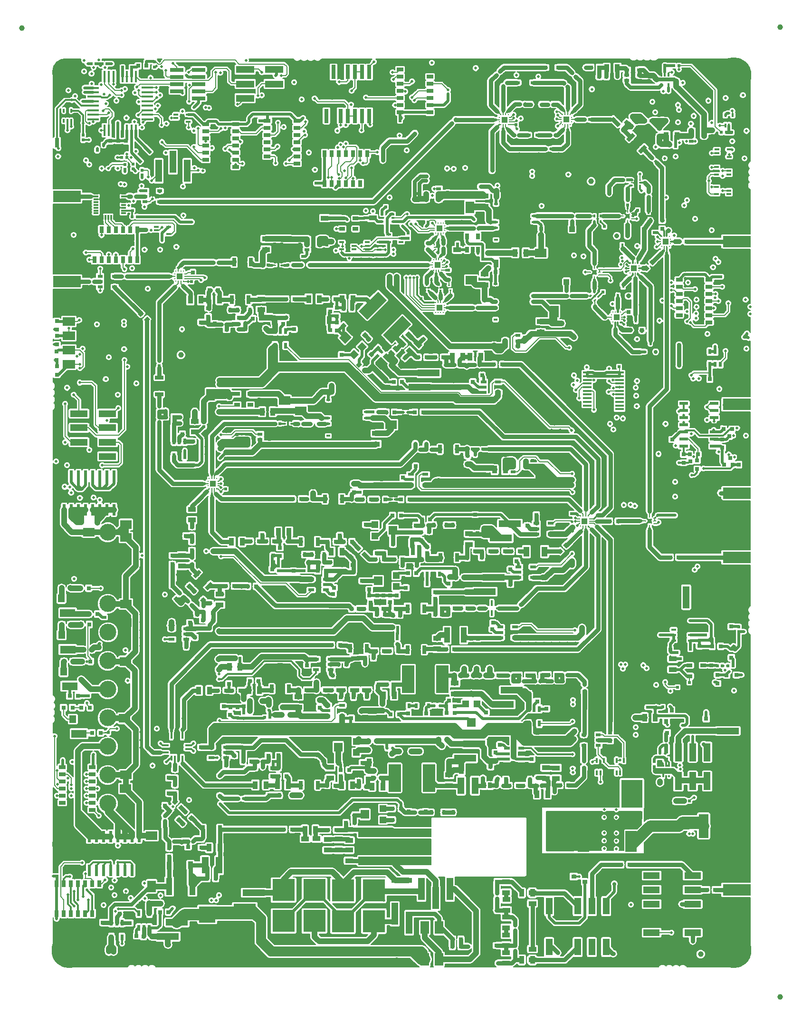
<source format=gtl>
G04 #@! TF.FileFunction,Copper,L1,Top,Signal*
%FSLAX46Y46*%
G04 Gerber Fmt 4.6, Leading zero omitted, Abs format (unit mm)*
G04 Created by KiCad (PCBNEW 4.0.7) date Fri Sep 20 17:05:35 2019*
%MOMM*%
%LPD*%
G01*
G04 APERTURE LIST*
%ADD10C,0.150000*%
%ADD11R,0.300000X0.210000*%
%ADD12R,1.905000X2.425700*%
%ADD13R,0.711200X1.498600*%
%ADD14R,0.914400X5.334000*%
%ADD15C,0.500000*%
%ADD16R,2.000000X3.750000*%
%ADD17R,13.000000X1.500000*%
%ADD18R,1.500000X1.600000*%
%ADD19R,1.200000X1.200000*%
%ADD20R,0.610000X1.245000*%
%ADD21R,1.040000X1.800000*%
%ADD22R,0.450000X0.550000*%
%ADD23R,1.100000X0.600000*%
%ADD24R,0.550000X0.450000*%
%ADD25R,2.400000X0.740000*%
%ADD26R,3.200000X1.270000*%
%ADD27R,3.200400X1.270000*%
%ADD28R,1.270000X3.200000*%
%ADD29R,1.270000X3.200400*%
%ADD30R,0.900000X0.900000*%
%ADD31R,0.280000X0.200000*%
%ADD32R,0.200000X0.280000*%
%ADD33R,1.000000X1.000000*%
%ADD34R,1.524000X2.032000*%
%ADD35R,2.032000X1.524000*%
%ADD36R,0.800000X1.600000*%
%ADD37C,3.000000*%
%ADD38R,0.797560X0.797560*%
%ADD39R,4.000000X1.200000*%
%ADD40R,4.000000X1.300000*%
%ADD41R,1.300000X4.000000*%
%ADD42R,1.750000X4.250000*%
%ADD43R,1.200000X4.000000*%
%ADD44R,5.000000X2.000000*%
%ADD45C,1.000000*%
%ADD46C,5.000000*%
%ADD47R,1.000000X0.700000*%
%ADD48R,0.600000X2.000000*%
%ADD49R,0.600000X1.100000*%
%ADD50C,0.700000*%
%ADD51R,1.399540X0.899160*%
%ADD52R,0.700000X0.800000*%
%ADD53R,0.495300X0.495300*%
%ADD54R,0.899160X1.399540*%
%ADD55R,0.800000X0.700000*%
%ADD56R,0.449580X1.998980*%
%ADD57R,1.998980X0.449580*%
%ADD58R,0.600000X0.950000*%
%ADD59R,1.550000X0.600000*%
%ADD60R,0.950000X0.600000*%
%ADD61C,6.350000*%
%ADD62R,0.500000X0.400000*%
%ADD63R,0.650000X0.350000*%
%ADD64R,0.550000X0.250000*%
%ADD65R,0.900000X0.600000*%
%ADD66R,3.000000X3.000000*%
%ADD67R,2.000000X1.050000*%
%ADD68R,0.650000X0.300000*%
%ADD69R,0.698500X0.797560*%
%ADD70R,0.797560X0.698500*%
%ADD71R,1.000000X0.350000*%
%ADD72R,0.350000X1.000000*%
%ADD73R,0.700000X0.400000*%
%ADD74R,2.100000X0.400000*%
%ADD75R,0.800000X0.650000*%
%ADD76R,1.550000X0.650000*%
%ADD77R,0.550000X0.150000*%
%ADD78R,0.700000X0.450000*%
%ADD79R,0.200000X0.050000*%
%ADD80R,0.350000X0.250000*%
%ADD81R,0.700000X0.600000*%
%ADD82R,1.140000X3.050000*%
%ADD83R,1.000000X2.800000*%
%ADD84R,1.000000X2.200000*%
%ADD85R,0.698500X1.050000*%
%ADD86R,1.600000X1.500000*%
%ADD87R,0.800000X0.900000*%
%ADD88R,1.600000X2.500000*%
%ADD89R,0.900000X0.450000*%
%ADD90R,2.160000X4.910000*%
%ADD91R,2.260000X7.110000*%
%ADD92R,2.160000X1.520000*%
%ADD93R,0.700000X1.000000*%
%ADD94R,1.500000X2.220000*%
%ADD95R,0.950000X0.300000*%
%ADD96R,0.300000X0.950000*%
%ADD97R,2.150000X2.150000*%
%ADD98R,1.200000X3.000000*%
%ADD99R,0.900000X0.800000*%
%ADD100R,3.000000X1.200000*%
%ADD101R,0.300000X0.660000*%
%ADD102R,0.800000X1.100000*%
%ADD103R,0.800000X1.500000*%
%ADD104R,2.100000X1.000000*%
%ADD105R,1.000000X2.100000*%
%ADD106R,0.800000X1.000000*%
%ADD107R,1.000000X0.800000*%
%ADD108R,0.800000X1.700000*%
%ADD109R,0.850000X0.350000*%
%ADD110R,0.350000X0.850000*%
%ADD111R,1.200000X1.400000*%
%ADD112R,2.800000X1.400000*%
%ADD113R,4.000000X4.000000*%
%ADD114R,3.150000X1.200000*%
%ADD115R,1.220000X2.990000*%
%ADD116R,0.400000X0.400000*%
%ADD117R,0.900000X0.400000*%
%ADD118R,0.400000X0.730000*%
%ADD119R,0.730000X0.400000*%
%ADD120R,0.730000X0.730000*%
%ADD121R,0.675000X0.400000*%
%ADD122R,0.400000X0.675000*%
%ADD123R,1.275000X2.955000*%
%ADD124R,2.900000X6.800000*%
%ADD125R,0.300000X0.500000*%
%ADD126R,5.450000X2.955000*%
%ADD127R,2.900000X0.890000*%
%ADD128R,1.180000X0.700000*%
%ADD129R,0.400000X0.700000*%
%ADD130R,1.000000X0.540000*%
%ADD131R,1.500000X0.450000*%
%ADD132R,0.700000X1.180000*%
%ADD133R,0.250000X0.200000*%
%ADD134R,0.800000X2.500000*%
%ADD135R,0.300000X0.850000*%
%ADD136R,0.850000X0.300000*%
%ADD137R,3.200000X3.200000*%
%ADD138R,4.960000X3.800000*%
%ADD139R,1.440000X1.600000*%
%ADD140R,1.400000X1.340000*%
%ADD141R,1.900000X1.700000*%
%ADD142R,0.600000X2.400000*%
%ADD143R,2.100000X1.270000*%
%ADD144R,3.800000X4.960000*%
%ADD145R,1.600000X1.440000*%
%ADD146R,1.340000X1.400000*%
%ADD147R,1.700000X1.900000*%
%ADD148R,2.400000X0.600000*%
%ADD149R,1.000000X0.500000*%
%ADD150R,0.500000X1.000000*%
%ADD151R,0.630000X0.830000*%
%ADD152R,1.100000X1.000000*%
%ADD153R,0.320000X0.430000*%
%ADD154R,0.425000X0.320000*%
%ADD155R,0.400000X0.320000*%
%ADD156R,0.440000X0.950000*%
%ADD157R,0.350000X0.240000*%
%ADD158R,2.425700X1.905000*%
%ADD159R,1.498600X0.711200*%
%ADD160R,5.334000X0.914400*%
%ADD161R,0.700000X0.700000*%
%ADD162R,0.440000X0.200000*%
%ADD163R,0.200000X0.440000*%
%ADD164R,0.760000X0.760000*%
%ADD165C,0.790000*%
%ADD166C,0.200000*%
%ADD167C,0.500000*%
%ADD168C,1.000000*%
%ADD169C,0.700000*%
%ADD170C,0.300000*%
%ADD171C,0.400000*%
%ADD172C,0.860000*%
%ADD173C,0.600000*%
%ADD174C,0.100000*%
%ADD175C,2.000000*%
%ADD176C,0.250000*%
G04 APERTURE END LIST*
D10*
D11*
X150891700Y-91352020D03*
X150641700Y-92152020D03*
X151141700Y-92152020D03*
X151141700Y-91752020D03*
X150641700Y-91752020D03*
D10*
G36*
X151727360Y-118838580D02*
X151232060Y-119333880D01*
X150317660Y-119333880D01*
X149822360Y-118838580D01*
X151727360Y-118838580D01*
X151727360Y-118838580D01*
G37*
D12*
X150774860Y-117625730D03*
D13*
X152273460Y-120502280D03*
D14*
X150774860Y-118584580D03*
D13*
X149276260Y-120502280D03*
D10*
G36*
X149822360Y-116412880D02*
X150317660Y-115917580D01*
X151232060Y-115917580D01*
X151727360Y-116412880D01*
X149822360Y-116412880D01*
X149822360Y-116412880D01*
G37*
D15*
X156870400Y-82232500D03*
X109283500Y-63334900D03*
X157178200Y-67680440D03*
X103922340Y-52221340D03*
X111008940Y-53504040D03*
X118895640Y-57644240D03*
X120292640Y-57644240D03*
X116560600Y-63347600D03*
X115189000Y-63347600D03*
X122491500Y-63385700D03*
X119773700Y-63449200D03*
X111633000Y-63360300D03*
X109296200Y-65405000D03*
X111607600Y-65405000D03*
X120078500Y-65366900D03*
X121450100Y-65379600D03*
X114437940Y-65365840D03*
X115836700Y-65366900D03*
X117231940Y-65365840D03*
X97153240Y-72858840D03*
X100594940Y-72147640D03*
X183920820Y-63838960D03*
X185902600Y-69913500D03*
X187299600Y-70561200D03*
X187791780Y-72063480D03*
X187829880Y-75073380D03*
X187817180Y-73396980D03*
X175831500Y-60744100D03*
X177571400Y-60744100D03*
X174091600Y-60756800D03*
X179692300Y-60769500D03*
X113768520Y-142466800D03*
X114171890Y-138365290D03*
X118921690Y-137958890D03*
X117118290Y-137984290D03*
X115683190Y-137971590D03*
X121702990Y-137908090D03*
X88478920Y-186723220D03*
X87513720Y-186088220D03*
X131076700Y-131000500D03*
X129413000Y-130987800D03*
X118952700Y-135814940D03*
X135227740Y-140277040D03*
X133259240Y-138219640D03*
X134503840Y-139426140D03*
X139814300Y-141147800D03*
X137744200Y-141160500D03*
X139293600Y-136613900D03*
X136601200Y-138569700D03*
X135763000Y-137718800D03*
X134937500Y-136893300D03*
X132751990Y-135901490D03*
X133780690Y-135926890D03*
X130402490Y-136003090D03*
X129373790Y-135977690D03*
D16*
X174794600Y-190271400D03*
X183294600Y-190271400D03*
D15*
X166808840Y-191933700D03*
X166808840Y-190536700D03*
X166796140Y-187704600D03*
X166796140Y-189101600D03*
X173532800Y-182524400D03*
X174530340Y-183556240D03*
X174510700Y-182524400D03*
X173532800Y-183565800D03*
X172130040Y-183581640D03*
X182955980Y-180800580D03*
X182950940Y-180098580D03*
X182227040Y-179781080D03*
X182232080Y-180483080D03*
X194751380Y-73689080D03*
X194754500Y-75349100D03*
X203136500Y-70180200D03*
X203146080Y-71974580D03*
X203149200Y-73634600D03*
X203136500Y-76911200D03*
X203133380Y-75251180D03*
X198624880Y-80026380D03*
X198628000Y-81686400D03*
X198640700Y-78409800D03*
X198637580Y-76749780D03*
D17*
X141242680Y-191301100D03*
X141242680Y-188801100D03*
X141242680Y-193801100D03*
D18*
X135862860Y-185478020D03*
D19*
X139112860Y-186478020D03*
X139112860Y-184478020D03*
D20*
X166279820Y-139673320D03*
X166279820Y-137818320D03*
D21*
X164654820Y-138745820D03*
X167904820Y-138745820D03*
D22*
X128573940Y-140655940D03*
X127623940Y-140655940D03*
D23*
X128898940Y-143655940D03*
X128898940Y-144605940D03*
X128898940Y-145555940D03*
X126298940Y-145555940D03*
X126298940Y-144605940D03*
X126298940Y-143655940D03*
D15*
X99326140Y-142900940D03*
X99326140Y-145694940D03*
X99326140Y-144297940D03*
X99326140Y-141503940D03*
D24*
X118748940Y-166030940D03*
X118748940Y-166980940D03*
D15*
X168653920Y-61851140D03*
X90210060Y-91679900D03*
X90210060Y-89686000D03*
X157599640Y-144497240D03*
X158996640Y-144497240D03*
X160393640Y-144497240D03*
X156456640Y-144509940D03*
X155059640Y-144509940D03*
X153662640Y-144509940D03*
X170218100Y-200494900D03*
X174129700Y-199707500D03*
X170243500Y-202222100D03*
X173570900Y-204012800D03*
X151822840Y-204087600D03*
X151822840Y-205484600D03*
X152927740Y-204074900D03*
X152927740Y-202677900D03*
X154908940Y-198398000D03*
X154908940Y-199795000D03*
X179628800Y-62979300D03*
X180849960Y-64075180D03*
X153149300Y-82473800D03*
X153149300Y-79946500D03*
X170989680Y-80153380D03*
X169568340Y-80107740D03*
X168351200Y-80098900D03*
X168770300Y-77660500D03*
X169987440Y-77669340D03*
X171408780Y-77714980D03*
X169826360Y-63554480D03*
X173826860Y-62957580D03*
X177344760Y-62932180D03*
X175604860Y-62932180D03*
X193865500Y-51282600D03*
X191312800Y-51308000D03*
X181624660Y-51359940D03*
X189141100Y-51308000D03*
X179364060Y-51413280D03*
X177027260Y-51372640D03*
X155609980Y-51370100D03*
X157972180Y-51306600D03*
X155818260Y-55761760D03*
X156953640Y-53148100D03*
X155805560Y-54428260D03*
X122457900Y-133782940D03*
X112128300Y-135585200D03*
X113868200Y-135585200D03*
X115049300Y-135813800D03*
X119663900Y-133782940D03*
X116865400Y-133184900D03*
X118135400Y-133184900D03*
X121060900Y-133782940D03*
X116484400Y-135813800D03*
X118907840Y-151083040D03*
X120304840Y-151083040D03*
X121701840Y-151083040D03*
X123098840Y-151083040D03*
X124495840Y-151083040D03*
X130083840Y-151083040D03*
X128686840Y-151083040D03*
X127289840Y-151083040D03*
X125892840Y-151083040D03*
X159194500Y-163461700D03*
X162746200Y-167425600D03*
X161515480Y-167427780D03*
X160372480Y-167427780D03*
X150964900Y-174193200D03*
X152244480Y-174209580D03*
X153387480Y-174209580D03*
X154618200Y-174207400D03*
X155749680Y-174209580D03*
X155419480Y-183886980D03*
X154288000Y-183884800D03*
X153057280Y-183886980D03*
X149552080Y-183886980D03*
X150782800Y-183884800D03*
X151914280Y-183886980D03*
X146046880Y-183886980D03*
X144915400Y-183884800D03*
X143684680Y-183886980D03*
X147189880Y-183886980D03*
X148420600Y-183884800D03*
X156902840Y-176782600D03*
X158274440Y-179398800D03*
X161099500Y-176885600D03*
X159442840Y-176884200D03*
X162313040Y-179348000D03*
X163969700Y-179349400D03*
X151257000Y-181597300D03*
X149600340Y-181595900D03*
X152457840Y-182624600D03*
X154114500Y-182626000D03*
X156166240Y-182650000D03*
X157525140Y-181608600D03*
X159181800Y-181610000D03*
X162890200Y-181635400D03*
X161233540Y-181634000D03*
X165056240Y-181659400D03*
X154622500Y-185127900D03*
X136966380Y-182020080D03*
X138197100Y-182017900D03*
X135834900Y-182017900D03*
X131927600Y-182041800D03*
X130721100Y-181533800D03*
X133359580Y-182032780D03*
X134590300Y-182030600D03*
X123922300Y-183580000D03*
X122691580Y-183582180D03*
X120417100Y-183580000D03*
X121548580Y-183582180D03*
X125166900Y-183567300D03*
X127635000Y-182118000D03*
X127529100Y-183567300D03*
X126298380Y-183569480D03*
X130526300Y-186780400D03*
X129295580Y-186782580D03*
X125790380Y-186782580D03*
X127021100Y-186780400D03*
X128152580Y-186782580D03*
X124658900Y-186780400D03*
X117546900Y-186793100D03*
X116316180Y-186795280D03*
X112810980Y-186795280D03*
X114041700Y-186793100D03*
X115173180Y-186795280D03*
X121040580Y-186795280D03*
X119909100Y-186793100D03*
X118678380Y-186795280D03*
X122183580Y-186795280D03*
X123414300Y-186793100D03*
X129286000Y-181546500D03*
X123338100Y-189510900D03*
X122107380Y-189513080D03*
X118602180Y-189513080D03*
X119832900Y-189510900D03*
X120964380Y-189513080D03*
X115096980Y-189513080D03*
X113965500Y-189510900D03*
X112734780Y-189513080D03*
X116239980Y-189513080D03*
X117470700Y-189510900D03*
X166166800Y-185597800D03*
X166166800Y-184150000D03*
X164510140Y-184148600D03*
X164510140Y-185545600D03*
X160687440Y-185520200D03*
X160687440Y-184123200D03*
X162344100Y-184124600D03*
X162344100Y-185572400D03*
X158635700Y-185547000D03*
X158635700Y-184099200D03*
X156979040Y-184097800D03*
X156979040Y-185494800D03*
X165564240Y-190511300D03*
X165564240Y-189114300D03*
X122221040Y-117005340D03*
X126348540Y-117183140D03*
X127745540Y-117132340D03*
X124993400Y-117030500D03*
X123541840Y-117030740D03*
X120963740Y-117005340D03*
D10*
G36*
X108882656Y-143269262D02*
X108182196Y-143269262D01*
X107535618Y-142622684D01*
X107535618Y-141922224D01*
X108882656Y-143269262D01*
X108882656Y-143269262D01*
G37*
G36*
X107535618Y-141922223D02*
X109250847Y-140206994D01*
X110597886Y-141554033D01*
X108882657Y-143269262D01*
X107535618Y-141922223D01*
X107535618Y-141922223D01*
G37*
G36*
X107311112Y-145110214D02*
X108370782Y-144050544D01*
X108873676Y-144553438D01*
X107814006Y-145613108D01*
X107311112Y-145110214D01*
X107311112Y-145110214D01*
G37*
G36*
X106179600Y-143978702D02*
X109951308Y-140206994D01*
X110597886Y-140853572D01*
X106826178Y-144625280D01*
X106179600Y-143978702D01*
X106179600Y-143978702D01*
G37*
G36*
X105191772Y-142990874D02*
X106251442Y-141931204D01*
X106754336Y-142434098D01*
X105694666Y-143493768D01*
X105191772Y-142990874D01*
X105191772Y-142990874D01*
G37*
G36*
X109250847Y-140206995D02*
X109951307Y-140206995D01*
X110597885Y-140853573D01*
X110597885Y-141554033D01*
X109250847Y-140206995D01*
X109250847Y-140206995D01*
G37*
D25*
X102388780Y-58053980D03*
X106263780Y-58053980D03*
X102363780Y-55513980D03*
X106263780Y-55513980D03*
X106263780Y-56783980D03*
X102363780Y-56783980D03*
X102363780Y-54243980D03*
X106263780Y-54243980D03*
X106263780Y-52973980D03*
X102363780Y-52973980D03*
D26*
X114543820Y-52914980D03*
X114543820Y-55489980D03*
X114543820Y-58029980D03*
D27*
X119693820Y-52914980D03*
D26*
X119693820Y-55489980D03*
X119693820Y-58029980D03*
D28*
X196859380Y-174440980D03*
X194284380Y-174440980D03*
X191744380Y-174440980D03*
D29*
X196859380Y-179590980D03*
D28*
X194284380Y-179590980D03*
X191744380Y-179590980D03*
D18*
X138248940Y-143955940D03*
D19*
X141498940Y-144955940D03*
X141498940Y-142955940D03*
D30*
X183807280Y-88272520D03*
D31*
X184702280Y-88672520D03*
X184702280Y-87872520D03*
X184702280Y-88272520D03*
D32*
X183132280Y-89167520D03*
X183582280Y-89167520D03*
X184032280Y-89167520D03*
X184482280Y-89167520D03*
X183132280Y-87377520D03*
X183582280Y-87377520D03*
X184032280Y-87377520D03*
D31*
X182912280Y-87872520D03*
X182912280Y-88672520D03*
X182912280Y-88272520D03*
D32*
X184482280Y-87377520D03*
D33*
X183807280Y-88272520D03*
D34*
X154584860Y-77472140D03*
X151282860Y-77472140D03*
D35*
X167239140Y-85549340D03*
X167239140Y-88851340D03*
X154813460Y-90421060D03*
X154813460Y-87119060D03*
D34*
X169621200Y-95986600D03*
X172923200Y-95986600D03*
D35*
X124403780Y-113674980D03*
X124403780Y-110372980D03*
X140548940Y-116154940D03*
X140548940Y-119456940D03*
D15*
X155274220Y-62941580D03*
X158159660Y-62992380D03*
D22*
X148273940Y-166155940D03*
X149223940Y-166155940D03*
D10*
G36*
X145924320Y-154552600D02*
X145429020Y-155047900D01*
X144514620Y-155047900D01*
X144019320Y-154552600D01*
X145924320Y-154552600D01*
X145924320Y-154552600D01*
G37*
D12*
X144971820Y-153339750D03*
D13*
X146470420Y-156216300D03*
D14*
X144971820Y-154298600D03*
D13*
X143473220Y-156216300D03*
D10*
G36*
X144019320Y-152126900D02*
X144514620Y-151631600D01*
X145429020Y-151631600D01*
X145924320Y-152126900D01*
X144019320Y-152126900D01*
X144019320Y-152126900D01*
G37*
G36*
X144005760Y-144845640D02*
X144501060Y-144350340D01*
X145415460Y-144350340D01*
X145910760Y-144845640D01*
X144005760Y-144845640D01*
X144005760Y-144845640D01*
G37*
D12*
X144958260Y-146058490D03*
D10*
G36*
X145910760Y-147271340D02*
X145415460Y-147766640D01*
X144501060Y-147766640D01*
X144005760Y-147271340D01*
X145910760Y-147271340D01*
X145910760Y-147271340D01*
G37*
D36*
X146458260Y-148884340D03*
D14*
X144958260Y-147017340D03*
D36*
X143458260Y-148884340D03*
D22*
X150073940Y-143255940D03*
X151023940Y-143255940D03*
D10*
G36*
X151765960Y-138109680D02*
X151270660Y-138604980D01*
X150356260Y-138604980D01*
X149860960Y-138109680D01*
X151765960Y-138109680D01*
X151765960Y-138109680D01*
G37*
D12*
X150813460Y-136896830D03*
D13*
X152312060Y-139773380D03*
D14*
X150813460Y-137855680D03*
D13*
X149314860Y-139773380D03*
D10*
G36*
X149860960Y-135683980D02*
X150356260Y-135188680D01*
X151270660Y-135188680D01*
X151765960Y-135683980D01*
X149860960Y-135683980D01*
X149860960Y-135683980D01*
G37*
D15*
X170443580Y-67869940D03*
X168589380Y-67880100D03*
X166846940Y-67869940D03*
X163362060Y-67869940D03*
X171459580Y-53468140D03*
X174035140Y-53422420D03*
X160054980Y-51370100D03*
X157164460Y-54301260D03*
X158312540Y-53021100D03*
X162000620Y-51314220D03*
X169127860Y-51441220D03*
X165424540Y-51349780D03*
X172734660Y-51385340D03*
X175071460Y-51425980D03*
X175462620Y-58319540D03*
X173059780Y-58334780D03*
X170895700Y-58289060D03*
X175442300Y-55540780D03*
X173125820Y-55510300D03*
X175442300Y-56318020D03*
X173141060Y-56302780D03*
X170773780Y-56373900D03*
X164855580Y-58192540D03*
X166389740Y-58156980D03*
X168599540Y-58146820D03*
X160324220Y-54473980D03*
X164449180Y-53955820D03*
X164408540Y-56511060D03*
X168050900Y-56226580D03*
X166451740Y-60652260D03*
X164648340Y-60068060D03*
X163342780Y-60037580D03*
X159425060Y-56475500D03*
X161604380Y-56475500D03*
X161568820Y-58629420D03*
X159425060Y-58629420D03*
X166765660Y-65858260D03*
X170413100Y-65822700D03*
X168716380Y-65837940D03*
X167930020Y-63629140D03*
X164495940Y-63613900D03*
X193659180Y-56074180D03*
X197392980Y-56653300D03*
X196367400Y-51282600D03*
X195650540Y-54895620D03*
X193836980Y-54118380D03*
X86013980Y-91634180D03*
X87238260Y-91629100D03*
X87238260Y-89647900D03*
X86013980Y-89652980D03*
D37*
X90053780Y-148013980D03*
X90053780Y-158173980D03*
X90053780Y-168333980D03*
X90053780Y-178493980D03*
X90053780Y-183573980D03*
X90053780Y-173413980D03*
X90053780Y-163253980D03*
X90103780Y-153093980D03*
D15*
X185648020Y-96521140D03*
X192386640Y-109271940D03*
X188591880Y-112347880D03*
X186064580Y-111705260D03*
X187182180Y-110600360D03*
X188515680Y-106002960D03*
X188502980Y-109160180D03*
X171561180Y-72685780D03*
X167370180Y-69815580D03*
X168817980Y-69828280D03*
X179282780Y-69840980D03*
X177326980Y-69828280D03*
X175345780Y-69815580D03*
X173288380Y-69777480D03*
X170862680Y-69790180D03*
X172221580Y-67567680D03*
X173923380Y-67567680D03*
X175980780Y-67605780D03*
X177961980Y-67618480D03*
X179917780Y-67631180D03*
X188655380Y-68596380D03*
X189290380Y-69371080D03*
X189798380Y-75009880D03*
X189798380Y-73371580D03*
X192668580Y-77791180D03*
X193443280Y-78642080D03*
X193570280Y-80559780D03*
X193570280Y-82185380D03*
X186333820Y-104153840D03*
X185000320Y-104128440D03*
X183717620Y-101537640D03*
X174698080Y-83493480D03*
X174736180Y-82198080D03*
X176831680Y-82185380D03*
X176793580Y-83480780D03*
X178393780Y-83823680D03*
X178431880Y-82642580D03*
X177847680Y-84826980D03*
X178419180Y-85385780D03*
X178444580Y-87989280D03*
X177631780Y-87278080D03*
X175688680Y-86871680D03*
X175726780Y-85576280D03*
X174710780Y-80267680D03*
X177822280Y-83226780D03*
X177860380Y-81766280D03*
X180692480Y-81296380D03*
X180667080Y-79962880D03*
X180705180Y-77791180D03*
X180692480Y-76800580D03*
X178152480Y-77778480D03*
X178165180Y-76762480D03*
X173364580Y-77867380D03*
X172704180Y-77156180D03*
X170443580Y-74781280D03*
X169376780Y-74793980D03*
X169554580Y-72304780D03*
X170595980Y-72292080D03*
X173974180Y-74959080D03*
X176731140Y-77732840D03*
X175841080Y-76800580D03*
X179333580Y-103572180D03*
X177644480Y-101883080D03*
X175879180Y-100117780D03*
X178495380Y-102772080D03*
X180565480Y-104804080D03*
X187083120Y-106084240D03*
X185292420Y-106071540D03*
X183133420Y-104014140D03*
X182028520Y-103112440D03*
X180733120Y-101766240D03*
X179031320Y-100115240D03*
X177443820Y-98426140D03*
X176183980Y-97145980D03*
X183374720Y-100254940D03*
X184108780Y-85817580D03*
X184515180Y-82210780D03*
X184540580Y-83442680D03*
X188325180Y-87392380D03*
X188655380Y-88230580D03*
X188096580Y-90059380D03*
X188731580Y-91202380D03*
X187931480Y-94720280D03*
X188553780Y-92878780D03*
X187918780Y-92002480D03*
X186410020Y-89879040D03*
X193288340Y-94997140D03*
X188563940Y-98413440D03*
X185762320Y-94806640D03*
X184921580Y-94796480D03*
X184962220Y-92812740D03*
X185734380Y-91989780D03*
X185025720Y-91263340D03*
D24*
X114498940Y-97080940D03*
X114498940Y-98030940D03*
D10*
G36*
X114602720Y-92219380D02*
X114107420Y-92714680D01*
X113193020Y-92714680D01*
X112697720Y-92219380D01*
X114602720Y-92219380D01*
X114602720Y-92219380D01*
G37*
D12*
X113650220Y-91006530D03*
D13*
X115148820Y-93883080D03*
D14*
X113650220Y-91965380D03*
D13*
X112151620Y-93883080D03*
D10*
G36*
X112697720Y-89793680D02*
X113193020Y-89298380D01*
X114107420Y-89298380D01*
X114602720Y-89793680D01*
X112697720Y-89793680D01*
X112697720Y-89793680D01*
G37*
D15*
X165247040Y-177495040D03*
D22*
X140764740Y-173737240D03*
X139814740Y-173737240D03*
D38*
X81820440Y-145228180D03*
X83420640Y-145228180D03*
D39*
X200545580Y-170678680D03*
X202145580Y-173218680D03*
X202145580Y-168138680D03*
D40*
X199238580Y-182769680D03*
D41*
X202488580Y-187569680D03*
D42*
X196238580Y-187569680D03*
D43*
X193125780Y-146866380D03*
X195665780Y-145266380D03*
X190585780Y-145266380D03*
D39*
X191756980Y-187597620D03*
X190156980Y-185057620D03*
X190156980Y-190137620D03*
D15*
X125721800Y-99876480D03*
X127118800Y-99876480D03*
X124324800Y-99876480D03*
X124299400Y-101654480D03*
X127093400Y-101654480D03*
X125696400Y-101654480D03*
D44*
X82753780Y-93373980D03*
X82753780Y-87873980D03*
X82753780Y-90623980D03*
X82743780Y-78253980D03*
X82743780Y-72753980D03*
X82743780Y-75503980D03*
X202153780Y-196193980D03*
X202153780Y-201693980D03*
X202153780Y-198943980D03*
X202153780Y-137003980D03*
X202153780Y-142503980D03*
X202153780Y-139753980D03*
X202173260Y-125551620D03*
X202173260Y-131051620D03*
X202173260Y-128301620D03*
X202158700Y-109766640D03*
X202158700Y-115266640D03*
X202158700Y-112516640D03*
X202142780Y-80781580D03*
X202142780Y-86281580D03*
X202142780Y-83531580D03*
D45*
X176196680Y-72825480D03*
X195703880Y-210391880D03*
X74751680Y-45517380D03*
X209879680Y-45326880D03*
X103082780Y-103737280D03*
X209866980Y-217983380D03*
D15*
X187893380Y-136604880D03*
X185708980Y-138801980D03*
X185480380Y-136261980D03*
X185480380Y-135207880D03*
X186928180Y-139817980D03*
X188490280Y-137938380D03*
X189176080Y-138634340D03*
X189163380Y-140806040D03*
X190712780Y-138647040D03*
X190700080Y-140818740D03*
X192097080Y-140818740D03*
X192109780Y-138647040D03*
X193506780Y-138647040D03*
X194903780Y-138647040D03*
X193494080Y-140818740D03*
X194421180Y-140833980D03*
X199082080Y-140818740D03*
X199094780Y-138647040D03*
X197697780Y-138647040D03*
X197685080Y-140818740D03*
X196300780Y-138647040D03*
X199920280Y-108868080D03*
X203951580Y-99925780D03*
X203443580Y-100535380D03*
X204205580Y-100687780D03*
X177593680Y-94694880D03*
X177619080Y-91494480D03*
X179778080Y-92954980D03*
X179803480Y-91646880D03*
X147824880Y-100613080D03*
X148663080Y-101578280D03*
X149577480Y-102594280D03*
X150339480Y-103191180D03*
X145830980Y-103203880D03*
X147862980Y-105159680D03*
X146783480Y-105159680D03*
X145488080Y-105159680D03*
X134738800Y-95012380D03*
X107553180Y-61547880D03*
X106460980Y-59655580D03*
X108797780Y-59617480D03*
X111007580Y-59617480D03*
X113636480Y-59579380D03*
X103717780Y-63236980D03*
X100252040Y-63173820D03*
X98537540Y-63961220D03*
X110297740Y-69950540D03*
X111694740Y-69950540D03*
X111504240Y-71931740D03*
X110107240Y-71931740D03*
X108710240Y-71931740D03*
X121511840Y-71982540D03*
X122908840Y-71982540D03*
X124305840Y-71982540D03*
X120570680Y-73028680D03*
X112163280Y-72990580D03*
X116495340Y-69747340D03*
X115098340Y-69747340D03*
X117892340Y-69747340D03*
X119098840Y-73011240D03*
X117701840Y-73011240D03*
X114907840Y-73011240D03*
X113510840Y-73011240D03*
X116304840Y-73011240D03*
X122208980Y-61789180D03*
X119872180Y-61789180D03*
X120964380Y-61789180D03*
X121575340Y-59676240D03*
X122972340Y-59676240D03*
X124369340Y-59676240D03*
X125766340Y-59676240D03*
X120178340Y-59676240D03*
X118781340Y-59676240D03*
X127835080Y-60823980D03*
X126768280Y-53686580D03*
X127733480Y-54664480D03*
X125891980Y-55655080D03*
X128812980Y-55655080D03*
X127847780Y-59401580D03*
X130044880Y-59363480D03*
X126869880Y-57090180D03*
X127847780Y-58042680D03*
X130032180Y-57052080D03*
X130032180Y-58029980D03*
X117268680Y-59693680D03*
X142338480Y-81664680D03*
X150931300Y-89449780D03*
X147718200Y-90414980D03*
X127644340Y-107158840D03*
X126247340Y-107158840D03*
X129041340Y-107158840D03*
X130438340Y-107158840D03*
X131835340Y-107158840D03*
X124894340Y-107158840D03*
X164227240Y-149272440D03*
X163598280Y-146764880D03*
X164563480Y-145799680D03*
X98078980Y-94047180D03*
X99031480Y-93005780D03*
X100136380Y-91913580D03*
X102866880Y-92319980D03*
X101901680Y-93297880D03*
X185529840Y-112854340D03*
X187695260Y-129624960D03*
X185523560Y-129612260D03*
X187690180Y-124501780D03*
X187695260Y-128227960D03*
X185523560Y-128215260D03*
X185523560Y-126818260D03*
X185523560Y-125421260D03*
X187695260Y-126830960D03*
X187695260Y-125433960D03*
X187695260Y-131021960D03*
X185523560Y-131009260D03*
X185531180Y-122330080D03*
X185531180Y-124501780D03*
X185523560Y-121230260D03*
X185523560Y-119833260D03*
X187677480Y-120717180D03*
X187695260Y-119845960D03*
X187695260Y-114257960D03*
X187695260Y-115654960D03*
X185523560Y-114245260D03*
X185523560Y-115642260D03*
X185523560Y-117039260D03*
X187695260Y-117051960D03*
X187918780Y-113008280D03*
X185523560Y-118436260D03*
X187695260Y-118448960D03*
X168690980Y-115078380D03*
X157426080Y-117008780D03*
X158492880Y-118088280D03*
X156333640Y-115896440D03*
X158124580Y-114151280D03*
X166265280Y-122609480D03*
X163445880Y-110061880D03*
X160766180Y-109464980D03*
X158289680Y-108106080D03*
X147353760Y-108259800D03*
X151698380Y-108487080D03*
X148318960Y-108259800D03*
X145524960Y-108221700D03*
X146439360Y-108221700D03*
X144559760Y-108221700D03*
X155523380Y-104016860D03*
X152790580Y-106556680D03*
X151063380Y-106569380D03*
X156689480Y-106467780D03*
X154797180Y-106493180D03*
X157144040Y-121591640D03*
X155622680Y-122342780D03*
X158541040Y-121591640D03*
X159938040Y-121591640D03*
X161335040Y-121591640D03*
X170621380Y-123866780D03*
X170888080Y-122914280D03*
X166760580Y-121593480D03*
X168320040Y-121591640D03*
X163687180Y-121593480D03*
X169717040Y-121591640D03*
X159991480Y-116018180D03*
X171114040Y-121591640D03*
X157316620Y-119371160D03*
X158713620Y-119371160D03*
X160110620Y-119371160D03*
X161507620Y-119371160D03*
X155919620Y-119371160D03*
X154522620Y-119371160D03*
X176128100Y-94656780D03*
X175891880Y-91977080D03*
X174012280Y-91964380D03*
X170921100Y-94288480D03*
X170933800Y-92116780D03*
X169536800Y-92116780D03*
X169524100Y-94288480D03*
X167713080Y-89119580D03*
X166811380Y-89119580D03*
X168139800Y-92116780D03*
X173999580Y-94224980D03*
X145792880Y-91761180D03*
X156968640Y-96414640D03*
X158365640Y-96414640D03*
X151393340Y-94242940D03*
X152790340Y-94242940D03*
X151380640Y-96414640D03*
X152777640Y-96414640D03*
X155584340Y-94242940D03*
X155571640Y-96414640D03*
X154187340Y-94242940D03*
X154174640Y-96414640D03*
X144230540Y-114994740D03*
X142833540Y-114994740D03*
X140052240Y-112823040D03*
X138655240Y-112823040D03*
X141449240Y-112823040D03*
X142846240Y-112823040D03*
X144243240Y-112823040D03*
X137302240Y-112823040D03*
D46*
X82653540Y-53387200D03*
X82653540Y-190787200D03*
X152053540Y-53387200D03*
D15*
X129595300Y-95088580D03*
X128198300Y-95088580D03*
X126801300Y-95088580D03*
X125404300Y-95088580D03*
X116214580Y-94986980D03*
X122737300Y-94986980D03*
X118546300Y-94986980D03*
X119943300Y-94986980D03*
X121340300Y-94986980D03*
X117073100Y-92599380D03*
X122661100Y-92599380D03*
X121264100Y-92599380D03*
X119867100Y-92599380D03*
X124058100Y-92599380D03*
X118470100Y-92599380D03*
X136737780Y-92650180D03*
X125480500Y-92446980D03*
X126877500Y-92446980D03*
X128274500Y-92446980D03*
X133862500Y-92446980D03*
X132465500Y-92446980D03*
X131068500Y-92446980D03*
X135259500Y-92446980D03*
X129671500Y-92446980D03*
X114299420Y-92446980D03*
X115696420Y-92446980D03*
X195106980Y-141392780D03*
X194624380Y-142002380D03*
X197882880Y-143832680D03*
X197527280Y-144594680D03*
X195749280Y-147845880D03*
X112683980Y-167275380D03*
X92313180Y-59813060D03*
X124804240Y-160463840D03*
X136091340Y-141127940D03*
X131849540Y-141254940D03*
X87487180Y-102708580D03*
X81213380Y-67631180D03*
X93241640Y-198403440D03*
X93190840Y-199825840D03*
X158357640Y-172229140D03*
X177641940Y-90539440D03*
X188401380Y-176089180D03*
X93316540Y-173729240D03*
X113507840Y-177013640D03*
X85074180Y-67072380D03*
X113940360Y-117833540D03*
X148937400Y-83569680D03*
X138160180Y-84395180D03*
X116151080Y-59668280D03*
X114172420Y-61519940D03*
X120794480Y-102806180D03*
X107781780Y-53534180D03*
X99272780Y-51481860D03*
X105870520Y-62571840D03*
X103325440Y-61179920D03*
X167649580Y-72375900D03*
X142450340Y-72946040D03*
X98612380Y-83399500D03*
X97195060Y-83379180D03*
X140964340Y-85771860D03*
X140974500Y-84999700D03*
X151845700Y-84999700D03*
X152714380Y-84964140D03*
X145554220Y-79951360D03*
X145625340Y-77685680D03*
D47*
X115483780Y-110683980D03*
X115483780Y-112583980D03*
X113083780Y-112583980D03*
X113083780Y-110683980D03*
X113083780Y-111633980D03*
D15*
X186069660Y-159523300D03*
X185470540Y-158950300D03*
X193999540Y-120508900D03*
X191342700Y-117206900D03*
X94169940Y-109741240D03*
X88891820Y-104204040D03*
X94088660Y-104295480D03*
X93860060Y-101018880D03*
X92945660Y-100226400D03*
X97638160Y-184388960D03*
X93127120Y-185669120D03*
X150034720Y-91775880D03*
X151894000Y-91745400D03*
X147962080Y-91791120D03*
X152752480Y-93094680D03*
X174558380Y-152934540D03*
X174548220Y-152228420D03*
X204301780Y-142505300D03*
X200009180Y-142510380D03*
X171129820Y-119395060D03*
X162828420Y-119383860D03*
X164225420Y-119383860D03*
X169813420Y-119383860D03*
X168416420Y-119383860D03*
X167019420Y-119383860D03*
X165622420Y-119383860D03*
X149178700Y-81138900D03*
X134781980Y-198390380D03*
X129412420Y-198491980D03*
X124174940Y-198471660D03*
X151759340Y-165212900D03*
X149157420Y-167534340D03*
X145911300Y-167534340D03*
D48*
X86748780Y-189453980D03*
X88018780Y-189453980D03*
X89288780Y-189453980D03*
X90558780Y-189453980D03*
X91828780Y-189453980D03*
X93098780Y-189453980D03*
X94368780Y-189453980D03*
X95638780Y-189453980D03*
X86748780Y-195453980D03*
X88018780Y-195453980D03*
X89288780Y-195453980D03*
X90558780Y-195453980D03*
X91828780Y-195453980D03*
X93098780Y-195453980D03*
X94368780Y-195453980D03*
X95638780Y-195453980D03*
D15*
X181868820Y-159610700D03*
X182275220Y-158848700D03*
X181513220Y-158848700D03*
X181350340Y-175875820D03*
X109346420Y-171649260D03*
X109361660Y-169759500D03*
X91102800Y-209917900D03*
X90261020Y-209912740D03*
D49*
X90699200Y-204797520D03*
X91649200Y-204797520D03*
X92599200Y-204797520D03*
X92599200Y-207397520D03*
X91649200Y-207397520D03*
X90699200Y-207397520D03*
D15*
X144789580Y-75987780D03*
X145201060Y-74981940D03*
X129915340Y-83536660D03*
X128828220Y-83048980D03*
X172937860Y-165157020D03*
X172953100Y-165893620D03*
X184159580Y-171374940D03*
X184139260Y-169988100D03*
X203268680Y-110037600D03*
X98622700Y-201368180D03*
X99464480Y-201373340D03*
X107583660Y-138649580D03*
X172912860Y-177347760D03*
X172917900Y-178049760D03*
X172851500Y-134402700D03*
X172861660Y-135108820D03*
X193034340Y-107869860D03*
X190799140Y-106846240D03*
X188502980Y-107463460D03*
X192970840Y-90094940D03*
X190799140Y-90082240D03*
X192970840Y-84506940D03*
X190799140Y-84494240D03*
X192970840Y-88697940D03*
X190799140Y-88685240D03*
X190799140Y-87288240D03*
X190799140Y-85891240D03*
X192970840Y-87300940D03*
X192970840Y-85903940D03*
X192970840Y-91491940D03*
X192970840Y-92888940D03*
X190799140Y-91479240D03*
X190799140Y-92876240D03*
X190799140Y-94273240D03*
X192970840Y-94285940D03*
X192960680Y-105083480D03*
X190827080Y-105121580D03*
X188569020Y-100178740D03*
X190814380Y-103165780D03*
X194659940Y-102642540D03*
X192973380Y-103127680D03*
X192970840Y-97079940D03*
X192970840Y-98476940D03*
X190799140Y-97067240D03*
X190799140Y-98464240D03*
X190799140Y-99861240D03*
X192970840Y-99873940D03*
X190799140Y-101258240D03*
X192970840Y-101270940D03*
X180677240Y-181849900D03*
X178505540Y-181837200D03*
X180677240Y-180452900D03*
X178505540Y-180440200D03*
X178505540Y-179043200D03*
X180677240Y-179055900D03*
X180677240Y-183246900D03*
X180677240Y-184643900D03*
X178505540Y-183234200D03*
X178505540Y-184631200D03*
X178505540Y-186028200D03*
X180677240Y-186040900D03*
X180677240Y-174864900D03*
X178505540Y-174852200D03*
X180677240Y-193025900D03*
X178505540Y-193013200D03*
X180677240Y-191628900D03*
X178505540Y-191616200D03*
X178505540Y-190219200D03*
X178505540Y-188822200D03*
X180677240Y-190231900D03*
X180677240Y-188834900D03*
X184535500Y-193406900D03*
X183519500Y-197648700D03*
X182676220Y-193386580D03*
X178505540Y-195807200D03*
X178505540Y-197204200D03*
X182102180Y-196109460D03*
X195132380Y-202733780D03*
X186008700Y-202774420D03*
X189016060Y-202469620D03*
X191190300Y-200356340D03*
X184174820Y-202007340D03*
X186049340Y-200234420D03*
X188955100Y-200336020D03*
X184814900Y-198959340D03*
X191230940Y-202510260D03*
D50*
X192348540Y-201479020D03*
X191855780Y-105578780D03*
X191861900Y-101962820D03*
D15*
X102854180Y-89703780D03*
X140102100Y-191301600D03*
X138871380Y-191303780D03*
X135366180Y-191303780D03*
X136596900Y-191301600D03*
X137728380Y-191303780D03*
X143595780Y-191303780D03*
X142464300Y-191301600D03*
X141233580Y-191303780D03*
X144738780Y-191303780D03*
X145969500Y-191301600D03*
X147100980Y-191303780D03*
X146827240Y-72730360D03*
X146837400Y-71907400D03*
X108722860Y-141520900D03*
X109422860Y-140760900D03*
X110042860Y-141400900D03*
X108027140Y-142140580D03*
X106833340Y-143964300D03*
X107539460Y-143283580D03*
X109342860Y-142160900D03*
X108641820Y-142841620D03*
X108999770Y-184287310D03*
X108110770Y-184287310D03*
X108110770Y-185303310D03*
X108110770Y-186303310D03*
X108545110Y-188398810D03*
X108545110Y-187398810D03*
X108999770Y-186303310D03*
X108999770Y-185303310D03*
D50*
X180183780Y-210293980D03*
D15*
X194283780Y-208103980D03*
X170253780Y-210133980D03*
D50*
X176303780Y-209013980D03*
X154217280Y-209002520D03*
D15*
X166829640Y-202720340D03*
X164657940Y-202707640D03*
X167123780Y-200493980D03*
X164353780Y-200863980D03*
X166829640Y-204117340D03*
X166829640Y-205514340D03*
X164657940Y-204104640D03*
X164657940Y-205501640D03*
X164657940Y-206898640D03*
X166829640Y-206911340D03*
X167093780Y-210023980D03*
X164413780Y-209973980D03*
X164657940Y-207835640D03*
X166829640Y-207848340D03*
D50*
X180313780Y-197903980D03*
D15*
X156963780Y-202543980D03*
X157013780Y-197473980D03*
X158383780Y-210373980D03*
X157833780Y-212003980D03*
D51*
X165733780Y-209501480D03*
X165733780Y-211406480D03*
X165733780Y-199471480D03*
X165733780Y-201376480D03*
X161033780Y-197521480D03*
X161033780Y-199426480D03*
X161063780Y-200661480D03*
X161063780Y-202566480D03*
X161033780Y-203791480D03*
X161033780Y-205696480D03*
X161033780Y-206951480D03*
X161033780Y-208856480D03*
X161043780Y-210101480D03*
X161043780Y-212006480D03*
D52*
X159403780Y-197493980D03*
X157903780Y-197493980D03*
D53*
X159403780Y-199534400D03*
X159403780Y-200433560D03*
X162613780Y-205244400D03*
X162613780Y-206143560D03*
X162603780Y-208884400D03*
X162603780Y-209783560D03*
X159603360Y-212003980D03*
X158704200Y-212003980D03*
D54*
X163831280Y-211403980D03*
X165736280Y-211403980D03*
X165726280Y-199473980D03*
X163821280Y-199473980D03*
D52*
X159403780Y-202573980D03*
X157903780Y-202573980D03*
D55*
X159323780Y-208863980D03*
X159323780Y-210363980D03*
D15*
X108849920Y-95690740D03*
X112249920Y-99920740D03*
X111079920Y-97110740D03*
X144313780Y-141173980D03*
X141783780Y-141203980D03*
X141831740Y-139146740D03*
X109833780Y-157903980D03*
X109853780Y-159733980D03*
X109843780Y-160503980D03*
X105563740Y-114593780D03*
X105556120Y-113831780D03*
X156863780Y-60723980D03*
X146211980Y-64710180D03*
X144103780Y-67422900D03*
X148393940Y-67002440D03*
X150375140Y-65021240D03*
X148825740Y-63471840D03*
X147835140Y-64462440D03*
X153663780Y-62953980D03*
X151813780Y-60693980D03*
X155263780Y-60713980D03*
X153643780Y-60693980D03*
X152356340Y-63040040D03*
X150806940Y-61490640D03*
X149816340Y-62481240D03*
X151365740Y-64030640D03*
X143440940Y-71955440D03*
X141891540Y-70406040D03*
X144431540Y-70964840D03*
X144863340Y-67434240D03*
X145422140Y-69974240D03*
X141459740Y-73936640D03*
X139910340Y-72387240D03*
X140900940Y-71396640D03*
X140469140Y-74927240D03*
X138919740Y-73377840D03*
X137929140Y-74368440D03*
X138487940Y-76908440D03*
X158313780Y-60773980D03*
X136764540Y-77519740D03*
X136777240Y-75348040D03*
X135367540Y-77519740D03*
X133970540Y-77519740D03*
X135380240Y-75348040D03*
X133983240Y-75348040D03*
X132586240Y-75348040D03*
X132573540Y-77519740D03*
X114412540Y-77519740D03*
X114425240Y-75348040D03*
X120000540Y-77519740D03*
X120013240Y-75348040D03*
X115809540Y-77519740D03*
X115822240Y-75348040D03*
X117219240Y-75348040D03*
X118616240Y-75348040D03*
X117206540Y-77519740D03*
X118603540Y-77519740D03*
X113015540Y-77519740D03*
X111618540Y-77519740D03*
X113028240Y-75348040D03*
X111631240Y-75348040D03*
X110234240Y-75348040D03*
X110221540Y-77519740D03*
X121397540Y-77519740D03*
X121410240Y-75348040D03*
X122807240Y-75348040D03*
X124204240Y-75348040D03*
X122794540Y-77519740D03*
X124191540Y-77519740D03*
X129779540Y-77519740D03*
X128382540Y-77519740D03*
X129792240Y-75348040D03*
X128395240Y-75348040D03*
X126998240Y-75348040D03*
X126985540Y-77519740D03*
X131189240Y-75348040D03*
X131176540Y-77519740D03*
X125601240Y-75348040D03*
X125588540Y-77519740D03*
X103236540Y-77519740D03*
X103249240Y-75348040D03*
X108824540Y-77519740D03*
X108837240Y-75348040D03*
X104633540Y-77519740D03*
X104646240Y-75348040D03*
X106043240Y-75348040D03*
X107440240Y-75348040D03*
X106030540Y-77519740D03*
X107427540Y-77519740D03*
X101839540Y-77519740D03*
X101852240Y-75348040D03*
X182742260Y-200727180D03*
X178553780Y-205703980D03*
X97992620Y-75322300D03*
X98002780Y-74545060D03*
X91069260Y-77691900D03*
X89672260Y-77691900D03*
X89682260Y-75721900D03*
X91079260Y-75721900D03*
X166892540Y-136959740D03*
X165495540Y-136959740D03*
X168289540Y-136959740D03*
X169686540Y-136959740D03*
X171626540Y-133949740D03*
X92698240Y-91539940D03*
X91148840Y-93089340D03*
X92139440Y-94079940D03*
X93688840Y-92530540D03*
X94679440Y-93521140D03*
X93130040Y-95070540D03*
X95111240Y-97051740D03*
X96660640Y-95502340D03*
X95670040Y-94511740D03*
X94120640Y-96061140D03*
X109333780Y-137513980D03*
X110814640Y-135862340D03*
X109693780Y-134423980D03*
X107454640Y-134442340D03*
X108033780Y-136303980D03*
X109673780Y-132543980D03*
X107454640Y-132899340D03*
X107454640Y-131502340D03*
X106451520Y-130854560D03*
X107463780Y-129833980D03*
X104091520Y-130074560D03*
X105061520Y-129094560D03*
X107493780Y-124363980D03*
X112135240Y-114838040D03*
X113665240Y-114848040D03*
X122223240Y-114848040D03*
X115062240Y-114848040D03*
X116459240Y-114848040D03*
X120826240Y-114848040D03*
X118106240Y-117018040D03*
X116709240Y-117018040D03*
X119503240Y-117018040D03*
X112289360Y-117020740D03*
X109694640Y-115485340D03*
X107773780Y-117423980D03*
X146313780Y-121553980D03*
X143203780Y-123763980D03*
X143773780Y-120023980D03*
X141763780Y-124253980D03*
X144673780Y-122273980D03*
X140314540Y-124259740D03*
X140327240Y-122088040D03*
X142863780Y-120963980D03*
X141724240Y-122088040D03*
X138917540Y-124259740D03*
X137520540Y-124259740D03*
X138930240Y-122088040D03*
X137533240Y-122088040D03*
X136136240Y-122088040D03*
X136123540Y-124259740D03*
X117962540Y-124259740D03*
X117975240Y-122088040D03*
X123550540Y-124259740D03*
X123563240Y-122088040D03*
X119359540Y-124259740D03*
X119372240Y-122088040D03*
X120769240Y-122088040D03*
X122166240Y-122088040D03*
X120756540Y-124259740D03*
X122153540Y-124259740D03*
X116565540Y-124259740D03*
X115168540Y-124259740D03*
X116578240Y-122088040D03*
X115181240Y-122088040D03*
X113784240Y-122088040D03*
X113771540Y-124259740D03*
X124947540Y-124259740D03*
X124960240Y-122088040D03*
X126357240Y-122088040D03*
X127754240Y-122088040D03*
X126344540Y-124259740D03*
X127741540Y-124259740D03*
X133329540Y-124259740D03*
X131932540Y-124259740D03*
X133342240Y-122088040D03*
X131945240Y-122088040D03*
X130548240Y-122088040D03*
X130535540Y-124259740D03*
X134739240Y-122088040D03*
X134726540Y-124259740D03*
X129151240Y-122088040D03*
X129138540Y-124259740D03*
X112374540Y-124259740D03*
X112387240Y-122088040D03*
X110990240Y-122088040D03*
X105190980Y-121225180D03*
X109933780Y-111083980D03*
X109923780Y-110293980D03*
X107494640Y-118605340D03*
X107494640Y-120002340D03*
X107494640Y-121399340D03*
X107494640Y-122796340D03*
X109699360Y-122821740D03*
X109699360Y-121424740D03*
X109699360Y-118630740D03*
X110083780Y-119563980D03*
X110093780Y-120353980D03*
X101184120Y-108783080D03*
X101134120Y-109683080D03*
X182645740Y-67006340D03*
X181944700Y-67687060D03*
X183748100Y-66564380D03*
X184454220Y-65883660D03*
X183260420Y-67707380D03*
X126419770Y-177403310D03*
X126419770Y-178403310D03*
X125965110Y-179498810D03*
X125965110Y-180498810D03*
X125530770Y-178403310D03*
X125530770Y-177403310D03*
X125530770Y-176387310D03*
X126419770Y-176387310D03*
X121233090Y-159252470D03*
X120344090Y-159252470D03*
X120344090Y-160268470D03*
X120344090Y-161268470D03*
X120778430Y-163363970D03*
X120778430Y-162363970D03*
X121233090Y-161268470D03*
X121233090Y-160268470D03*
X135159910Y-153075190D03*
X135159910Y-154075190D03*
X134705250Y-155170690D03*
X134705250Y-156170690D03*
X134270910Y-154075190D03*
X134270910Y-153075190D03*
X134270910Y-152059190D03*
X135159910Y-152059190D03*
X145411350Y-152320810D03*
X144522350Y-152320810D03*
X144522350Y-153336810D03*
X144522350Y-154336810D03*
X144956690Y-156432310D03*
X144956690Y-155432310D03*
X145411350Y-154336810D03*
X145411350Y-153336810D03*
X145408810Y-146130830D03*
X145408810Y-147130830D03*
X144954150Y-148226330D03*
X144954150Y-149226330D03*
X144519810Y-147130830D03*
X144519810Y-146130830D03*
X144519810Y-145114830D03*
X145408810Y-145114830D03*
X126399450Y-133098090D03*
X125510450Y-133098090D03*
X125510450Y-134114090D03*
X125510450Y-135114090D03*
X125944790Y-137209590D03*
X125944790Y-136209590D03*
X126399450Y-135114090D03*
X126399450Y-134114090D03*
X151278750Y-136908090D03*
X151278750Y-137908090D03*
X150824090Y-139003590D03*
X150824090Y-140003590D03*
X150389750Y-137908090D03*
X150389750Y-136908090D03*
X150389750Y-135892090D03*
X151278750Y-135892090D03*
X130727610Y-125414590D03*
X129838610Y-125414590D03*
X129838610Y-126430590D03*
X129838610Y-127430590D03*
X130272950Y-129526090D03*
X130272950Y-128526090D03*
X130727610Y-127430590D03*
X130727610Y-126430590D03*
X151225410Y-117604090D03*
X151225410Y-118604090D03*
X150770750Y-119699590D03*
X150770750Y-120699590D03*
X150336410Y-118604090D03*
X150336410Y-117604090D03*
X150336410Y-116588090D03*
X151225410Y-116588090D03*
X114108390Y-90027310D03*
X113219390Y-90027310D03*
X113219390Y-91043310D03*
X113219390Y-92043310D03*
X113653730Y-94138810D03*
X113653730Y-93138810D03*
X114108390Y-92043310D03*
X114108390Y-91043310D03*
X114509710Y-84378350D03*
X114509710Y-85378350D03*
X114055050Y-86473850D03*
X114055050Y-87473850D03*
X113620710Y-85378350D03*
X113620710Y-84378350D03*
X113620710Y-83362350D03*
X114509710Y-83362350D03*
X140750980Y-96594800D03*
X141370740Y-95964880D03*
X141993040Y-95337500D03*
X139503840Y-97849560D03*
X140123600Y-97219640D03*
X138881540Y-98476940D03*
X137639480Y-99734240D03*
X138261780Y-99106860D03*
X140613820Y-95832800D03*
X141233580Y-95202880D03*
X141855880Y-94575500D03*
X139366680Y-97087560D03*
X139986440Y-96457640D03*
X138744380Y-97714940D03*
X137502320Y-98972240D03*
X138124620Y-98344860D03*
X139851820Y-95710880D03*
X140471580Y-95080960D03*
X141093880Y-94453580D03*
X138604680Y-96965640D03*
X139224440Y-96335720D03*
X137982380Y-97593020D03*
X136740320Y-98850320D03*
X137362620Y-98222940D03*
X145880820Y-164669220D03*
X145880820Y-163669220D03*
X145880820Y-162669220D03*
X145885900Y-159666440D03*
X145885900Y-158666440D03*
X145885900Y-161666440D03*
X145885900Y-160666440D03*
X146711400Y-161174440D03*
X146711400Y-162174440D03*
X146711400Y-159174440D03*
X146711400Y-160174440D03*
X146706320Y-163177220D03*
X146706320Y-164177220D03*
X147404820Y-164669220D03*
X147404820Y-163669220D03*
X147404820Y-162669220D03*
X147409900Y-159666440D03*
X147409900Y-158666440D03*
X147409900Y-161666440D03*
X147409900Y-160666440D03*
X146697700Y-158186120D03*
X144269460Y-175757840D03*
X144981660Y-178238160D03*
X144981660Y-179238160D03*
X144981660Y-176238160D03*
X144981660Y-177238160D03*
X144976580Y-180240940D03*
X144976580Y-181240940D03*
X144976580Y-182240940D03*
X144278080Y-181748940D03*
X144278080Y-180748940D03*
X144283160Y-177746160D03*
X144283160Y-176746160D03*
X144283160Y-179746160D03*
X144283160Y-178746160D03*
X143457660Y-178238160D03*
X143457660Y-179238160D03*
X143457660Y-176238160D03*
X143457660Y-177238160D03*
X143452580Y-180240940D03*
X143452580Y-181240940D03*
X143452580Y-182240940D03*
X133598340Y-114913280D03*
X130538960Y-111879300D03*
X130528960Y-112879300D03*
X130528960Y-113889300D03*
X132683940Y-114913280D03*
X131769540Y-114913280D03*
X131748160Y-113889300D03*
X131748160Y-112879300D03*
X131758160Y-111879300D03*
X134856960Y-111879300D03*
X134846960Y-112879300D03*
X134846960Y-113889300D03*
X133627760Y-113889300D03*
X133627760Y-112879300D03*
X133637760Y-111879300D03*
X132723360Y-111879300D03*
X132713360Y-112879300D03*
X132713360Y-113889300D03*
X132713360Y-117902500D03*
X132713360Y-116892500D03*
X132723360Y-115892500D03*
X133637760Y-115892500D03*
X133627760Y-116892500D03*
X133627760Y-117902500D03*
X134846960Y-117902500D03*
X134846960Y-116892500D03*
X134856960Y-115892500D03*
X131758160Y-115892500D03*
X131748160Y-116892500D03*
X131748160Y-117902500D03*
X130528960Y-117902500D03*
X130528960Y-116892500D03*
X130538960Y-115892500D03*
X160343320Y-95199120D03*
X160333320Y-96199120D03*
X160333320Y-97209120D03*
X161552520Y-97209120D03*
X161552520Y-96199120D03*
X161562520Y-95199120D03*
X164661320Y-95199120D03*
X164651320Y-96199120D03*
X164651320Y-97209120D03*
X163432120Y-97209120D03*
X163432120Y-96199120D03*
X163442120Y-95199120D03*
X162527720Y-95199120D03*
X162517720Y-96199120D03*
X162517720Y-97209120D03*
X162517720Y-93195920D03*
X162517720Y-92185920D03*
X162527720Y-91185920D03*
X163442120Y-91185920D03*
X163432120Y-92185920D03*
X163432120Y-93195920D03*
X164651320Y-93195920D03*
X164651320Y-92185920D03*
X164661320Y-91185920D03*
X161562520Y-91185920D03*
X161552520Y-92185920D03*
X161552520Y-93195920D03*
X161573900Y-94219900D03*
X162488300Y-94219900D03*
X160333320Y-93195920D03*
X160333320Y-92185920D03*
X160343320Y-91185920D03*
X163402700Y-94219900D03*
X191490380Y-169675380D03*
X192049180Y-177485880D03*
X192044140Y-176783880D03*
X188477580Y-179645180D03*
X190507440Y-179752380D03*
X203336580Y-101692580D03*
X199926040Y-107865900D03*
X202798780Y-115262380D03*
X201833580Y-115236980D03*
X199750780Y-115236980D03*
X200715980Y-115262380D03*
X201338280Y-115935480D03*
X200373080Y-115910080D03*
X204317020Y-125593980D03*
X200019340Y-125548260D03*
X202173260Y-131049900D03*
X202178340Y-125553340D03*
X204301780Y-131070220D03*
X200014260Y-131100700D03*
X190763580Y-151578180D03*
X163478900Y-80092420D03*
X160419520Y-77058440D03*
X160409520Y-78058440D03*
X160409520Y-79068440D03*
X162564500Y-80092420D03*
X161650100Y-80092420D03*
X161628720Y-79068440D03*
X161628720Y-78058440D03*
X161638720Y-77058440D03*
X164737520Y-77058440D03*
X164727520Y-78058440D03*
X164727520Y-79068440D03*
X163508320Y-79068440D03*
X163508320Y-78058440D03*
X163518320Y-77058440D03*
X162603920Y-77058440D03*
X162593920Y-78058440D03*
X162593920Y-79068440D03*
X162593920Y-83081640D03*
X162593920Y-82071640D03*
X162603920Y-81071640D03*
X163518320Y-81071640D03*
X163508320Y-82071640D03*
X163508320Y-83081640D03*
X164727520Y-83081640D03*
X164727520Y-82071640D03*
X164737520Y-81071640D03*
X161638720Y-81071640D03*
X161628720Y-82071640D03*
X161628720Y-83081640D03*
X160409520Y-83081640D03*
X160409520Y-82071640D03*
X160419520Y-81071640D03*
X197037380Y-123069220D03*
X193054980Y-162866980D03*
X82819780Y-61165580D03*
X190311780Y-157456780D03*
X190311780Y-156643980D03*
X192394580Y-153748380D03*
X192394580Y-152732380D03*
X193867780Y-157761580D03*
X199709780Y-159031580D03*
X200471780Y-159031580D03*
X200065380Y-159793580D03*
X193662080Y-188992080D03*
X188480480Y-174615680D03*
X189369480Y-174615680D03*
X192404780Y-168684780D03*
X195122580Y-169446780D03*
X201792580Y-156288380D03*
X201030580Y-156135980D03*
X201538580Y-155526380D03*
X189943480Y-151919580D03*
X196560180Y-151767180D03*
X194934580Y-160911180D03*
X194934580Y-158980780D03*
X194705980Y-156491580D03*
X197626980Y-157101180D03*
X192394580Y-154561180D03*
X192419980Y-155577180D03*
X196712580Y-150243180D03*
X199531980Y-153291180D03*
X195493380Y-157863180D03*
X197576180Y-161520780D03*
X194322480Y-188992080D03*
X200009180Y-136998580D03*
X202152940Y-142505300D03*
X204301780Y-137013820D03*
X202152940Y-137008740D03*
X202071980Y-164390980D03*
X201106780Y-164365580D03*
X199023980Y-164365580D03*
X199989180Y-164390980D03*
X198582380Y-107350280D03*
X194390240Y-105767280D03*
X203377900Y-106872760D03*
X203377900Y-105364000D03*
X203362660Y-104099080D03*
X195406700Y-116460140D03*
X202777780Y-120158380D03*
X187055180Y-179162580D03*
D56*
X95070000Y-63749820D03*
X94269900Y-63749820D03*
X93469800Y-63749820D03*
X92669700Y-63749820D03*
X91869600Y-63749820D03*
X91069500Y-63749820D03*
X90269400Y-63749820D03*
X89469300Y-63749820D03*
X89474380Y-54184180D03*
X95087780Y-54184180D03*
X94274980Y-54184180D03*
X93462180Y-54184180D03*
X92674780Y-54184180D03*
X91861980Y-54184180D03*
X91074580Y-54184180D03*
X90261780Y-54184180D03*
D57*
X87467780Y-61758460D03*
X87467780Y-60960900D03*
X87467780Y-60158260D03*
X87467780Y-59360700D03*
X87467780Y-58558060D03*
X87467780Y-57760500D03*
X87467780Y-56957860D03*
X87467780Y-56160300D03*
X97068980Y-61753380D03*
X97068980Y-60965980D03*
X97068980Y-60153180D03*
X97068980Y-59365780D03*
X97068980Y-58578380D03*
X97068980Y-57765580D03*
X97068980Y-56952780D03*
X97068980Y-56139980D03*
D54*
X119456280Y-113833980D03*
X117551280Y-113833980D03*
D51*
X137848780Y-117681480D03*
X137848780Y-119586480D03*
D52*
X199260580Y-155591380D03*
X197760580Y-155591380D03*
D53*
X192463160Y-162866980D03*
X191564000Y-162866980D03*
D58*
X199237740Y-105376480D03*
X198287740Y-105376480D03*
X197337740Y-105376480D03*
X197337740Y-103126480D03*
X199237740Y-103126480D03*
X198287740Y-103126480D03*
D59*
X192709920Y-112366780D03*
X192709920Y-113636780D03*
X192709920Y-114906780D03*
X192709920Y-119986780D03*
X192709920Y-118716780D03*
X192709920Y-117446780D03*
X192709920Y-116176780D03*
X198109920Y-112366780D03*
X198109920Y-113636780D03*
X198109920Y-114906780D03*
X198109920Y-119986780D03*
X198109920Y-118716780D03*
X198109920Y-117446780D03*
X198109920Y-116176780D03*
D60*
X117173780Y-117808980D03*
X117173780Y-118758980D03*
X117173780Y-119708980D03*
X114923780Y-119708980D03*
X114923780Y-117808980D03*
X114923780Y-118758980D03*
D55*
X189572680Y-174272080D03*
X189572680Y-175772080D03*
D15*
X137737320Y-155362200D03*
X140527240Y-155348040D03*
X140514540Y-157519740D03*
X139130240Y-155348040D03*
X139117540Y-157519740D03*
X104637320Y-176112200D03*
X115298540Y-181369740D03*
X115311240Y-179198040D03*
X113914240Y-179198040D03*
X113901540Y-181369740D03*
X102362320Y-173537200D03*
X105737320Y-177212200D03*
X112504540Y-181369740D03*
X112517240Y-179198040D03*
X108562320Y-181387200D03*
X108662320Y-179187200D03*
X111120240Y-179198040D03*
X111107540Y-181369740D03*
X104537320Y-179187200D03*
X105737320Y-180437200D03*
X106966240Y-155148040D03*
X108791240Y-154248040D03*
X103539300Y-161668840D03*
X101989900Y-160119440D03*
X100999300Y-161110040D03*
X108762320Y-156437200D03*
X105520500Y-159687640D03*
X103971100Y-158138240D03*
X102980500Y-159128840D03*
X104529900Y-160678240D03*
X98987320Y-173437200D03*
X99022940Y-175597640D03*
X96897940Y-174897640D03*
X172054240Y-179273040D03*
X172079240Y-181448040D03*
X173476240Y-181448040D03*
X170682240Y-181448040D03*
X174439300Y-180918840D03*
X175429900Y-179928240D03*
X173800460Y-178383660D03*
X173800460Y-175589660D03*
X173800460Y-174192660D03*
X175950460Y-174142660D03*
X175950460Y-175539660D03*
X175950460Y-178333660D03*
X176100460Y-169758660D03*
X176100460Y-168361660D03*
X176100460Y-166964660D03*
X173950460Y-167014660D03*
X173950460Y-168411660D03*
X173950460Y-169808660D03*
X100912320Y-182837200D03*
X100911660Y-177772860D03*
X98537320Y-181737200D03*
X100911660Y-180566860D03*
X98537320Y-178987200D03*
X103161660Y-179194860D03*
X103161660Y-180591860D03*
X103161660Y-181988860D03*
X103161660Y-177797860D03*
X153116540Y-149894740D03*
X153129240Y-147723040D03*
X154513540Y-149894740D03*
X154526240Y-147723040D03*
X155923240Y-147723040D03*
X157320240Y-147723040D03*
X155910540Y-149894740D03*
X157307540Y-149894740D03*
X151719540Y-149894740D03*
X151732240Y-147723040D03*
X161166540Y-149894740D03*
X161179240Y-147723040D03*
X162563540Y-149894740D03*
X162576240Y-147723040D03*
X159769540Y-149894740D03*
X159782240Y-147723040D03*
X175145820Y-143106960D03*
X165512320Y-144837200D03*
X172164620Y-146088160D03*
X173155220Y-145097560D03*
X174145820Y-144106960D03*
X166714280Y-144217340D03*
X168111280Y-144217340D03*
X166701580Y-146389040D03*
X168098580Y-146389040D03*
X170892580Y-146389040D03*
X169508280Y-144217340D03*
X169495580Y-146389040D03*
X173905220Y-141197560D03*
X170924020Y-144203760D03*
X171914620Y-143213160D03*
X172905220Y-142222560D03*
X113087320Y-164512200D03*
X111812320Y-164512200D03*
X110362320Y-164512200D03*
X108785700Y-164808000D03*
X105710700Y-164808000D03*
X103258360Y-163888560D03*
X105208360Y-162313560D03*
X110644540Y-162269740D03*
X109247540Y-162269740D03*
X112516340Y-162291900D03*
X114144540Y-162319740D03*
X125398940Y-165530940D03*
X125398940Y-164430940D03*
X128614240Y-161048040D03*
X127217240Y-161048040D03*
X126061240Y-162273040D03*
X124664240Y-162273040D03*
X123267240Y-162273040D03*
X130017240Y-162273040D03*
X131414240Y-162273040D03*
X132811240Y-162273040D03*
X134208240Y-162273040D03*
X137002240Y-162273040D03*
X135605240Y-162273040D03*
X111787320Y-143762200D03*
X114962320Y-143787200D03*
X126667540Y-149444740D03*
X126680240Y-147273040D03*
X132255540Y-149444740D03*
X132268240Y-147273040D03*
X128064540Y-149444740D03*
X128077240Y-147273040D03*
X129474240Y-147273040D03*
X130871240Y-147273040D03*
X129461540Y-149444740D03*
X130858540Y-149444740D03*
X125270540Y-149444740D03*
X123873540Y-149444740D03*
X125283240Y-147273040D03*
X123886240Y-147273040D03*
X122489240Y-147273040D03*
X122476540Y-149444740D03*
X115887320Y-145912200D03*
X121079540Y-149444740D03*
X121092240Y-147273040D03*
X111837320Y-145937200D03*
X118776240Y-148723040D03*
X118262320Y-145137200D03*
X119937320Y-146787200D03*
X117262320Y-147287200D03*
X119682540Y-149444740D03*
X114087320Y-145937200D03*
X108818100Y-126609980D03*
X107182340Y-125507620D03*
X100372600Y-126871600D03*
X101922000Y-125322200D03*
X101513640Y-127695960D03*
X99382000Y-125881000D03*
X100931400Y-124331600D03*
X105828520Y-127694560D03*
X105841220Y-125522860D03*
X103047220Y-125522860D03*
X104444220Y-125522860D03*
X103034520Y-127694560D03*
X104431520Y-127694560D03*
X100324360Y-116408740D03*
X100324360Y-117805740D03*
X100324360Y-119202740D03*
X100324360Y-120599740D03*
X100324360Y-123393740D03*
X100324360Y-121996740D03*
X102490980Y-162743420D03*
X104665220Y-168067260D03*
X104665220Y-169464260D03*
X104665220Y-170861260D03*
X104665220Y-166670260D03*
X104660700Y-165608000D03*
X100311660Y-162453860D03*
X100311660Y-163850860D03*
X102483360Y-163863560D03*
X102483360Y-165260560D03*
X100311660Y-165247860D03*
X102483360Y-169451560D03*
X100311660Y-169438860D03*
X100311660Y-168041860D03*
X100311660Y-166644860D03*
X102483360Y-168054560D03*
X102483360Y-166657560D03*
X100687560Y-90803600D03*
X100700260Y-88631900D03*
X99303260Y-88631900D03*
X99290560Y-90803600D03*
X96496560Y-90803600D03*
X95099560Y-90803600D03*
X96509260Y-88631900D03*
X95112260Y-88631900D03*
X93715260Y-88631900D03*
X93702560Y-90803600D03*
X97906260Y-88631900D03*
X97893560Y-90803600D03*
X92318260Y-88631900D03*
X92305560Y-90803600D03*
X103067540Y-85284180D03*
X103085320Y-86203660D03*
X104482320Y-86203660D03*
X102151180Y-87188040D03*
X107632500Y-88379300D03*
X111467320Y-86203660D03*
X111454620Y-88375360D03*
X108660620Y-88375360D03*
X104531160Y-88361520D03*
X108673320Y-86203660D03*
X107276320Y-86203660D03*
X105879320Y-86203660D03*
X105883780Y-88363980D03*
X110070320Y-86203660D03*
X110057620Y-88375360D03*
X112826220Y-88789380D03*
X117017220Y-88789380D03*
X115620220Y-88789380D03*
X114223220Y-88789380D03*
X130992300Y-88789380D03*
X131005000Y-86617680D03*
X136580300Y-88789380D03*
X136593000Y-86617680D03*
X132389300Y-88789380D03*
X132402000Y-86617680D03*
X133799000Y-86617680D03*
X135196000Y-86617680D03*
X133786300Y-88789380D03*
X135183300Y-88789380D03*
X129595300Y-88789380D03*
X128198300Y-88789380D03*
X129608000Y-86617680D03*
X128211000Y-86617680D03*
X126814000Y-86617680D03*
X126801300Y-88789380D03*
X137977300Y-88789380D03*
X137990000Y-86617680D03*
X139387000Y-86617680D03*
X139374300Y-88789380D03*
X146359300Y-88789380D03*
X146372000Y-86617680D03*
X142732180Y-86604980D03*
X142541680Y-88700480D03*
X138668180Y-89932380D03*
X137309280Y-89779980D03*
X119816300Y-88789380D03*
X119829000Y-86617680D03*
X125404300Y-88789380D03*
X121213300Y-88789380D03*
X121226000Y-86617680D03*
X122623000Y-86617680D03*
X124020000Y-86617680D03*
X122610300Y-88789380D03*
X124007300Y-88789380D03*
X118419300Y-88789380D03*
X177328040Y-79498140D03*
X180670200Y-136194800D03*
X180585560Y-132185460D03*
X178622380Y-134265540D03*
X180572860Y-134357160D03*
X184763860Y-134357160D03*
X192724460Y-131949060D03*
X183379560Y-132185460D03*
X183366860Y-134357160D03*
X181982560Y-132185460D03*
X181969860Y-134357160D03*
X165709600Y-71069200D03*
X165699440Y-71892160D03*
X141563780Y-89830780D03*
X140309020Y-89835860D03*
X152369520Y-153197560D03*
X151625300Y-153195020D03*
X151622760Y-152354280D03*
X152366980Y-152356820D03*
X152369520Y-154017980D03*
X151625300Y-154015440D03*
X151627840Y-154856180D03*
X185239660Y-101757480D03*
X180306980Y-87033100D03*
X164972420Y-159591880D03*
X162178420Y-159591880D03*
X163575420Y-159591880D03*
X166369420Y-159591880D03*
X167766420Y-159591880D03*
X169163420Y-159591880D03*
X173354420Y-159591880D03*
X171957420Y-159591880D03*
X170560420Y-159591880D03*
X176580220Y-154872560D03*
X174136740Y-138484480D03*
X174136740Y-139881480D03*
X174136740Y-137087480D03*
X176306480Y-136296400D03*
X176305900Y-149680800D03*
X176305900Y-151077800D03*
X176311560Y-152074880D03*
X176305900Y-148283800D03*
X176305900Y-146886800D03*
X176305900Y-145489800D03*
X176305900Y-144092800D03*
X176305900Y-138504800D03*
X176305900Y-139901800D03*
X176305900Y-141298800D03*
X176305900Y-137107800D03*
X176305900Y-142695800D03*
X180672160Y-170671360D03*
X178500460Y-170658660D03*
X178500460Y-173452660D03*
X180672160Y-173465360D03*
X180672160Y-169274360D03*
X178500460Y-169261660D03*
X178500460Y-167864660D03*
X178500460Y-166467660D03*
X180672160Y-167877360D03*
X180672160Y-166480360D03*
X180672160Y-160892360D03*
X180672160Y-162289360D03*
X178500460Y-160879660D03*
X178500460Y-162276660D03*
X178500460Y-163673660D03*
X180672160Y-163686360D03*
X178500460Y-159482660D03*
X180672160Y-159495360D03*
X180672160Y-142731360D03*
X178500460Y-142718660D03*
X180672160Y-137143360D03*
X180672160Y-141334360D03*
X178500460Y-141321660D03*
X178500460Y-139924660D03*
X178500460Y-138527660D03*
X180672160Y-139937360D03*
X180672160Y-138540360D03*
X180672160Y-144128360D03*
X180672160Y-145525360D03*
X178500460Y-144115660D03*
X178500460Y-145512660D03*
X178500460Y-146909660D03*
X180672160Y-146922360D03*
X180672160Y-158098360D03*
X178500460Y-158085660D03*
X178500460Y-156688660D03*
X178500460Y-155291660D03*
X180672160Y-156701360D03*
X180672160Y-155304360D03*
X180672160Y-149716360D03*
X180672160Y-151113360D03*
X178500460Y-149703660D03*
X178500460Y-151100660D03*
X178500460Y-152497660D03*
X180672160Y-152510360D03*
X178500460Y-148306660D03*
X180672160Y-148319360D03*
X178500460Y-153894660D03*
X180672160Y-153907360D03*
X157631580Y-104359760D03*
X159028580Y-104359760D03*
X163219580Y-104359760D03*
X161822580Y-104359760D03*
X160425580Y-104359760D03*
X159031120Y-106483200D03*
X160428120Y-106483200D03*
X161825120Y-106483200D03*
X164837800Y-105078400D03*
X163181720Y-106493180D03*
X98104400Y-96805020D03*
X98104400Y-95408020D03*
X100359920Y-105232740D03*
X100359920Y-103835740D03*
X100359920Y-102438740D03*
X100359920Y-101041740D03*
X100359920Y-95453740D03*
X100359920Y-96850740D03*
X100359920Y-98247740D03*
X100942140Y-94254320D03*
X100359920Y-99644740D03*
X191886260Y-56450100D03*
X191363020Y-55916700D03*
X172786660Y-141144860D03*
X173723920Y-108249320D03*
X173068600Y-109036720D03*
X173094000Y-107375560D03*
X109375560Y-200789140D03*
X108533780Y-200783980D03*
X108826920Y-138642960D03*
X101038660Y-151907240D03*
X101785420Y-151912320D03*
X109926120Y-108221780D03*
X109933740Y-108983780D03*
X172789200Y-140423500D03*
X142996240Y-128348040D03*
X144393240Y-128348040D03*
X141599240Y-128348040D03*
X140202240Y-128348040D03*
X138805240Y-128348040D03*
X137408240Y-128348040D03*
X133204540Y-130519740D03*
X138792540Y-130519740D03*
X134601540Y-130519740D03*
X135998540Y-130519740D03*
X137395540Y-130519740D03*
X127433660Y-130486720D03*
X140189540Y-130519740D03*
X141586540Y-130519740D03*
X142983540Y-130519740D03*
X109890560Y-130759200D03*
X144380540Y-130519740D03*
X174127780Y-125445120D03*
X174127780Y-129636120D03*
X174127780Y-128239120D03*
X174127780Y-126842120D03*
X174127780Y-124048120D03*
X173573440Y-123093480D03*
X165808080Y-106028360D03*
X164258680Y-107577760D03*
X165249280Y-108568360D03*
X166798680Y-107018960D03*
X167789280Y-108009560D03*
X166239880Y-109558960D03*
X168221080Y-111540160D03*
X169770480Y-109990760D03*
X168779880Y-109000160D03*
X167230480Y-110549560D03*
X172742280Y-112962560D03*
X173732880Y-113953160D03*
X174757080Y-114988340D03*
X171751680Y-111971960D03*
X170761080Y-110981360D03*
X169211680Y-112530760D03*
X170196880Y-113526520D03*
X169638080Y-116066520D03*
X171187480Y-114517120D03*
X172178080Y-115507720D03*
X170628680Y-117057120D03*
X158924680Y-114938680D03*
X173168680Y-116498320D03*
X170923540Y-130519740D03*
X170936240Y-128348040D03*
X169539240Y-128348040D03*
X169526540Y-130519740D03*
X162541540Y-130519740D03*
X162554240Y-128348040D03*
X168129540Y-130519740D03*
X168142240Y-128348040D03*
X163938540Y-130519740D03*
X163951240Y-128348040D03*
X165348240Y-128348040D03*
X166745240Y-128348040D03*
X165335540Y-130519740D03*
X166732540Y-130519740D03*
X161144540Y-130519740D03*
X159747540Y-130519740D03*
X161157240Y-128348040D03*
X159760240Y-128348040D03*
X158363240Y-128348040D03*
X158350540Y-130519740D03*
X145777540Y-130519740D03*
X145790240Y-128348040D03*
X147174540Y-130519740D03*
X147187240Y-128348040D03*
X148584240Y-128348040D03*
X148571540Y-130519740D03*
X155556540Y-130519740D03*
X154159540Y-130519740D03*
X155569240Y-128348040D03*
X154172240Y-128348040D03*
X152775240Y-128348040D03*
X152762540Y-130519740D03*
X156966240Y-128348040D03*
X156953540Y-130519740D03*
X151378240Y-128348040D03*
X151365540Y-130519740D03*
X154066240Y-112823040D03*
X163598040Y-117052140D03*
X164995040Y-117052140D03*
X166392040Y-117052140D03*
X167789040Y-117052140D03*
X162201040Y-117052140D03*
X161032880Y-117046880D03*
X145627540Y-114994740D03*
X145640240Y-112823040D03*
X147024540Y-114994740D03*
X147037240Y-112823040D03*
X148434240Y-112823040D03*
X149831240Y-112823040D03*
X148421540Y-114994740D03*
X149818540Y-114994740D03*
X155406540Y-114994740D03*
X154009540Y-114994740D03*
X155419240Y-112823040D03*
X188257180Y-101752400D03*
X156816240Y-112823040D03*
X151228240Y-112823040D03*
X151215540Y-114994740D03*
X135399240Y-145948040D03*
X135049240Y-147848040D03*
X138649240Y-147748040D03*
X120198940Y-165755940D03*
X117869640Y-166322340D03*
X124414240Y-145948040D03*
X142381740Y-137736740D03*
X142331740Y-136536740D03*
X127492540Y-156419740D03*
X127505240Y-154248040D03*
X128889540Y-156419740D03*
X128902240Y-154248040D03*
X130299240Y-154248040D03*
X131696240Y-154248040D03*
X130286540Y-156419740D03*
X131683540Y-156419740D03*
X126095540Y-156419740D03*
X124698540Y-156419740D03*
X126108240Y-154248040D03*
X124711240Y-154248040D03*
X123314240Y-154248040D03*
X123301540Y-156419740D03*
X116316540Y-156419740D03*
X116329240Y-154248040D03*
X121904540Y-156419740D03*
X121917240Y-154248040D03*
X117713540Y-156419740D03*
X117726240Y-154248040D03*
X119123240Y-154248040D03*
X120520240Y-154248040D03*
X119110540Y-156419740D03*
X120507540Y-156419740D03*
X114919540Y-156419740D03*
X113522540Y-156419740D03*
X114932240Y-154248040D03*
X113535240Y-154248040D03*
X112138240Y-154248040D03*
X112125540Y-156419740D03*
X110748940Y-151055940D03*
X107248940Y-153905940D03*
X110741240Y-154248040D03*
X110728540Y-156419740D03*
X103127120Y-109698320D03*
X102117100Y-109690700D03*
X102167100Y-108790700D03*
X103177120Y-108798320D03*
X98119640Y-137338340D03*
X95947940Y-137325640D03*
X98119640Y-131750340D03*
X95947940Y-131737640D03*
X98119640Y-135941340D03*
X95947940Y-135928640D03*
X95947940Y-134531640D03*
X95947940Y-133134640D03*
X98119640Y-134544340D03*
X98119640Y-133147340D03*
X98119640Y-138735340D03*
X98119640Y-140132340D03*
X95947940Y-138722640D03*
X95947940Y-140119640D03*
X95947940Y-141516640D03*
X98119640Y-141529340D03*
X98119640Y-130353340D03*
X95947940Y-130340640D03*
X95947940Y-128943640D03*
X95947940Y-127546640D03*
X98119640Y-128956340D03*
X98119640Y-127559340D03*
X98119640Y-121971340D03*
X98119640Y-123368340D03*
X95947940Y-121958640D03*
X95947940Y-123355640D03*
X95947940Y-124752640D03*
X98119640Y-124765340D03*
X95947940Y-120561640D03*
X98119640Y-120574340D03*
X95947940Y-126149640D03*
X98119640Y-126162340D03*
X98119640Y-103810340D03*
X95947940Y-103797640D03*
X98119640Y-98222340D03*
X95947940Y-98209640D03*
X98119640Y-102413340D03*
X95947940Y-102400640D03*
X95947940Y-101003640D03*
X95947940Y-99606640D03*
X98119640Y-99619340D03*
X98119640Y-105207340D03*
X98119640Y-106604340D03*
X95947940Y-105194640D03*
X95947940Y-106591640D03*
X95947940Y-107988640D03*
X100048940Y-109255940D03*
X98119640Y-119177340D03*
X95947940Y-119164640D03*
X95947940Y-117767640D03*
X95947940Y-116370640D03*
X98119640Y-117780340D03*
X98119640Y-116383340D03*
X99198940Y-109255940D03*
X98119640Y-112192340D03*
X95947940Y-110782640D03*
X95947940Y-112179640D03*
X95947940Y-113576640D03*
X98119640Y-113589340D03*
X95947940Y-109385640D03*
X98180580Y-109236380D03*
X95947940Y-114973640D03*
X98119640Y-114986340D03*
X98119640Y-159690340D03*
X95947940Y-159677640D03*
X98119640Y-154102340D03*
X95947940Y-154089640D03*
X98119640Y-158293340D03*
X95947940Y-158280640D03*
X95947940Y-156883640D03*
X95947940Y-155486640D03*
X98119640Y-156896340D03*
X98119640Y-155499340D03*
X98119640Y-161087340D03*
X98119640Y-162484340D03*
X95947940Y-161074640D03*
X95947940Y-162471640D03*
X95947940Y-163868640D03*
X98119640Y-163881340D03*
X98119640Y-152705340D03*
X95947940Y-152692640D03*
X95947940Y-151295640D03*
X95947940Y-149898640D03*
X98119640Y-151308340D03*
X98119640Y-149911340D03*
X98119640Y-144323340D03*
X98119640Y-145720340D03*
X95947940Y-144310640D03*
X95947940Y-145707640D03*
X95947940Y-147104640D03*
X98119640Y-147117340D03*
X95947940Y-142913640D03*
X98119640Y-142926340D03*
X95947940Y-148501640D03*
X98119640Y-148514340D03*
X98119640Y-170866340D03*
X95947940Y-170853640D03*
X98119640Y-165278340D03*
X95947940Y-165265640D03*
X98119640Y-169469340D03*
X95947940Y-169456640D03*
X95947940Y-168059640D03*
X95947940Y-166662640D03*
X98119640Y-168072340D03*
X98119640Y-166675340D03*
X98119640Y-172263340D03*
X95947940Y-172250640D03*
X95947940Y-173647640D03*
X169960980Y-122533280D03*
X167349240Y-174134140D03*
X163749240Y-174684140D03*
X186598940Y-133255940D03*
X128598940Y-164305940D03*
X129569340Y-164631740D03*
X132617340Y-165495340D03*
X137430640Y-165469940D03*
X175001540Y-133314040D03*
X176309640Y-125452740D03*
X176309640Y-129643740D03*
X176309640Y-128246740D03*
X176309640Y-126849740D03*
X176309640Y-124055740D03*
X180678440Y-122646040D03*
X178506740Y-122633340D03*
X178506740Y-124030340D03*
X180678440Y-124043040D03*
X180678440Y-126837040D03*
X180678440Y-128234040D03*
X178506740Y-126824340D03*
X178506740Y-128221340D03*
X178506740Y-129618340D03*
X180678440Y-129631040D03*
X178506740Y-125427340D03*
X180678440Y-125440040D03*
X178506740Y-130456540D03*
X180678440Y-131028040D03*
X169105440Y-117063340D03*
X175306340Y-121731640D03*
X176296940Y-122722240D03*
X173469300Y-119910860D03*
X174315740Y-120741040D03*
X176144540Y-119471040D03*
X177693940Y-117921640D03*
X178684540Y-118912240D03*
X177135140Y-120461640D03*
X180665740Y-120893440D03*
X179675140Y-119902840D03*
X178125740Y-121452240D03*
X174163340Y-117489840D03*
X175712740Y-115940440D03*
X176703340Y-116931040D03*
X175153940Y-118480440D03*
X155107060Y-161921060D03*
X156615820Y-161799140D03*
X156621480Y-158429960D03*
X160632740Y-161925340D03*
X168125740Y-163385840D03*
X166103780Y-162663980D03*
X159418020Y-158292800D03*
X160804860Y-158346140D03*
X159495140Y-161939340D03*
X159418020Y-159633920D03*
X155204160Y-158422340D03*
X152415240Y-157190440D03*
X160804860Y-159611060D03*
X163576000Y-158422340D03*
X164973000Y-158394400D03*
X162191700Y-158391860D03*
X175674140Y-160910140D03*
X175968640Y-172976940D03*
X173946940Y-164123240D03*
X176118640Y-164135940D03*
X173946940Y-162726240D03*
X176118640Y-162738940D03*
X173796940Y-172748340D03*
X117098500Y-130455540D03*
X117111200Y-128283840D03*
X122686500Y-130455540D03*
X122699200Y-128283840D03*
X118495500Y-130455540D03*
X118508200Y-128283840D03*
X119905200Y-128283840D03*
X121302200Y-128283840D03*
X119892500Y-130455540D03*
X121289500Y-130455540D03*
X115701500Y-130455540D03*
X114304500Y-130455540D03*
X115714200Y-128283840D03*
X114317200Y-128283840D03*
X112920200Y-128283840D03*
X112907500Y-130455540D03*
X111523200Y-128283840D03*
X111510500Y-130455540D03*
X124083500Y-130455540D03*
X124096200Y-128283840D03*
X125493200Y-128283840D03*
X125480500Y-130455540D03*
X170570580Y-157189040D03*
X170583280Y-155017340D03*
X171967580Y-157189040D03*
X171980280Y-155017340D03*
X173377280Y-155017340D03*
X173364580Y-157189040D03*
X169173580Y-157189040D03*
X167776580Y-157189040D03*
X169186280Y-155017340D03*
X167789280Y-155017340D03*
X166392280Y-155017340D03*
X166379580Y-157189040D03*
X153806580Y-157189040D03*
X152372060Y-154858720D03*
X155203580Y-157189040D03*
X155216280Y-155017340D03*
X156613280Y-155017340D03*
X158010280Y-155017340D03*
X156600580Y-157189040D03*
X157997580Y-157189040D03*
X163585580Y-157189040D03*
X162188580Y-157189040D03*
X163598280Y-155017340D03*
X162201280Y-155017340D03*
X160804280Y-155017340D03*
X160791580Y-157189040D03*
X164995280Y-155017340D03*
X164982580Y-157189040D03*
X159407280Y-155017340D03*
X159394580Y-157189040D03*
X178792520Y-198878820D03*
X181279220Y-199309860D03*
X183123780Y-206173980D03*
X181033780Y-207253980D03*
X118728000Y-204369900D03*
X118730540Y-205604340D03*
X118717840Y-203153240D03*
X136304800Y-201791800D03*
X137549400Y-201817200D03*
X138882900Y-201855300D03*
X129434100Y-204598500D03*
X129436640Y-205832940D03*
X129423940Y-203381840D03*
X129423940Y-197463640D03*
X129436640Y-199914740D03*
X124166140Y-203508840D03*
X124178840Y-205959940D03*
X124176300Y-204725500D03*
X124191540Y-199838540D03*
X124178840Y-197387440D03*
X134770640Y-203394540D03*
X134783340Y-205845640D03*
X134780800Y-204611200D03*
X134783340Y-199940140D03*
X134770640Y-197489040D03*
X131021600Y-201766400D03*
X132165780Y-201793980D03*
X133334180Y-201793980D03*
X128101780Y-201743180D03*
X126970300Y-201741000D03*
X125739580Y-201743180D03*
X119515400Y-201690200D03*
X120760000Y-201715600D03*
X122093500Y-201753700D03*
D50*
X139060380Y-69052040D03*
X144780460Y-64297160D03*
D15*
X101925580Y-65777980D03*
X127970740Y-63837420D03*
D50*
X99323780Y-74533980D03*
D15*
X159540400Y-65823700D03*
X159537860Y-64650220D03*
X163358020Y-66021820D03*
X161610500Y-65402060D03*
X162209940Y-65996420D03*
X159540400Y-66981940D03*
X160489360Y-67445220D03*
X160669660Y-69104380D03*
X161345300Y-68022340D03*
X171760360Y-61845140D03*
X160746920Y-61855300D03*
X148795200Y-87691560D03*
X149135560Y-95326800D03*
X156423820Y-79788620D03*
X156428900Y-78589740D03*
X151041100Y-76873100D03*
X151028400Y-78168500D03*
X134529020Y-65821160D03*
X135258000Y-65821160D03*
X140923740Y-67719540D03*
X140126180Y-67719540D03*
D50*
X158539640Y-70888460D03*
D15*
X176769220Y-89003740D03*
X184155540Y-98462700D03*
X180716380Y-96979340D03*
X181892120Y-92341440D03*
D50*
X187696300Y-103156620D03*
X179405740Y-74957540D03*
X189957280Y-81602520D03*
X180767280Y-82522520D03*
X182847280Y-93222520D03*
X185267280Y-99392520D03*
D15*
X187764420Y-78549500D03*
X183807280Y-88282520D03*
X182297280Y-83382520D03*
X182677280Y-78982520D03*
X189462480Y-83494320D03*
X184150460Y-73088100D03*
X172778420Y-125928120D03*
X172786040Y-126880620D03*
X178506740Y-137136740D03*
X98123200Y-101045880D03*
D10*
G36*
X142488280Y-104260965D02*
X143053965Y-103695280D01*
X143548940Y-104190255D01*
X142983255Y-104755940D01*
X142488280Y-104260965D01*
X142488280Y-104260965D01*
G37*
G36*
X143548940Y-105321625D02*
X144114625Y-104755940D01*
X144609600Y-105250915D01*
X144043915Y-105816600D01*
X143548940Y-105321625D01*
X143548940Y-105321625D01*
G37*
D52*
X133548940Y-95505940D03*
X132048940Y-95505940D03*
X130598940Y-93805940D03*
X129098940Y-93805940D03*
D61*
X83194580Y-209744180D03*
D62*
X138956040Y-78693800D03*
X138956040Y-79343800D03*
X138956040Y-79993800D03*
X140856040Y-79993800D03*
X140856040Y-79343800D03*
X140856040Y-78693800D03*
D10*
G36*
X109479540Y-186514340D02*
X108984240Y-187009640D01*
X108069840Y-187009640D01*
X107574540Y-186514340D01*
X109479540Y-186514340D01*
X109479540Y-186514340D01*
G37*
D12*
X108527040Y-185301490D03*
D13*
X110025640Y-188178040D03*
D14*
X108527040Y-186260340D03*
D13*
X107028440Y-188178040D03*
D10*
G36*
X107574540Y-184088640D02*
X108069840Y-183593340D01*
X108984240Y-183593340D01*
X109479540Y-184088640D01*
X107574540Y-184088640D01*
X107574540Y-184088640D01*
G37*
D63*
X141398940Y-130005940D03*
X141398940Y-129455940D03*
X141398940Y-128905940D03*
X140498940Y-130005940D03*
X140498940Y-128905940D03*
X140498940Y-129455940D03*
D64*
X143498980Y-114406220D03*
X143498980Y-113906220D03*
X143498980Y-113406220D03*
X142698980Y-114406220D03*
X142698980Y-113406220D03*
X142698980Y-113906220D03*
D23*
X129789780Y-157883200D03*
X129789780Y-158833200D03*
X129789780Y-159783200D03*
X127189780Y-159783200D03*
X127189780Y-158833200D03*
X127189780Y-157883200D03*
D10*
G36*
X182446332Y-66521150D02*
X183146792Y-66521150D01*
X183793370Y-67167728D01*
X183793370Y-67868188D01*
X182446332Y-66521150D01*
X182446332Y-66521150D01*
G37*
G36*
X183793371Y-67868188D02*
X182078142Y-69583417D01*
X180731103Y-68236378D01*
X182446332Y-66521149D01*
X183793371Y-67868188D01*
X183793371Y-67868188D01*
G37*
G36*
X184017877Y-64680197D02*
X182958207Y-65739867D01*
X182455313Y-65236973D01*
X183514983Y-64177303D01*
X184017877Y-64680197D01*
X184017877Y-64680197D01*
G37*
G36*
X185149389Y-65811709D02*
X181377681Y-69583417D01*
X180731103Y-68936839D01*
X184502811Y-65165131D01*
X185149389Y-65811709D01*
X185149389Y-65811709D01*
G37*
G36*
X186137217Y-66799537D02*
X185077547Y-67859207D01*
X184574653Y-67356313D01*
X185634323Y-66296643D01*
X186137217Y-66799537D01*
X186137217Y-66799537D01*
G37*
G36*
X182078141Y-69583417D02*
X181377681Y-69583417D01*
X180731103Y-68936839D01*
X180731103Y-68236379D01*
X182078141Y-69583417D01*
X182078141Y-69583417D01*
G37*
D23*
X166398940Y-135605940D03*
X166398940Y-134655940D03*
X166398940Y-133705940D03*
X168998940Y-133705940D03*
X168998940Y-134655940D03*
X168998940Y-135605940D03*
D47*
X134209940Y-79392020D03*
X134209940Y-81292020D03*
X131809940Y-81292020D03*
X131809940Y-79392020D03*
X131809940Y-80342020D03*
D23*
X144054300Y-126874040D03*
X144054300Y-125924040D03*
X144054300Y-124974040D03*
X146654300Y-124974040D03*
X146654300Y-125924040D03*
X146654300Y-126874040D03*
D65*
X99308900Y-74525700D03*
X99308900Y-75475700D03*
X99308900Y-76425700D03*
X96708900Y-74525700D03*
X96708900Y-75475700D03*
X96708900Y-76425700D03*
X91285040Y-89719980D03*
X91285040Y-90669980D03*
X91285040Y-91619980D03*
X88685040Y-89719980D03*
X88685040Y-90669980D03*
X88685040Y-91619980D03*
D53*
X145733540Y-120562100D03*
X144834380Y-120562100D03*
D52*
X140804660Y-184462020D03*
X142304660Y-184462020D03*
X142304660Y-186504180D03*
X140804660Y-186504180D03*
X146998940Y-139005940D03*
X145498940Y-139005940D03*
D53*
X156896840Y-120483360D03*
X155997680Y-120483360D03*
D52*
X109264340Y-196953740D03*
X107764340Y-196953740D03*
D54*
X108107940Y-191441940D03*
X110012940Y-191441940D03*
D52*
X99445840Y-181726440D03*
X100945840Y-181726440D03*
D55*
X102037340Y-180252540D03*
X102037340Y-181752540D03*
D52*
X99433140Y-178995940D03*
X100933140Y-178995940D03*
D53*
X137349360Y-113855940D03*
X138248520Y-113855940D03*
X141667280Y-155167280D03*
X141667280Y-154268120D03*
X141672360Y-152205200D03*
X140773200Y-152205200D03*
X141672360Y-153257200D03*
X140773200Y-153257200D03*
X123916900Y-86166560D03*
X124816060Y-86166560D03*
X143603780Y-82064400D03*
X143603780Y-82963560D03*
X171813220Y-93202760D03*
X172712380Y-93202760D03*
X155969160Y-95313100D03*
X155070000Y-95313100D03*
X178571580Y-80872200D03*
X178571580Y-81771360D03*
X171805600Y-92290900D03*
X171805600Y-93190060D03*
X172783500Y-79014320D03*
X173682660Y-79014320D03*
X156121560Y-81150060D03*
X155222400Y-81150060D03*
X172786040Y-79910940D03*
X172786040Y-79011780D03*
X146180000Y-83837380D03*
X147079160Y-83837380D03*
X152052480Y-93088060D03*
X151153320Y-93088060D03*
X146174920Y-84914340D03*
X147074080Y-84914340D03*
X151661320Y-90288980D03*
X150762160Y-90288980D03*
D52*
X158190620Y-138654380D03*
X156690620Y-138654380D03*
X146998940Y-137905940D03*
X145498940Y-137905940D03*
D55*
X137998940Y-139005940D03*
X137998940Y-137505940D03*
D52*
X139253780Y-140083980D03*
X137753780Y-140083980D03*
D53*
X134389320Y-129460860D03*
X133490160Y-129460860D03*
X126482880Y-129365740D03*
X125583720Y-129365740D03*
X99243540Y-113732920D03*
X99243540Y-112833760D03*
D55*
X133886980Y-126629460D03*
X133886980Y-128129460D03*
D52*
X135900780Y-157638700D03*
X137400780Y-157638700D03*
D55*
X154163220Y-123175060D03*
X154163220Y-121675060D03*
D52*
X164862540Y-160726460D03*
X163362540Y-160726460D03*
D53*
X149819820Y-84754320D03*
X149819820Y-83855160D03*
X150807880Y-88622740D03*
X151707040Y-88622740D03*
D52*
X160834760Y-138646760D03*
X159334760Y-138646760D03*
X156675380Y-139805000D03*
X158175380Y-139805000D03*
X154038860Y-138646760D03*
X155538860Y-138646760D03*
X154046480Y-139835480D03*
X155546480Y-139835480D03*
D53*
X146935760Y-140162000D03*
X146036600Y-140162000D03*
D52*
X145103780Y-141183980D03*
X143603780Y-141183980D03*
X142572740Y-140085800D03*
X141072740Y-140085800D03*
D55*
X139248940Y-137505940D03*
X139248940Y-139005940D03*
D10*
G36*
X136309600Y-139200915D02*
X135743915Y-139766600D01*
X135248940Y-139271625D01*
X135814625Y-138705940D01*
X136309600Y-139200915D01*
X136309600Y-139200915D01*
G37*
G36*
X135248940Y-138140255D02*
X134683255Y-138705940D01*
X134188280Y-138210965D01*
X134753965Y-137645280D01*
X135248940Y-138140255D01*
X135248940Y-138140255D01*
G37*
D53*
X154976600Y-120483360D03*
X154077440Y-120483360D03*
X156670780Y-125029960D03*
X156670780Y-124130800D03*
X155614140Y-125029960D03*
X155614140Y-124130800D03*
X147684260Y-120562100D03*
X146785100Y-120562100D03*
D55*
X138498940Y-114955940D03*
X138498940Y-116455940D03*
X137298940Y-114955940D03*
X137298940Y-116455940D03*
D52*
X129948700Y-109217380D03*
X131448700Y-109217380D03*
X129923300Y-110340060D03*
X131423300Y-110340060D03*
D55*
X127792940Y-114590180D03*
X127792940Y-113090180D03*
X126553420Y-114605420D03*
X126553420Y-113105420D03*
D35*
X121548580Y-111789080D03*
X121548580Y-108487080D03*
D53*
X116963780Y-110674400D03*
X116963780Y-111573560D03*
X99228300Y-114754000D03*
X99228300Y-115653160D03*
X134999360Y-128155940D03*
X135898520Y-128155940D03*
X126617500Y-128304020D03*
X126617500Y-127404860D03*
X124231860Y-83113480D03*
X124231860Y-84012640D03*
X129073100Y-84104080D03*
X129073100Y-85003240D03*
X164332340Y-100597840D03*
X164332340Y-99698680D03*
D51*
X152338460Y-85002240D03*
X152338460Y-86907240D03*
D53*
X145844200Y-93703980D03*
X146743360Y-93703980D03*
X150627540Y-74741640D03*
X150627540Y-73842480D03*
X145627780Y-76097000D03*
X145627780Y-76996160D03*
X147149240Y-80036540D03*
X146250080Y-80036540D03*
X100343360Y-113694820D03*
X101242520Y-113694820D03*
X99248620Y-104746400D03*
X99248620Y-105645560D03*
X104981200Y-90687760D03*
X105880360Y-90687760D03*
X162771280Y-62757920D03*
X163670440Y-62757920D03*
D52*
X139277260Y-156437980D03*
X137777260Y-156437980D03*
D55*
X133719040Y-157679340D03*
X133719040Y-159179340D03*
D52*
X131448940Y-155355940D03*
X129948940Y-155355940D03*
D51*
X141283780Y-199136480D03*
X141283780Y-197231480D03*
X143603780Y-199176480D03*
X143603780Y-197271480D03*
X143393780Y-211846480D03*
X143393780Y-209941480D03*
D66*
X107783780Y-203313980D03*
X107783780Y-208313980D03*
D52*
X151815280Y-156114700D03*
X150315280Y-156114700D03*
D51*
X137292380Y-79353960D03*
X137292380Y-81258960D03*
D52*
X141812760Y-156424580D03*
X140312760Y-156424580D03*
D53*
X117696440Y-87723580D03*
X118595600Y-87723580D03*
X119771620Y-83057600D03*
X119771620Y-83956760D03*
X121051780Y-83057600D03*
X121051780Y-83956760D03*
X111051800Y-127601580D03*
X111950960Y-127601580D03*
X108887720Y-87291780D03*
X109786880Y-87291780D03*
X135646460Y-79379360D03*
X135646460Y-80278520D03*
X130419140Y-79374280D03*
X130419140Y-80273440D03*
D51*
X128691940Y-79359040D03*
X128691940Y-81264040D03*
D55*
X167005000Y-94251080D03*
X167005000Y-95751080D03*
D52*
X170892460Y-98116260D03*
X172392460Y-98116260D03*
X159184100Y-88958020D03*
X160684100Y-88958020D03*
D53*
X159164480Y-89999420D03*
X160063640Y-89999420D03*
D52*
X157224620Y-92590220D03*
X155724620Y-92590220D03*
X157209380Y-93900860D03*
X155709380Y-93900860D03*
X167240980Y-82379420D03*
X168740980Y-82379420D03*
X167246060Y-81251660D03*
X168746060Y-81251660D03*
X159290780Y-75562060D03*
X160790780Y-75562060D03*
D53*
X159291480Y-74474940D03*
X160190640Y-74474940D03*
D52*
X157951060Y-78584660D03*
X156451060Y-78584660D03*
X157951060Y-79788620D03*
X156451060Y-79788620D03*
D53*
X189337140Y-52178820D03*
X188437980Y-52178820D03*
X191836500Y-52209300D03*
X190937340Y-52209300D03*
D61*
X201583980Y-53940580D03*
D10*
G36*
X182578525Y-62881320D02*
X182012840Y-62315635D01*
X182507815Y-61820660D01*
X183073500Y-62386345D01*
X182578525Y-62881320D01*
X182578525Y-62881320D01*
G37*
G36*
X183639185Y-61820660D02*
X183073500Y-61254975D01*
X183568475Y-60760000D01*
X184134160Y-61325685D01*
X183639185Y-61820660D01*
X183639185Y-61820660D01*
G37*
D67*
X164460380Y-54034840D03*
D23*
X162960380Y-55259840D03*
D67*
X164460380Y-56484840D03*
D23*
X165960380Y-55259840D03*
D68*
X165440780Y-59125720D03*
D55*
X166390780Y-59675720D03*
D68*
X167340780Y-59125720D03*
D55*
X166390780Y-58575720D03*
D61*
X201609380Y-209744180D03*
D54*
X153096440Y-177605940D03*
X155001440Y-177605940D03*
X138518720Y-176268760D03*
X136613720Y-176268760D03*
D53*
X113377980Y-98211560D03*
X113377980Y-99110720D03*
X117599920Y-176099440D03*
X116700760Y-176099440D03*
D69*
X131130600Y-163360100D03*
X129930600Y-163360100D03*
X131579040Y-164669840D03*
X130379040Y-164669840D03*
X133852340Y-164644440D03*
X132652340Y-164644440D03*
X136233740Y-164580940D03*
X137433740Y-164580940D03*
X140938940Y-162396540D03*
X139738940Y-162396540D03*
D70*
X153598940Y-158355940D03*
X153598940Y-159555940D03*
X155798940Y-159605940D03*
X155798940Y-158405940D03*
D69*
X157478620Y-160751860D03*
X156278620Y-160751860D03*
X159693500Y-160751860D03*
X158493500Y-160751860D03*
D70*
X148387260Y-149897140D03*
X148387260Y-151097140D03*
D69*
X149566380Y-148841060D03*
X148366380Y-148841060D03*
D70*
X149560740Y-149912380D03*
X149560740Y-151112380D03*
D69*
X154198940Y-148805940D03*
X152998940Y-148805940D03*
X135689900Y-163360100D03*
X134489900Y-163360100D03*
X153013300Y-160756940D03*
X151813300Y-160756940D03*
X155253580Y-160756940D03*
X154053580Y-160756940D03*
D70*
X158098940Y-159605940D03*
X158098940Y-158405940D03*
X150703740Y-151076820D03*
X150703740Y-149876820D03*
D69*
X151887940Y-148815660D03*
X150687940Y-148815660D03*
D53*
X162306600Y-161818660D03*
X161407440Y-161818660D03*
X164186200Y-161788180D03*
X163287040Y-161788180D03*
X165184420Y-161750080D03*
X165184420Y-162649240D03*
X167122440Y-161757700D03*
X166223280Y-161757700D03*
X168125740Y-161704360D03*
X168125740Y-162603520D03*
X170028200Y-161752620D03*
X169129040Y-161752620D03*
X171054360Y-161747540D03*
X171953520Y-161747540D03*
D52*
X167433020Y-160726460D03*
X165933020Y-160726460D03*
X170013660Y-160680740D03*
X168513660Y-160680740D03*
D53*
X156198520Y-148805940D03*
X155299360Y-148805940D03*
D10*
G36*
X163625121Y-147827489D02*
X163975351Y-148177719D01*
X163625121Y-148527949D01*
X163274891Y-148177719D01*
X163625121Y-147827489D01*
X163625121Y-147827489D01*
G37*
G36*
X162989319Y-148463291D02*
X163339549Y-148813521D01*
X162989319Y-149163751D01*
X162639089Y-148813521D01*
X162989319Y-148463291D01*
X162989319Y-148463291D01*
G37*
D53*
X162296440Y-160751860D03*
X161397280Y-160751860D03*
X171933200Y-160650260D03*
X171034040Y-160650260D03*
D54*
X106277540Y-163450640D03*
X108182540Y-163450640D03*
D65*
X174884540Y-173241140D03*
X174884540Y-172291140D03*
X174884540Y-171341140D03*
X177484540Y-173241140D03*
X177484540Y-172291140D03*
X177484540Y-171341140D03*
D10*
G36*
X121743600Y-161502460D02*
X121248300Y-161997760D01*
X120333900Y-161997760D01*
X119838600Y-161502460D01*
X121743600Y-161502460D01*
X121743600Y-161502460D01*
G37*
D12*
X120791100Y-160289610D03*
D13*
X122289700Y-163166160D03*
D14*
X120791100Y-161248460D03*
D13*
X119292500Y-163166160D03*
D10*
G36*
X119838600Y-159076760D02*
X120333900Y-158581460D01*
X121248300Y-158581460D01*
X121743600Y-159076760D01*
X119838600Y-159076760D01*
X119838600Y-159076760D01*
G37*
G36*
X126901440Y-135332940D02*
X126406140Y-135828240D01*
X125491740Y-135828240D01*
X124996440Y-135332940D01*
X126901440Y-135332940D01*
X126901440Y-135332940D01*
G37*
D12*
X125948940Y-134120090D03*
D13*
X127447540Y-136996640D03*
D14*
X125948940Y-135078940D03*
D13*
X124450340Y-136996640D03*
D10*
G36*
X124996440Y-132907240D02*
X125491740Y-132411940D01*
X126406140Y-132411940D01*
X126901440Y-132907240D01*
X124996440Y-132907240D01*
X124996440Y-132907240D01*
G37*
D71*
X157311700Y-148805500D03*
X159711700Y-148805500D03*
D72*
X159161700Y-149705500D03*
X157861700Y-149705500D03*
X158511700Y-149705500D03*
X159161700Y-147905500D03*
X157861700Y-147905500D03*
X158511700Y-147905500D03*
D53*
X165249280Y-179243860D03*
X165249280Y-178344700D03*
X167378380Y-180365400D03*
X166479220Y-180365400D03*
X166578740Y-179000120D03*
X166578740Y-178100960D03*
X169448520Y-180355940D03*
X168549360Y-180355940D03*
X169626740Y-181491860D03*
X169626740Y-182391020D03*
X150277240Y-105492900D03*
X150277240Y-106392060D03*
X152695320Y-105497980D03*
X151796160Y-105497980D03*
X154023740Y-105746900D03*
X154023740Y-106646060D03*
X156314820Y-105497980D03*
X155415660Y-105497980D03*
X157643240Y-105429400D03*
X157643240Y-106328560D03*
D52*
X123298940Y-93755940D03*
X121798940Y-93755940D03*
D55*
X124498940Y-93755940D03*
X124498940Y-95255940D03*
D52*
X146891540Y-104152300D03*
X145391540Y-104152300D03*
D54*
X168432940Y-181903340D03*
X166527940Y-181903340D03*
D51*
X168092440Y-177208120D03*
X168092440Y-179113120D03*
X169942440Y-179138120D03*
X169942440Y-177233120D03*
D53*
X112265460Y-99125960D03*
X112265460Y-98226800D03*
X110261400Y-98249660D03*
X111160560Y-98249660D03*
X117648940Y-178005520D03*
X117648940Y-177106360D03*
X119492220Y-176099440D03*
X118593060Y-176099440D03*
D52*
X148998940Y-172205940D03*
X150498940Y-172205940D03*
X137928240Y-174080140D03*
X136428240Y-174080140D03*
D54*
X104765880Y-93909880D03*
X106670880Y-93909880D03*
X116350240Y-180290440D03*
X118255240Y-180290440D03*
D10*
G36*
X126916640Y-178626740D02*
X126421340Y-179122040D01*
X125506940Y-179122040D01*
X125011640Y-178626740D01*
X126916640Y-178626740D01*
X126916640Y-178626740D01*
G37*
D12*
X125964140Y-177413890D03*
D13*
X127462740Y-180290440D03*
D14*
X125964140Y-178372740D03*
D13*
X124465540Y-180290440D03*
D10*
G36*
X125011640Y-176201040D02*
X125506940Y-175705740D01*
X126421340Y-175705740D01*
X126916640Y-176201040D01*
X125011640Y-176201040D01*
X125011640Y-176201040D01*
G37*
D69*
X134737860Y-148932500D03*
X133537860Y-148932500D03*
X135698940Y-147805940D03*
X136898940Y-147805940D03*
X139137140Y-148891860D03*
X137937140Y-148891860D03*
D70*
X139448940Y-149905940D03*
X139448940Y-151105940D03*
D69*
X141367260Y-148886780D03*
X140167260Y-148886780D03*
D53*
X123045680Y-87723580D03*
X122146520Y-87723580D03*
X120739360Y-115943300D03*
X119840200Y-115943300D03*
X124854160Y-115958540D03*
X123955000Y-115958540D03*
D69*
X136917180Y-148907100D03*
X135717180Y-148907100D03*
D70*
X137998940Y-149905940D03*
X137998940Y-151105940D03*
D51*
X133054780Y-193754880D03*
X133054780Y-191849880D03*
D69*
X142098940Y-150055940D03*
X140898940Y-150055940D03*
D51*
X105048940Y-131203440D03*
X105048940Y-133108440D03*
D52*
X102448940Y-135955940D03*
X103948940Y-135955940D03*
D55*
X113798940Y-143355940D03*
X113798940Y-144855940D03*
D54*
X112108960Y-136997700D03*
X114013960Y-136997700D03*
D55*
X117548940Y-134255940D03*
X117548940Y-135755940D03*
X131398940Y-134355940D03*
X131398940Y-135855940D03*
D49*
X97474390Y-205725430D03*
X96524390Y-205725430D03*
X95574390Y-205725430D03*
X95574390Y-203125430D03*
X96524390Y-203125430D03*
X97474390Y-203125430D03*
D73*
X126033580Y-87705780D03*
X124553580Y-87705780D03*
D74*
X125293580Y-88655780D03*
D73*
X127628700Y-115976300D03*
X126148700Y-115976300D03*
D74*
X126888700Y-116926300D03*
D51*
X133088840Y-190121140D03*
X133088840Y-188216140D03*
X154448940Y-135553440D03*
X154448940Y-137458440D03*
D52*
X133913640Y-176302640D03*
X135413640Y-176302640D03*
X150869540Y-176112140D03*
X149369540Y-176112140D03*
X111122020Y-163432860D03*
X109622020Y-163432860D03*
X141083780Y-141193980D03*
X142583780Y-141193980D03*
D51*
X125232620Y-191759440D03*
X125232620Y-189854440D03*
D54*
X127069040Y-188272020D03*
X125164040Y-188272020D03*
D51*
X127234140Y-191734040D03*
X127234140Y-189829040D03*
X131173780Y-189931480D03*
X131173780Y-191836480D03*
X129243780Y-189941480D03*
X129243780Y-191846480D03*
D53*
X144836340Y-119491360D03*
X144836340Y-118592200D03*
X146769860Y-119533400D03*
X146769860Y-118634240D03*
X155494760Y-121512060D03*
X156393920Y-121512060D03*
X157910300Y-120488440D03*
X157910300Y-121387600D03*
D52*
X105148940Y-97905940D03*
X106648940Y-97905940D03*
D55*
X121748940Y-97055940D03*
X121748940Y-95555940D03*
D52*
X113134260Y-162271580D03*
X111634260Y-162271580D03*
D55*
X120503140Y-175020640D03*
X120503140Y-173520640D03*
D52*
X128748940Y-162055940D03*
X127248940Y-162055940D03*
D55*
X126243540Y-173355540D03*
X126243540Y-174855540D03*
X138289160Y-160897240D03*
X138289160Y-162397240D03*
D52*
X136498940Y-172455940D03*
X137998940Y-172455940D03*
X113687420Y-163453180D03*
X112187420Y-163453180D03*
X125478100Y-163351580D03*
X123978100Y-163351580D03*
X128729300Y-163361740D03*
X127229300Y-163361740D03*
D55*
X105048940Y-135855940D03*
X105048940Y-134355940D03*
X105048940Y-138505940D03*
X105048940Y-137005940D03*
D52*
X112598940Y-144855940D03*
X111098940Y-144855940D03*
X116498940Y-144905940D03*
X114998940Y-144905940D03*
X116991540Y-136875780D03*
X115491540Y-136875780D03*
X119734740Y-136885940D03*
X118234740Y-136885940D03*
X130716060Y-136960740D03*
X129216060Y-136960740D03*
X133550700Y-136960740D03*
X132050700Y-136960740D03*
D55*
X178890120Y-55687260D03*
X178890120Y-54187260D03*
X177645520Y-55697420D03*
X177645520Y-54197420D03*
D52*
X188805580Y-70751300D03*
X190305580Y-70751300D03*
D55*
X188671660Y-67731940D03*
X188671660Y-66231940D03*
X190119460Y-67792900D03*
X190119460Y-66292900D03*
D10*
G36*
X181185955Y-60216440D02*
X181751640Y-60782125D01*
X181256665Y-61277100D01*
X180690980Y-60711415D01*
X181185955Y-60216440D01*
X181185955Y-60216440D01*
G37*
G36*
X180125295Y-61277100D02*
X180690980Y-61842785D01*
X180196005Y-62337760D01*
X179630320Y-61772075D01*
X180125295Y-61277100D01*
X180125295Y-61277100D01*
G37*
G36*
X172428249Y-53519539D02*
X172778479Y-53169309D01*
X173128709Y-53519539D01*
X172778479Y-53869769D01*
X172428249Y-53519539D01*
X172428249Y-53519539D01*
G37*
G36*
X173064051Y-54155341D02*
X173414281Y-53805111D01*
X173764511Y-54155341D01*
X173414281Y-54505571D01*
X173064051Y-54155341D01*
X173064051Y-54155341D01*
G37*
G36*
X159301239Y-54246491D02*
X158951009Y-53896261D01*
X159301239Y-53546031D01*
X159651469Y-53896261D01*
X159301239Y-54246491D01*
X159301239Y-54246491D01*
G37*
G36*
X159937041Y-53610689D02*
X159586811Y-53260459D01*
X159937041Y-52910229D01*
X160287271Y-53260459D01*
X159937041Y-53610689D01*
X159937041Y-53610689D01*
G37*
D75*
X168049620Y-53757280D03*
X168049620Y-52557280D03*
X168049620Y-51357280D03*
X170299620Y-51357280D03*
X170299620Y-52557280D03*
D76*
X169949620Y-53757280D03*
D53*
X87577120Y-90680140D03*
X86677960Y-90680140D03*
X95063360Y-75503980D03*
X94164200Y-75503980D03*
X93414040Y-89720020D03*
X92514880Y-89720020D03*
D10*
G36*
X152032561Y-61480189D02*
X152382791Y-61830419D01*
X152032561Y-62180649D01*
X151682331Y-61830419D01*
X152032561Y-61480189D01*
X152032561Y-61480189D01*
G37*
G36*
X151396759Y-62115991D02*
X151746989Y-62466221D01*
X151396759Y-62816451D01*
X151046529Y-62466221D01*
X151396759Y-62115991D01*
X151396759Y-62115991D01*
G37*
D52*
X144903780Y-123533980D03*
X146403780Y-123533980D03*
X166413780Y-132213980D03*
X167913780Y-132213980D03*
D55*
X95184540Y-207159040D03*
X95184540Y-208659040D03*
D52*
X130098940Y-160805940D03*
X131598940Y-160805940D03*
D53*
X138824740Y-126838440D03*
X138824740Y-125939280D03*
D55*
X111229140Y-99176060D03*
X111229140Y-100676060D03*
X118674340Y-175033340D03*
X118674340Y-173533340D03*
D53*
X186484720Y-53979680D03*
X186484720Y-54878840D03*
X180868780Y-54144780D03*
X180868780Y-55043940D03*
X169024760Y-67035280D03*
X168125600Y-67035280D03*
X174998840Y-61828280D03*
X175898000Y-61828280D03*
X197769940Y-63763760D03*
X197769940Y-64662920D03*
D10*
G36*
X186672569Y-68635079D02*
X187022799Y-68284849D01*
X187373029Y-68635079D01*
X187022799Y-68985309D01*
X186672569Y-68635079D01*
X186672569Y-68635079D01*
G37*
G36*
X187308371Y-69270881D02*
X187658601Y-68920651D01*
X188008831Y-69270881D01*
X187658601Y-69621111D01*
X187308371Y-69270881D01*
X187308371Y-69270881D01*
G37*
D53*
X191241100Y-66597400D03*
X191241100Y-67496560D03*
X188305900Y-61127240D03*
X188305900Y-62026400D03*
X189479380Y-61127240D03*
X189479380Y-62026400D03*
D52*
X130638440Y-180366640D03*
X129138440Y-180366640D03*
X131589540Y-178690240D03*
X133089540Y-178690240D03*
X132746640Y-176315340D03*
X131246640Y-176315340D03*
D55*
X134748040Y-179555940D03*
X134748040Y-178055940D03*
D52*
X140709540Y-174765940D03*
X139209540Y-174765940D03*
D55*
X149548040Y-173317440D03*
X149548040Y-174817440D03*
X158248940Y-177055940D03*
X158248940Y-178555940D03*
X140863780Y-138913980D03*
X140863780Y-137413980D03*
X147298940Y-135205940D03*
X147298940Y-136705940D03*
D52*
X144948940Y-134055940D03*
X143448940Y-134055940D03*
D55*
X155503780Y-132143980D03*
X155503780Y-133643980D03*
X170823940Y-134030940D03*
X170823940Y-135530940D03*
X141553780Y-211453980D03*
X141553780Y-209953980D03*
D52*
X152963780Y-209023980D03*
X151463780Y-209023980D03*
D55*
X134811240Y-157641240D03*
X134811240Y-159141240D03*
D53*
X135865340Y-158741760D03*
X135865340Y-159640920D03*
D52*
X152993780Y-207743980D03*
X151493780Y-207743980D03*
X130757820Y-188287260D03*
X129257820Y-188287260D03*
D55*
X118248940Y-99055940D03*
X118248940Y-100555940D03*
X114198940Y-173605940D03*
X114198940Y-172105940D03*
D10*
G36*
X97560800Y-97382875D02*
X96995115Y-97948560D01*
X96500140Y-97453585D01*
X97065825Y-96887900D01*
X97560800Y-97382875D01*
X97560800Y-97382875D01*
G37*
G36*
X96500140Y-96322215D02*
X95934455Y-96887900D01*
X95439480Y-96392925D01*
X96005165Y-95827240D01*
X96500140Y-96322215D01*
X96500140Y-96322215D01*
G37*
D55*
X125578340Y-160474740D03*
X125578340Y-158974740D03*
X102037340Y-179022040D03*
X102037340Y-177522040D03*
D53*
X186411060Y-75569680D03*
X186411060Y-74670520D03*
X182733140Y-72580100D03*
X181833980Y-72580100D03*
D51*
X122692620Y-83103320D03*
X122692620Y-85008320D03*
D55*
X137582680Y-126933120D03*
X137582680Y-125433120D03*
X105936240Y-194579540D03*
X105936240Y-193079540D03*
D52*
X132569980Y-185645660D03*
X134069980Y-185645660D03*
D10*
G36*
X103631400Y-184253415D02*
X103065715Y-184819100D01*
X102570740Y-184324125D01*
X103136425Y-183758440D01*
X103631400Y-184253415D01*
X103631400Y-184253415D01*
G37*
G36*
X102570740Y-183192755D02*
X102005055Y-183758440D01*
X101510080Y-183263465D01*
X102075765Y-182697780D01*
X102570740Y-183192755D01*
X102570740Y-183192755D01*
G37*
D55*
X146675300Y-184987100D03*
X146675300Y-186487100D03*
X143647620Y-184987100D03*
X143647620Y-186487100D03*
D52*
X122934620Y-188165340D03*
X121434620Y-188165340D03*
D55*
X100793780Y-208703980D03*
X100793780Y-210203980D03*
D52*
X95942140Y-201377420D03*
X97442140Y-201377420D03*
D53*
X187414360Y-81945080D03*
X187414360Y-81045920D03*
D55*
X148978940Y-124605940D03*
X148978940Y-126105940D03*
D53*
X165781180Y-123357240D03*
X165781180Y-122458080D03*
X160894220Y-122524120D03*
X160894220Y-121624960D03*
X157742660Y-124138420D03*
X157742660Y-125037580D03*
X182677260Y-76131020D03*
X182677260Y-77030180D03*
X184467960Y-77957280D03*
X184467960Y-77058120D03*
X168928240Y-64561320D03*
X169827400Y-64561320D03*
X162436000Y-64571480D03*
X163335160Y-64571480D03*
X168460880Y-59125720D03*
X169360040Y-59125720D03*
X163502800Y-59105400D03*
X164401960Y-59105400D03*
D10*
G36*
X170944889Y-55317859D02*
X171295119Y-54967629D01*
X171645349Y-55317859D01*
X171295119Y-55668089D01*
X170944889Y-55317859D01*
X170944889Y-55317859D01*
G37*
G36*
X171580691Y-55953661D02*
X171930921Y-55603431D01*
X172281151Y-55953661D01*
X171930921Y-56303891D01*
X171580691Y-55953661D01*
X171580691Y-55953661D01*
G37*
G36*
X160535679Y-56237851D02*
X160185449Y-55887621D01*
X160535679Y-55537391D01*
X160885909Y-55887621D01*
X160535679Y-56237851D01*
X160535679Y-56237851D01*
G37*
G36*
X161171481Y-55602049D02*
X160821251Y-55251819D01*
X161171481Y-54901589D01*
X161521711Y-55251819D01*
X161171481Y-55602049D01*
X161171481Y-55602049D01*
G37*
G36*
X143645548Y-99469708D02*
X144635172Y-100459332D01*
X143999370Y-101095134D01*
X143009746Y-100105510D01*
X143645548Y-99469708D01*
X143645548Y-99469708D01*
G37*
G36*
X142298510Y-100816746D02*
X143288134Y-101806370D01*
X142652332Y-102442172D01*
X141662708Y-101452548D01*
X142298510Y-100816746D01*
X142298510Y-100816746D01*
G37*
G36*
X184500460Y-73538100D02*
X184350460Y-73688100D01*
X184200460Y-73538100D01*
X184350460Y-73388100D01*
X184500460Y-73538100D01*
X184500460Y-73538100D01*
G37*
D77*
X184075460Y-73613100D03*
D78*
X184150460Y-73313100D03*
D79*
X184150460Y-72463100D03*
X184150460Y-73713100D03*
D80*
X183425460Y-73588100D03*
X183425460Y-73088100D03*
X183425460Y-72588100D03*
X184875460Y-73588100D03*
X184875460Y-72588100D03*
X184875460Y-73088100D03*
D81*
X184150460Y-72788100D03*
D52*
X198293780Y-198943980D03*
X196793780Y-198943980D03*
D23*
X161148940Y-175655940D03*
X161148940Y-174705940D03*
X161148940Y-173755940D03*
X163748940Y-173755940D03*
X163748940Y-174705940D03*
X163748940Y-175655940D03*
D52*
X159898940Y-173155940D03*
X158398940Y-173155940D03*
X111110840Y-176783040D03*
X112610840Y-176783040D03*
D55*
X118848940Y-182105940D03*
X118848940Y-183605940D03*
X116198940Y-177255940D03*
X116198940Y-178755940D03*
X106628440Y-175069240D03*
X106628440Y-173569240D03*
D23*
X111116140Y-173547040D03*
X111116140Y-174497040D03*
X111116140Y-175447040D03*
X108516140Y-175447040D03*
X108516140Y-174497040D03*
X108516140Y-173547040D03*
D54*
X100995940Y-194655040D03*
X99090940Y-194655040D03*
X104780540Y-194566140D03*
X102875540Y-194566140D03*
D52*
X100271340Y-189105140D03*
X101771340Y-189105140D03*
D34*
X97860540Y-198319260D03*
X94558540Y-198319260D03*
D52*
X89173400Y-204776720D03*
X87673400Y-204776720D03*
X89197400Y-208929620D03*
X90697400Y-208929620D03*
D82*
X100996040Y-198325340D03*
X105136040Y-198325340D03*
D53*
X103205740Y-190497060D03*
X103205740Y-191396220D03*
X101864620Y-190349740D03*
X100965460Y-190349740D03*
X105255520Y-190273540D03*
X104356360Y-190273540D03*
D55*
X100983240Y-193030140D03*
X100983240Y-191530140D03*
D52*
X167109260Y-175687860D03*
X165609260Y-175687860D03*
D55*
X135298940Y-167105940D03*
X135298940Y-168605940D03*
D70*
X137798940Y-167105940D03*
X137798940Y-168305940D03*
D52*
X150863780Y-165213980D03*
X152363780Y-165213980D03*
D55*
X156648940Y-162555940D03*
X156648940Y-164055940D03*
D70*
X153648940Y-162805940D03*
X153648940Y-164005940D03*
D52*
X165113780Y-164073980D03*
X166613780Y-164073980D03*
D55*
X168248940Y-166705940D03*
X168248940Y-165205940D03*
D52*
X166598940Y-171005940D03*
X165098940Y-171005940D03*
D51*
X151898940Y-164058440D03*
X151898940Y-162153440D03*
D52*
X157498940Y-167355940D03*
X158998940Y-167355940D03*
X151873780Y-166283980D03*
X150373780Y-166283980D03*
X150413780Y-167443980D03*
X151913780Y-167443980D03*
D49*
X165048940Y-166755940D03*
X165998940Y-166755940D03*
X166948940Y-166755940D03*
X166948940Y-169355940D03*
X165998940Y-169355940D03*
X165048940Y-169355940D03*
D52*
X158698940Y-151405940D03*
X157198940Y-151405940D03*
D55*
X105198940Y-119105940D03*
X105198940Y-120605940D03*
X157248940Y-154055940D03*
X157248940Y-152555940D03*
X164484740Y-152570620D03*
X164484740Y-154070620D03*
D53*
X103798520Y-115855940D03*
X102899360Y-115855940D03*
X100949360Y-115855940D03*
X101848520Y-115855940D03*
D55*
X105198940Y-121805940D03*
X105198940Y-123305940D03*
D53*
X102899360Y-114755940D03*
X103798520Y-114755940D03*
D55*
X135398940Y-145455940D03*
X135398940Y-143955940D03*
D52*
X150798940Y-144405940D03*
X152298940Y-144405940D03*
X111848940Y-167755940D03*
X110348940Y-167755940D03*
X118648940Y-165105940D03*
X120148940Y-165105940D03*
D55*
X119898940Y-167805940D03*
X119898940Y-166305940D03*
X126548940Y-168005940D03*
X126548940Y-166505940D03*
D52*
X127798940Y-165205940D03*
X126298940Y-165205940D03*
D55*
X133448940Y-166855940D03*
X133448940Y-168355940D03*
X105948940Y-149905940D03*
X105948940Y-151405940D03*
X104698940Y-151405940D03*
X104698940Y-149905940D03*
D52*
X104048940Y-155655940D03*
X105548940Y-155655940D03*
D55*
X101448940Y-149805940D03*
X101448940Y-151305940D03*
X123148940Y-142155940D03*
X123148940Y-140655940D03*
D52*
X129648940Y-140655940D03*
X131148940Y-140655940D03*
X125898940Y-140705940D03*
X124398940Y-140705940D03*
D55*
X132648940Y-142405940D03*
X132648940Y-143905940D03*
X124398940Y-145155940D03*
X124398940Y-143655940D03*
D69*
X136648940Y-146555940D03*
X135448940Y-146555940D03*
D70*
X138048940Y-146555940D03*
X138048940Y-147755940D03*
X139198940Y-146555940D03*
X139198940Y-147755940D03*
X141548940Y-146555940D03*
X141548940Y-147755940D03*
D52*
X151948940Y-142005940D03*
X153448940Y-142005940D03*
D70*
X153898940Y-147105940D03*
X153898940Y-145905940D03*
X152548940Y-147105940D03*
X152548940Y-145905940D03*
X151148940Y-147105940D03*
X151148940Y-145905940D03*
X149798940Y-147105940D03*
X149798940Y-145905940D03*
D55*
X161798940Y-144555940D03*
X161798940Y-146055940D03*
D52*
X162898940Y-140405940D03*
X161398940Y-140405940D03*
D55*
X167548940Y-141855940D03*
X167548940Y-143355940D03*
D83*
X150498940Y-153605940D03*
X153498940Y-153605940D03*
D70*
X140348940Y-146555940D03*
X140348940Y-147755940D03*
X148398940Y-145905940D03*
X148398940Y-147105940D03*
D10*
G36*
X103980809Y-147588039D02*
X104331039Y-147237809D01*
X104681269Y-147588039D01*
X104331039Y-147938269D01*
X103980809Y-147588039D01*
X103980809Y-147588039D01*
G37*
G36*
X104616611Y-148223841D02*
X104966841Y-147873611D01*
X105317071Y-148223841D01*
X104966841Y-148574071D01*
X104616611Y-148223841D01*
X104616611Y-148223841D01*
G37*
D52*
X145048940Y-142555940D03*
X143548940Y-142555940D03*
X152048940Y-143305940D03*
X153548940Y-143305940D03*
D53*
X113148940Y-167406360D03*
X113148940Y-168305520D03*
X117999360Y-168205940D03*
X118898520Y-168205940D03*
X114298940Y-167456360D03*
X114298940Y-168355520D03*
D55*
X110698940Y-166305940D03*
X110698940Y-164805940D03*
X125448940Y-166505940D03*
X125448940Y-168005940D03*
D10*
G36*
X102431039Y-148924071D02*
X102080809Y-148573841D01*
X102431039Y-148223611D01*
X102781269Y-148573841D01*
X102431039Y-148924071D01*
X102431039Y-148924071D01*
G37*
G36*
X103066841Y-148288269D02*
X102716611Y-147938039D01*
X103066841Y-147587809D01*
X103417071Y-147938039D01*
X103066841Y-148288269D01*
X103066841Y-148288269D01*
G37*
G36*
X102530809Y-146138039D02*
X102881039Y-145787809D01*
X103231269Y-146138039D01*
X102881039Y-146488269D01*
X102530809Y-146138039D01*
X102530809Y-146138039D01*
G37*
G36*
X103166611Y-146773841D02*
X103516841Y-146423611D01*
X103867071Y-146773841D01*
X103516841Y-147124071D01*
X103166611Y-146773841D01*
X103166611Y-146773841D01*
G37*
D52*
X101548940Y-144805940D03*
X100048940Y-144805940D03*
D55*
X108098940Y-153905940D03*
X108098940Y-152405940D03*
D53*
X121898940Y-141256360D03*
X121898940Y-142155520D03*
X124999360Y-142155940D03*
X125898520Y-142155940D03*
X120448940Y-141256360D03*
X120448940Y-142155520D03*
D52*
X119348940Y-141855940D03*
X117848940Y-141855940D03*
X135348940Y-142355940D03*
X133848940Y-142355940D03*
D23*
X159998940Y-154055940D03*
X159998940Y-153105940D03*
X159998940Y-152155940D03*
X162598940Y-152155940D03*
X162598940Y-153105940D03*
X162598940Y-154055940D03*
D49*
X101848940Y-119105940D03*
X102798940Y-119105940D03*
X103748940Y-119105940D03*
X103748940Y-121705940D03*
X102798940Y-121705940D03*
X101848940Y-121705940D03*
D23*
X129198940Y-168005940D03*
X129198940Y-167055940D03*
X129198940Y-166105940D03*
X131798940Y-166105940D03*
X131798940Y-167055940D03*
X131798940Y-168005940D03*
X104048940Y-152455940D03*
X104048940Y-153405940D03*
X104048940Y-154355940D03*
X101448940Y-154355940D03*
X101448940Y-153405940D03*
X101448940Y-152455940D03*
X163248940Y-143355940D03*
X163248940Y-142405940D03*
X163248940Y-141455940D03*
X165848940Y-141455940D03*
X165848940Y-142405940D03*
X165848940Y-143355940D03*
D52*
X156753680Y-107356780D03*
X155253680Y-107356780D03*
D55*
X123224980Y-99160900D03*
X123224980Y-97660900D03*
D10*
G36*
X133093915Y-96895280D02*
X133659600Y-97460965D01*
X133164625Y-97955940D01*
X132598940Y-97390255D01*
X133093915Y-96895280D01*
X133093915Y-96895280D01*
G37*
G36*
X132033255Y-97955940D02*
X132598940Y-98521625D01*
X132103965Y-99016600D01*
X131538280Y-98450915D01*
X132033255Y-97955940D01*
X132033255Y-97955940D01*
G37*
G36*
X136993915Y-103095280D02*
X137559600Y-103660965D01*
X137064625Y-104155940D01*
X136498940Y-103590255D01*
X136993915Y-103095280D01*
X136993915Y-103095280D01*
G37*
G36*
X135933255Y-104155940D02*
X136498940Y-104721625D01*
X136003965Y-105216600D01*
X135438280Y-104650915D01*
X135933255Y-104155940D01*
X135933255Y-104155940D01*
G37*
G36*
X139603965Y-108766600D02*
X139038280Y-108200915D01*
X139533255Y-107705940D01*
X140098940Y-108271625D01*
X139603965Y-108766600D01*
X139603965Y-108766600D01*
G37*
G36*
X140664625Y-107705940D02*
X140098940Y-107140255D01*
X140593915Y-106645280D01*
X141159600Y-107210965D01*
X140664625Y-107705940D01*
X140664625Y-107705940D01*
G37*
D55*
X152748940Y-109655940D03*
X152748940Y-108155940D03*
X141673940Y-109730940D03*
X141673940Y-111230940D03*
D54*
X129551440Y-97555940D03*
X127646440Y-97555940D03*
D10*
G36*
X138702332Y-106342172D02*
X137712708Y-105352548D01*
X138348510Y-104716746D01*
X139338134Y-105706370D01*
X138702332Y-106342172D01*
X138702332Y-106342172D01*
G37*
G36*
X140049370Y-104995134D02*
X139059746Y-104005510D01*
X139695548Y-103369708D01*
X140685172Y-104359332D01*
X140049370Y-104995134D01*
X140049370Y-104995134D01*
G37*
D52*
X113398940Y-97105940D03*
X111898940Y-97105940D03*
X121358780Y-103617900D03*
X119858780Y-103617900D03*
X128148940Y-95955940D03*
X129648940Y-95955940D03*
X140998940Y-108555940D03*
X142498940Y-108555940D03*
D10*
G36*
X139603965Y-107116600D02*
X139038280Y-106550915D01*
X139533255Y-106055940D01*
X140098940Y-106621625D01*
X139603965Y-107116600D01*
X139603965Y-107116600D01*
G37*
G36*
X140664625Y-106055940D02*
X140098940Y-105490255D01*
X140593915Y-104995280D01*
X141159600Y-105560965D01*
X140664625Y-106055940D01*
X140664625Y-106055940D01*
G37*
D52*
X130198940Y-103705940D03*
X131698940Y-103705940D03*
D10*
G36*
X134288280Y-105460965D02*
X134853965Y-104895280D01*
X135348940Y-105390255D01*
X134783255Y-105955940D01*
X134288280Y-105460965D01*
X134288280Y-105460965D01*
G37*
G36*
X135348940Y-106521625D02*
X135914625Y-105955940D01*
X136409600Y-106450915D01*
X135843915Y-107016600D01*
X135348940Y-106521625D01*
X135348940Y-106521625D01*
G37*
D23*
X156998940Y-110405940D03*
X156998940Y-109455940D03*
X156998940Y-108505940D03*
X159598940Y-108505940D03*
X159598940Y-109455940D03*
X159598940Y-110405940D03*
D49*
X119848940Y-99455940D03*
X120798940Y-99455940D03*
X121748940Y-99455940D03*
X121748940Y-102055940D03*
X120798940Y-102055940D03*
X119848940Y-102055940D03*
D84*
X171333500Y-82814160D03*
X174233500Y-82814160D03*
D33*
X172783500Y-84314160D03*
X172783500Y-81314160D03*
D84*
X173250520Y-89209880D03*
X170350520Y-89209880D03*
D33*
X171800520Y-87709880D03*
X171800520Y-90709880D03*
D52*
X136162940Y-180569840D03*
X134662940Y-180569840D03*
X137346220Y-177818760D03*
X138846220Y-177818760D03*
X138853380Y-178981200D03*
X137353380Y-178981200D03*
X149521940Y-177255140D03*
X151021940Y-177255140D03*
D55*
X156898940Y-179205940D03*
X156898940Y-177705940D03*
X159498940Y-179305940D03*
X159498940Y-177805940D03*
D52*
X159155700Y-180365400D03*
X160655700Y-180365400D03*
X163119500Y-180365400D03*
X161619500Y-180365400D03*
X144398940Y-137805940D03*
X142898940Y-137805940D03*
X144398940Y-136555940D03*
X142898940Y-136555940D03*
D55*
X157133780Y-133143980D03*
X157133780Y-134643980D03*
X155945140Y-136959760D03*
X155945140Y-135459760D03*
X156048940Y-152705940D03*
X156048940Y-154205940D03*
X154848940Y-152705940D03*
X154848940Y-154205940D03*
D52*
X129698940Y-99305940D03*
X128198940Y-99305940D03*
D10*
G36*
X142859600Y-105650915D02*
X142293915Y-106216600D01*
X141798940Y-105721625D01*
X142364625Y-105155940D01*
X142859600Y-105650915D01*
X142859600Y-105650915D01*
G37*
G36*
X141798940Y-104590255D02*
X141233255Y-105155940D01*
X140738280Y-104660965D01*
X141303965Y-104095280D01*
X141798940Y-104590255D01*
X141798940Y-104590255D01*
G37*
D52*
X124519580Y-129369420D03*
X123019580Y-129369420D03*
D10*
G36*
X145738280Y-100960965D02*
X146303965Y-100395280D01*
X146798940Y-100890255D01*
X146233255Y-101455940D01*
X145738280Y-100960965D01*
X145738280Y-100960965D01*
G37*
G36*
X146798940Y-102021625D02*
X147364625Y-101455940D01*
X147859600Y-101950915D01*
X147293915Y-102516600D01*
X146798940Y-102021625D01*
X146798940Y-102021625D01*
G37*
D55*
X109156500Y-98109260D03*
X109156500Y-99609260D03*
X107891580Y-98124500D03*
X107891580Y-99624500D03*
D52*
X109675820Y-92214300D03*
X108175820Y-92214300D03*
D55*
X120548940Y-95705940D03*
X120548940Y-97205940D03*
X119248940Y-95705940D03*
X119248940Y-97205940D03*
D52*
X120433400Y-177228500D03*
X121933400Y-177228500D03*
X120433400Y-176098200D03*
X121933400Y-176098200D03*
X121933400Y-178727100D03*
X120433400Y-178727100D03*
X129914540Y-175934340D03*
X128414540Y-175934340D03*
D55*
X127462740Y-173482540D03*
X127462740Y-174982540D03*
X136287280Y-126933120D03*
X136287280Y-125433120D03*
X135029980Y-126955980D03*
X135029980Y-125455980D03*
D52*
X136948940Y-129455940D03*
X135448940Y-129455940D03*
D55*
X106736340Y-191404540D03*
X106736340Y-189904540D03*
X175023900Y-163712460D03*
X175023900Y-162212460D03*
X174876440Y-177333740D03*
X174876440Y-175833740D03*
X179573940Y-172455940D03*
X179573940Y-170955940D03*
X111898940Y-166405940D03*
X111898940Y-164905940D03*
X113148940Y-166455940D03*
X113148940Y-164955940D03*
D52*
X116898940Y-161755940D03*
X115398940Y-161755940D03*
D55*
X121198940Y-165055940D03*
X121198940Y-166555940D03*
X122448940Y-165055940D03*
X122448940Y-166555940D03*
D52*
X101698940Y-143505940D03*
X100198940Y-143505940D03*
X101698940Y-142155940D03*
X100198940Y-142155940D03*
D55*
X105048940Y-141105940D03*
X105048940Y-139605940D03*
D52*
X110248940Y-151055940D03*
X108748940Y-151055940D03*
X110248940Y-149655940D03*
X108748940Y-149655940D03*
X119498940Y-140655940D03*
X117998940Y-140655940D03*
X119498940Y-139455940D03*
X117998940Y-139455940D03*
X122239180Y-136875780D03*
X120739180Y-136875780D03*
X135198940Y-141105940D03*
X133698940Y-141105940D03*
D10*
G36*
X132353965Y-141266600D02*
X131788280Y-140700915D01*
X132283255Y-140205940D01*
X132848940Y-140771625D01*
X132353965Y-141266600D01*
X132353965Y-141266600D01*
G37*
G36*
X133414625Y-140205940D02*
X132848940Y-139640255D01*
X133343915Y-139145280D01*
X133909600Y-139710965D01*
X133414625Y-140205940D01*
X133414625Y-140205940D01*
G37*
D55*
X136548940Y-166955940D03*
X136548940Y-168455940D03*
X155098940Y-162705940D03*
X155098940Y-164205940D03*
D22*
X147123940Y-134005940D03*
X146173940Y-134005940D03*
D10*
G36*
X139188369Y-103205419D02*
X138870171Y-103523617D01*
X138481263Y-103134709D01*
X138799461Y-102816511D01*
X139188369Y-103205419D01*
X139188369Y-103205419D01*
G37*
G36*
X138516617Y-103877171D02*
X138198419Y-104195369D01*
X137809511Y-103806461D01*
X138127709Y-103488263D01*
X138516617Y-103877171D01*
X138516617Y-103877171D01*
G37*
D22*
X114212320Y-182712200D03*
X113262320Y-182712200D03*
X145732980Y-185132580D03*
X144782980Y-185132580D03*
D24*
X100233940Y-185721840D03*
X100233940Y-186671840D03*
X107048940Y-148430940D03*
X107048940Y-149380940D03*
D51*
X157216300Y-77312120D03*
X157216300Y-75407120D03*
D54*
X164554360Y-85549340D03*
X162649360Y-85549340D03*
D51*
X157190900Y-91246560D03*
X157190900Y-89341560D03*
X167208200Y-97739200D03*
X167208200Y-99644200D03*
D54*
X178956160Y-52674120D03*
X180861160Y-52674120D03*
X189573360Y-64746740D03*
X191478360Y-64746740D03*
X158994880Y-124143500D03*
X160899880Y-124143500D03*
D53*
X185463640Y-81228800D03*
X184564480Y-81228800D03*
X186845400Y-62039100D03*
X185946240Y-62039100D03*
D10*
G36*
X184138161Y-61965329D02*
X184488391Y-62315559D01*
X184138161Y-62665789D01*
X183787931Y-62315559D01*
X184138161Y-61965329D01*
X184138161Y-61965329D01*
G37*
G36*
X183502359Y-62601131D02*
X183852589Y-62951361D01*
X183502359Y-63301591D01*
X183152129Y-62951361D01*
X183502359Y-62601131D01*
X183502359Y-62601131D01*
G37*
D54*
X153325240Y-104037480D03*
X151420240Y-104037480D03*
X156500240Y-104037480D03*
X154595240Y-104037480D03*
X133634940Y-180315840D03*
X131729940Y-180315840D03*
D55*
X136378720Y-177662240D03*
X136378720Y-179162240D03*
D51*
X150856140Y-178487040D03*
X150856140Y-180392040D03*
D85*
X158181500Y-180359020D03*
X157089300Y-180359020D03*
D55*
X160990740Y-179262440D03*
X160990740Y-177762440D03*
D51*
X148779280Y-154146200D03*
X148779280Y-156051200D03*
D55*
X130848940Y-96805940D03*
X130848940Y-95305940D03*
D10*
G36*
X140787063Y-104060279D02*
X140044601Y-103317817D01*
X140538515Y-102823903D01*
X141280977Y-103566365D01*
X140787063Y-104060279D01*
X140787063Y-104060279D01*
G37*
G36*
X141559365Y-103287977D02*
X140816903Y-102545515D01*
X141310817Y-102051601D01*
X142053279Y-102794063D01*
X141559365Y-103287977D01*
X141559365Y-103287977D01*
G37*
D55*
X107948940Y-96905940D03*
X107948940Y-95405940D03*
D51*
X117384020Y-95696640D03*
X117384020Y-93791640D03*
D55*
X119385540Y-177241740D03*
X119385540Y-178741740D03*
D51*
X129672540Y-177140840D03*
X129672540Y-179045840D03*
D52*
X101878220Y-114751460D03*
X100378220Y-114751460D03*
D55*
X114298940Y-166305940D03*
X114298940Y-164805940D03*
D51*
X123998940Y-166458440D03*
X123998940Y-164553440D03*
D55*
X101548940Y-140955940D03*
X101548940Y-139455940D03*
D51*
X109998940Y-148208440D03*
X109998940Y-146303440D03*
D54*
X131801440Y-138755940D03*
X129896440Y-138755940D03*
D55*
X138998940Y-167205940D03*
X138998940Y-165705940D03*
X188849460Y-81280300D03*
X188849460Y-79780300D03*
D10*
G36*
X187042255Y-86681860D02*
X187607940Y-87247545D01*
X187112965Y-87742520D01*
X186547280Y-87176835D01*
X187042255Y-86681860D01*
X187042255Y-86681860D01*
G37*
G36*
X185981595Y-87742520D02*
X186547280Y-88308205D01*
X186052305Y-88803180D01*
X185486620Y-88237495D01*
X185981595Y-87742520D01*
X185981595Y-87742520D01*
G37*
D52*
X180983940Y-133331820D03*
X179483940Y-133331820D03*
X193211340Y-83527500D03*
X191711340Y-83527500D03*
X191794020Y-139747860D03*
X190294020Y-139747860D03*
D55*
X136048940Y-135455940D03*
X136048940Y-133955940D03*
D52*
X176146220Y-52539500D03*
X177646220Y-52539500D03*
X106702980Y-89012900D03*
X105202980Y-89012900D03*
D55*
X188361780Y-63316020D03*
X188361780Y-64816020D03*
D10*
G36*
X180407560Y-62666805D02*
X180973245Y-62101120D01*
X181468220Y-62596095D01*
X180902535Y-63161780D01*
X180407560Y-62666805D01*
X180407560Y-62666805D01*
G37*
G36*
X181468220Y-63727465D02*
X182033905Y-63161780D01*
X182528880Y-63656755D01*
X181963195Y-64222440D01*
X181468220Y-63727465D01*
X181468220Y-63727465D01*
G37*
D53*
X112734200Y-157683980D03*
X113633360Y-157683980D03*
D52*
X141148940Y-113905940D03*
X139648940Y-113905940D03*
X146248940Y-113905940D03*
X144748940Y-113905940D03*
X139500500Y-129460860D03*
X138000500Y-129460860D03*
X143801300Y-129434320D03*
X142301300Y-129434320D03*
X172148940Y-180355940D03*
X170648940Y-180355940D03*
X149863340Y-104142140D03*
X148363340Y-104142140D03*
X160358620Y-105422300D03*
X158858620Y-105422300D03*
D18*
X131105440Y-173521340D03*
D19*
X134355440Y-174521340D03*
X134355440Y-172521340D03*
D52*
X133064140Y-177585340D03*
X131564140Y-177585340D03*
D54*
X139063500Y-180573780D03*
X137158500Y-180573780D03*
D18*
X140898940Y-134955940D03*
D19*
X137648940Y-133955940D03*
X137648940Y-135955940D03*
D55*
X145848940Y-135255940D03*
X145848940Y-136755940D03*
D52*
X145998940Y-132955940D03*
X147498940Y-132955940D03*
D53*
X139614200Y-77343980D03*
X140513360Y-77343980D03*
D55*
X182855060Y-94588500D03*
X182855060Y-96088500D03*
D52*
X133566600Y-163360100D03*
X132066600Y-163360100D03*
D86*
X154848940Y-169105940D03*
D19*
X155848940Y-165855940D03*
X153848940Y-165855940D03*
D10*
G36*
X132338280Y-101726651D02*
X131277619Y-100665990D01*
X132408990Y-99534619D01*
X133469651Y-100595280D01*
X132338280Y-101726651D01*
X132338280Y-101726651D01*
G37*
G36*
X133964625Y-104484367D02*
X133116097Y-103635839D01*
X133964625Y-102787311D01*
X134813153Y-103635839D01*
X133964625Y-104484367D01*
X133964625Y-104484367D01*
G37*
G36*
X135378839Y-103070153D02*
X134530311Y-102221625D01*
X135378839Y-101373097D01*
X136227367Y-102221625D01*
X135378839Y-103070153D01*
X135378839Y-103070153D01*
G37*
D55*
X130848940Y-99405940D03*
X130848940Y-97905940D03*
D54*
X133751440Y-93805940D03*
X131846440Y-93805940D03*
D52*
X141948940Y-167705940D03*
X140448940Y-167705940D03*
X163433180Y-138702640D03*
X161933180Y-138702640D03*
D10*
G36*
X171700555Y-137080920D02*
X172266240Y-137646605D01*
X171771265Y-138141580D01*
X171205580Y-137575895D01*
X171700555Y-137080920D01*
X171700555Y-137080920D01*
G37*
G36*
X170639895Y-138141580D02*
X171205580Y-138707265D01*
X170710605Y-139202240D01*
X170144920Y-138636555D01*
X170639895Y-138141580D01*
X170639895Y-138141580D01*
G37*
D52*
X138138600Y-163360100D03*
X136638600Y-163360100D03*
D55*
X143148940Y-143655940D03*
X143148940Y-145155940D03*
X136648940Y-143955940D03*
X136648940Y-145455940D03*
D54*
X109954520Y-93905940D03*
X108049520Y-93905940D03*
X117100480Y-163412540D03*
X115195480Y-163412540D03*
X122217640Y-180303140D03*
X120312640Y-180303140D03*
D51*
X103298940Y-141308440D03*
X103298940Y-139403440D03*
D55*
X106998940Y-152405940D03*
X106998940Y-150905940D03*
D52*
X134014100Y-187012180D03*
X132514100Y-187012180D03*
X100843780Y-202893980D03*
X99343780Y-202893980D03*
D54*
X122351440Y-135205940D03*
X120446440Y-135205940D03*
D52*
X128948940Y-142155940D03*
X127448940Y-142155940D03*
D54*
X141097000Y-164312600D03*
X139192000Y-164312600D03*
D55*
X157113780Y-137303980D03*
X157113780Y-135803980D03*
D52*
X145083780Y-167543980D03*
X143583780Y-167543980D03*
X146823780Y-167563980D03*
X148323780Y-167563980D03*
X130233780Y-146283980D03*
X131733780Y-146283980D03*
X142303780Y-132283980D03*
X140803780Y-132283980D03*
D53*
X118873780Y-119708560D03*
X118873780Y-118809400D03*
D55*
X93283780Y-65633980D03*
X93283780Y-67133980D03*
D53*
X89293780Y-66274400D03*
X89293780Y-67173560D03*
X92693780Y-51614400D03*
X92693780Y-52513560D03*
D55*
X91893780Y-65603980D03*
X91893780Y-67103980D03*
X90483780Y-65633980D03*
X90483780Y-67133980D03*
D53*
X94583780Y-69714400D03*
X94583780Y-70613560D03*
X88163780Y-67324400D03*
X88163780Y-68223560D03*
X192097400Y-157812380D03*
X192996560Y-157812380D03*
D52*
X190299780Y-156186780D03*
X188799780Y-156186780D03*
D53*
X193715380Y-162036400D03*
X193715380Y-162935560D03*
X191538600Y-156694780D03*
X192437760Y-156694780D03*
D55*
X197588880Y-160480080D03*
X197588880Y-158980080D03*
D53*
X193867780Y-156092800D03*
X193867780Y-156991960D03*
D52*
X202521940Y-122083700D03*
X201021940Y-122083700D03*
X197329460Y-108010680D03*
X198829460Y-108010680D03*
D53*
X197330160Y-106877840D03*
X198229320Y-106877840D03*
D52*
X202484980Y-123252100D03*
X203984980Y-123252100D03*
D55*
X193836980Y-122649420D03*
X193836980Y-124149420D03*
X195493380Y-155538380D03*
X195493380Y-157038380D03*
D53*
X94303780Y-51594400D03*
X94303780Y-52493560D03*
D55*
X202071980Y-162194580D03*
X202071980Y-160694580D03*
X200344780Y-160770780D03*
X200344780Y-162270780D03*
D53*
X111703780Y-111254400D03*
X111703780Y-112153560D03*
X113123780Y-118783560D03*
X113123780Y-117884400D03*
D38*
X199582780Y-157634580D03*
X201182980Y-157634580D03*
X188150280Y-171008880D03*
X189750480Y-171008880D03*
X195084480Y-168481580D03*
X196684680Y-168481580D03*
X189737780Y-183137380D03*
X191337980Y-183137380D03*
X199564680Y-152086180D03*
X201164880Y-152086180D03*
D51*
X190718180Y-157825080D03*
X190718180Y-159730080D03*
D52*
X95463780Y-52263980D03*
X96963780Y-52263980D03*
D53*
X89018800Y-51908580D03*
X89917960Y-51908580D03*
X93073780Y-70713560D03*
X93073780Y-69814400D03*
X96153780Y-71713560D03*
X96153780Y-70814400D03*
X199562460Y-159031580D03*
X198663300Y-159031580D03*
X195493380Y-153603600D03*
X195493380Y-154502760D03*
X201467460Y-159031580D03*
X200568300Y-159031580D03*
X189559980Y-172324600D03*
X189559980Y-173223760D03*
X192806100Y-183137380D03*
X193705260Y-183137380D03*
X85643780Y-65463560D03*
X85643780Y-64564400D03*
D55*
X190616260Y-117269700D03*
X190616260Y-118769700D03*
D52*
X201292580Y-116907180D03*
X199792580Y-116907180D03*
D55*
X195092420Y-122521000D03*
X195092420Y-124021000D03*
D52*
X202339060Y-118207660D03*
X200839060Y-118207660D03*
D55*
X199557740Y-118744020D03*
X199557740Y-120244020D03*
D52*
X193758220Y-121411720D03*
X195258220Y-121411720D03*
D55*
X192648260Y-122914980D03*
X192648260Y-121414980D03*
D52*
X201414500Y-123216540D03*
X199914500Y-123216540D03*
D53*
X87084200Y-51903980D03*
X87983360Y-51903980D03*
X196610980Y-152689200D03*
X196610980Y-153588360D03*
X202498380Y-152992960D03*
X202498380Y-152093800D03*
D87*
X190525180Y-166983740D03*
X189575180Y-168983740D03*
X191475180Y-168983740D03*
D88*
X192394580Y-153595980D03*
D89*
X190894580Y-154545980D03*
X190894580Y-153595980D03*
X190894580Y-152645980D03*
X193894580Y-152645980D03*
X193894580Y-153595980D03*
X193894580Y-154545980D03*
D90*
X143598940Y-161455940D03*
X149698940Y-161455940D03*
D91*
X146648940Y-161455940D03*
D10*
G36*
X95111699Y-68104691D02*
X96243069Y-69236061D01*
X95818805Y-69660325D01*
X94687435Y-68528955D01*
X95111699Y-68104691D01*
X95111699Y-68104691D01*
G37*
G36*
X96808755Y-66407635D02*
X97940125Y-67539005D01*
X97515861Y-67963269D01*
X96384491Y-66831899D01*
X96808755Y-66407635D01*
X96808755Y-66407635D01*
G37*
G36*
X95960227Y-67256163D02*
X97091597Y-68387533D01*
X96667333Y-68811797D01*
X95535963Y-67680427D01*
X95960227Y-67256163D01*
X95960227Y-67256163D01*
G37*
D52*
X165596000Y-180365400D03*
X164096000Y-180365400D03*
D54*
X113606280Y-159273980D03*
X111701280Y-159273980D03*
D53*
X186213780Y-166463560D03*
X186213780Y-165564400D03*
D55*
X187593780Y-166513980D03*
X187593780Y-165013980D03*
D53*
X188963780Y-166353560D03*
X188963780Y-165454400D03*
D35*
X97843780Y-189304980D03*
X97843780Y-186002980D03*
X93293780Y-133894980D03*
X93293780Y-130592980D03*
X93273780Y-136202980D03*
X93273780Y-139504980D03*
X93223780Y-180922980D03*
X93223780Y-184224980D03*
X93253780Y-178454980D03*
X93253780Y-175152980D03*
X93044700Y-168418380D03*
X93044700Y-165116380D03*
X93213780Y-158274980D03*
X93213780Y-154972980D03*
X93273780Y-148062980D03*
X93273780Y-151364980D03*
X86643780Y-135242980D03*
X86643780Y-138544980D03*
D55*
X93979860Y-204838660D03*
X93979860Y-206338660D03*
D53*
X172683360Y-131993980D03*
X171784200Y-131993980D03*
D52*
X114493780Y-99093980D03*
X115993780Y-99093980D03*
D53*
X152384180Y-83935440D03*
X152384180Y-83036280D03*
X156879980Y-86683720D03*
X156879980Y-87582880D03*
D54*
X159201280Y-87413980D03*
X161106280Y-87413980D03*
D34*
X108384780Y-110773980D03*
X105082780Y-110773980D03*
D53*
X189099880Y-132256400D03*
X189099880Y-133155560D03*
X126284200Y-73173980D03*
X127183360Y-73173980D03*
X200223360Y-89783980D03*
X199324200Y-89783980D03*
D55*
X104343780Y-191323980D03*
X104343780Y-192823980D03*
D38*
X82257320Y-158299020D03*
X83857520Y-158299020D03*
X81863680Y-151753980D03*
X83463880Y-151753980D03*
X82163680Y-166503980D03*
X83763880Y-166503980D03*
D54*
X185701280Y-168283980D03*
X187606280Y-168283980D03*
D52*
X86696540Y-149856060D03*
X88196540Y-149856060D03*
X83252300Y-164410260D03*
X84752300Y-164410260D03*
X85142060Y-145248500D03*
X86642060Y-145248500D03*
X85473780Y-158283980D03*
X86973780Y-158283980D03*
X85716100Y-156190820D03*
X87216100Y-156190820D03*
X87275660Y-171009180D03*
X88775660Y-171009180D03*
X85263780Y-151713980D03*
X86763780Y-151713980D03*
X85363780Y-166503980D03*
X86863780Y-166503980D03*
D55*
X80973780Y-97693980D03*
X80973780Y-99193980D03*
X80973780Y-100333980D03*
X80973780Y-101833980D03*
X80963780Y-103123980D03*
X80963780Y-104623980D03*
X80983780Y-107243980D03*
X80983780Y-105743980D03*
D53*
X107203780Y-115574400D03*
X107203780Y-116473560D03*
X199384200Y-64113980D03*
X200283360Y-64113980D03*
X201254200Y-64113980D03*
X202153360Y-64113980D03*
D51*
X105583780Y-117446480D03*
X105583780Y-115541480D03*
D92*
X91373780Y-105403980D03*
X91373780Y-102863980D03*
X91373780Y-100323980D03*
X91373780Y-97783980D03*
X83113780Y-105403980D03*
X83113780Y-102863980D03*
X83113780Y-100323980D03*
X83113780Y-97783980D03*
D48*
X91168780Y-131303980D03*
X89898780Y-131303980D03*
X88628780Y-131303980D03*
X87358780Y-131303980D03*
X86088780Y-131303980D03*
X84818780Y-131303980D03*
X83548780Y-131303980D03*
X82278780Y-131303980D03*
X91168780Y-125303980D03*
X89898780Y-125303980D03*
X88628780Y-125303980D03*
X87358780Y-125303980D03*
X86088780Y-125303980D03*
X84818780Y-125303980D03*
X83548780Y-125303980D03*
X82278780Y-125303980D03*
D93*
X154103780Y-82593980D03*
X156003780Y-82593980D03*
X156003780Y-84993980D03*
X154103780Y-84993980D03*
X155053780Y-84993980D03*
D94*
X146533780Y-211308980D03*
X149073780Y-211308980D03*
X149073780Y-205658980D03*
X146533780Y-205658980D03*
D55*
X125943780Y-194213980D03*
X125943780Y-195713980D03*
D51*
X127663780Y-193811480D03*
X127663780Y-195716480D03*
D94*
X112163780Y-211308980D03*
X114703780Y-211308980D03*
X114703780Y-205658980D03*
X112163780Y-205658980D03*
D53*
X94443780Y-78003560D03*
X94443780Y-77104400D03*
X180281000Y-105797220D03*
X181180160Y-105797220D03*
X158893780Y-101983560D03*
X158893780Y-101084400D03*
D52*
X100233780Y-183973980D03*
X98733780Y-183973980D03*
X144383780Y-138983980D03*
X142883780Y-138983980D03*
D53*
X114193780Y-61744400D03*
X114193780Y-62643560D03*
X116284200Y-62023980D03*
X117183360Y-62023980D03*
X88378720Y-175703100D03*
X87479560Y-175703100D03*
X80973780Y-195624400D03*
X80973780Y-196523560D03*
X96863780Y-82333560D03*
X96863780Y-81434400D03*
X143063360Y-62053980D03*
X142164200Y-62053980D03*
D10*
G36*
X102258755Y-146663320D02*
X102824440Y-147229005D01*
X102329465Y-147723980D01*
X101763780Y-147158295D01*
X102258755Y-146663320D01*
X102258755Y-146663320D01*
G37*
G36*
X101198095Y-147723980D02*
X101763780Y-148289665D01*
X101268805Y-148784640D01*
X100703120Y-148218955D01*
X101198095Y-147723980D01*
X101198095Y-147723980D01*
G37*
D55*
X108293780Y-147913980D03*
X108293780Y-146413980D03*
D53*
X95323360Y-79113980D03*
X94424200Y-79113980D03*
X92534200Y-68593980D03*
X93433360Y-68593980D03*
X98388860Y-52449600D03*
X98388860Y-51550440D03*
X178314200Y-92503980D03*
X179213360Y-92503980D03*
D51*
X118232380Y-83057600D03*
X118232380Y-84962600D03*
D60*
X182535240Y-54850940D03*
X182535240Y-53900940D03*
X182535240Y-52950940D03*
X184785240Y-52950940D03*
X184785240Y-54850940D03*
X184785240Y-53900940D03*
X194054140Y-65696740D03*
X194054140Y-64746740D03*
X194054140Y-63796740D03*
X196304140Y-63796740D03*
X196304140Y-65696740D03*
X196304140Y-64746740D03*
X149009340Y-74129460D03*
X149009340Y-75079460D03*
X149009340Y-76029460D03*
X146759340Y-76029460D03*
X146759340Y-74129460D03*
X146759340Y-75079460D03*
X163136820Y-100266060D03*
X163136820Y-101216060D03*
X163136820Y-102166060D03*
X160886820Y-102166060D03*
X160886820Y-100266060D03*
X160886820Y-101216060D03*
D95*
X100442540Y-172570100D03*
X100442540Y-173220100D03*
X100442540Y-173870100D03*
X100442540Y-174520100D03*
X104292540Y-172570100D03*
X104292540Y-173220100D03*
X104292540Y-173870100D03*
X104292540Y-174520100D03*
D96*
X101392540Y-171620100D03*
X102042540Y-171620100D03*
X102692540Y-171620100D03*
X103342540Y-171620100D03*
X103342540Y-175470100D03*
X102692540Y-175470100D03*
X102042540Y-175470100D03*
D97*
X102367540Y-173545100D03*
D96*
X101392540Y-175470100D03*
D90*
X141171660Y-179012820D03*
X147271660Y-179012820D03*
D91*
X144221660Y-179012820D03*
D10*
G36*
X138214536Y-92399642D02*
X139741886Y-93926992D01*
X136269992Y-97398886D01*
X134742642Y-95871536D01*
X138214536Y-92399642D01*
X138214536Y-92399642D01*
G37*
G36*
X142527888Y-96712994D02*
X144055238Y-98240344D01*
X140583344Y-101712238D01*
X139055994Y-100184888D01*
X142527888Y-96712994D01*
X142527888Y-96712994D01*
G37*
G36*
X141113674Y-93743145D02*
X142711735Y-95341206D01*
X137684206Y-100368735D01*
X136086145Y-98770674D01*
X141113674Y-93743145D01*
X141113674Y-93743145D01*
G37*
D60*
X125555420Y-85015980D03*
X125555420Y-84065980D03*
X125555420Y-83115980D03*
X127805420Y-83115980D03*
X127805420Y-85015980D03*
X127805420Y-84065980D03*
X162299060Y-124563780D03*
X162299060Y-123613780D03*
X162299060Y-122663780D03*
X164549060Y-122663780D03*
X164549060Y-124563780D03*
X164549060Y-123613780D03*
D98*
X173763780Y-209123980D03*
X168683780Y-209123980D03*
X168683780Y-201823980D03*
X176303780Y-201823980D03*
X178843780Y-209123980D03*
X176303780Y-209123980D03*
X178843780Y-201823980D03*
X173763780Y-201823980D03*
D99*
X175083780Y-197533980D03*
X173083780Y-196583980D03*
X173083780Y-198483980D03*
D52*
X183013780Y-194473980D03*
X181513780Y-194473980D03*
D100*
X194263780Y-201473980D03*
X194263780Y-206553980D03*
X186963780Y-206553980D03*
X186963780Y-198933980D03*
X194263780Y-196393980D03*
X194263780Y-198933980D03*
X186963780Y-196393980D03*
X186963780Y-201473980D03*
D101*
X83513780Y-60223980D03*
X82863780Y-60223980D03*
X82213780Y-60223980D03*
X82213780Y-62063980D03*
X82863780Y-62063980D03*
X83513780Y-62063980D03*
D46*
X114813540Y-195023340D03*
X114813540Y-149303340D03*
X114813540Y-103583340D03*
X168153540Y-103583340D03*
X168153540Y-195023340D03*
X168153540Y-149303340D03*
D102*
X192475540Y-68642100D03*
D103*
X192475540Y-70242100D03*
X192475540Y-67042100D03*
D104*
X179304460Y-58827540D03*
D105*
X178754460Y-59377540D03*
D106*
X183254460Y-58827540D03*
D107*
X178754460Y-63327540D03*
D37*
X90053780Y-140373980D03*
X90053780Y-135293980D03*
D54*
X127751440Y-93755940D03*
X125846440Y-93755940D03*
D10*
G36*
X144152332Y-103942172D02*
X143162708Y-102952548D01*
X143798510Y-102316746D01*
X144788134Y-103306370D01*
X144152332Y-103942172D01*
X144152332Y-103942172D01*
G37*
G36*
X145499370Y-102595134D02*
X144509746Y-101605510D01*
X145145548Y-100969708D01*
X146135172Y-101959332D01*
X145499370Y-102595134D01*
X145499370Y-102595134D01*
G37*
D55*
X120713500Y-139548300D03*
X120713500Y-138048300D03*
X198719180Y-162194580D03*
X198719180Y-160694580D03*
D53*
X90481840Y-150435180D03*
X89582680Y-150435180D03*
X89364240Y-155804740D03*
X88465080Y-155804740D03*
X87454160Y-164410260D03*
X86555000Y-164410260D03*
X91050800Y-170963460D03*
X90151640Y-170963460D03*
D55*
X159148940Y-176005940D03*
X159148940Y-174505940D03*
X142683780Y-127053980D03*
X142683780Y-125553980D03*
X164803780Y-135603980D03*
X164803780Y-134103980D03*
X158598940Y-154055940D03*
X158598940Y-152555940D03*
X155127380Y-109999080D03*
X155127380Y-108499080D03*
D52*
X97914470Y-207260070D03*
X96414470Y-207260070D03*
X90683300Y-203214620D03*
X92183300Y-203214620D03*
X119798940Y-98205940D03*
X121298940Y-98205940D03*
D55*
X112610140Y-173556540D03*
X112610140Y-175056540D03*
D52*
X101848940Y-117805940D03*
X103348940Y-117805940D03*
D10*
G36*
X105472900Y-186069515D02*
X104907215Y-186635200D01*
X104412240Y-186140225D01*
X104977925Y-185574540D01*
X105472900Y-186069515D01*
X105472900Y-186069515D01*
G37*
G36*
X104412240Y-185008855D02*
X103846555Y-185574540D01*
X103351580Y-185079565D01*
X103917265Y-184513880D01*
X104412240Y-185008855D01*
X104412240Y-185008855D01*
G37*
D52*
X132602140Y-158797640D03*
X131102140Y-158797640D03*
X117353780Y-97243980D03*
X115853780Y-97243980D03*
X114177840Y-176099440D03*
X115677840Y-176099440D03*
X122548940Y-167805940D03*
X121048940Y-167805940D03*
D55*
X127798940Y-168005940D03*
X127798940Y-166505940D03*
X105598940Y-152505940D03*
X105598940Y-154005940D03*
X130398940Y-143655940D03*
X130398940Y-145155940D03*
D52*
X165083780Y-165393980D03*
X166583780Y-165393980D03*
D55*
X161798940Y-143355940D03*
X161798940Y-141855940D03*
D108*
X84411980Y-65980180D03*
X81011980Y-65980180D03*
D109*
X200783780Y-67153980D03*
X200783780Y-68453980D03*
X198583780Y-68453980D03*
X198583780Y-67803980D03*
X198583780Y-67153980D03*
X100873780Y-80883980D03*
X100873780Y-82183980D03*
X98673780Y-82183980D03*
X98673780Y-81533980D03*
X98673780Y-80883980D03*
X104413780Y-60923980D03*
X104413780Y-62223980D03*
X102213780Y-62223980D03*
X102213780Y-61573980D03*
X102213780Y-60923980D03*
X198543420Y-75098540D03*
X198543420Y-73798540D03*
X200743420Y-73798540D03*
X200743420Y-74448540D03*
X200743420Y-75098540D03*
X198533780Y-71593980D03*
X198533780Y-70293980D03*
X200733780Y-70293980D03*
X200733780Y-70943980D03*
X200733780Y-71593980D03*
X138453780Y-83653980D03*
X138453780Y-84953980D03*
X136253780Y-84953980D03*
X136253780Y-84303980D03*
X136253780Y-83653980D03*
X131753780Y-84943980D03*
X131753780Y-83643980D03*
X133953780Y-83643980D03*
X133953780Y-84293980D03*
X133953780Y-84943980D03*
X140123780Y-83613980D03*
X140123780Y-82313980D03*
X142323780Y-82313980D03*
X142323780Y-82963980D03*
X142323780Y-83613980D03*
D110*
X177200220Y-175883260D03*
X178500220Y-175883260D03*
X178500220Y-178083260D03*
X177850220Y-178083260D03*
X177200220Y-178083260D03*
X180705420Y-175883260D03*
X182005420Y-175883260D03*
X182005420Y-178083260D03*
X181355420Y-178083260D03*
X180705420Y-178083260D03*
D111*
X83833780Y-168553980D03*
X86033780Y-168553980D03*
D112*
X84933780Y-171153980D03*
D111*
X81825340Y-153564940D03*
X84025340Y-153564940D03*
D112*
X82925340Y-156164940D03*
D111*
X82170780Y-160092740D03*
X84370780Y-160092740D03*
D112*
X83270780Y-162692740D03*
D111*
X81805020Y-147057460D03*
X84005020Y-147057460D03*
D112*
X82905020Y-149657460D03*
D113*
X131969840Y-204531640D03*
X131969840Y-199031640D03*
X137469840Y-199031640D03*
X137469840Y-204531640D03*
X121373780Y-204483980D03*
X121373780Y-198983980D03*
X126873780Y-198983980D03*
X126873780Y-204483980D03*
D114*
X84923780Y-119253980D03*
X90023780Y-119253980D03*
X84923780Y-116693980D03*
X90023780Y-116693980D03*
X84923780Y-114163980D03*
X90023780Y-114163980D03*
X84923780Y-121783980D03*
X90023780Y-121783980D03*
D43*
X148472580Y-200409580D03*
X151012580Y-198809580D03*
X145932580Y-198809580D03*
D39*
X160098940Y-136325940D03*
X161698940Y-133785940D03*
D43*
X101673780Y-69353980D03*
X99133780Y-70953980D03*
X104213780Y-70953980D03*
D39*
X153748940Y-175525940D03*
X155348940Y-172985940D03*
X160448940Y-165925940D03*
X162048940Y-163385940D03*
X147248940Y-106935940D03*
X145648940Y-109475940D03*
X157248940Y-145875940D03*
X158848940Y-143335940D03*
X114453780Y-202013980D03*
X116053780Y-199473980D03*
D43*
X141193780Y-203213980D03*
X143733780Y-204813980D03*
D39*
X102363780Y-204733980D03*
X100763780Y-207273980D03*
D115*
X152997540Y-180395980D03*
X155487540Y-180395980D03*
X109873640Y-194566140D03*
X107383640Y-194566140D03*
D116*
X182847280Y-93022520D03*
X181897280Y-93022520D03*
X180947280Y-93022520D03*
X182847280Y-91622520D03*
X180947280Y-91622520D03*
X181897280Y-91622520D03*
X182847280Y-92322520D03*
X180947280Y-92322520D03*
D117*
X181897280Y-92322520D03*
D118*
X184157280Y-97602520D03*
D119*
X185267280Y-98462520D03*
D120*
X185267280Y-99322520D03*
X185267280Y-97602520D03*
X183047280Y-97602520D03*
X183047280Y-99322520D03*
D118*
X184157280Y-99322520D03*
D119*
X183047280Y-98462520D03*
D117*
X184157280Y-98462520D03*
D116*
X187693780Y-103153980D03*
X186743780Y-103153980D03*
X185793780Y-103153980D03*
X187693780Y-101753980D03*
X185793780Y-101753980D03*
X186743780Y-101753980D03*
X187693780Y-102453980D03*
X185793780Y-102453980D03*
D117*
X186743780Y-102453980D03*
X181727280Y-83372520D03*
D121*
X180639780Y-83372520D03*
X182814780Y-83372520D03*
D122*
X182677280Y-84210020D03*
X181727280Y-84210020D03*
X180777280Y-84210020D03*
X180777280Y-82535020D03*
X181727280Y-82535020D03*
X182677280Y-82535020D03*
D123*
X164673360Y-78115040D03*
X160498360Y-78115040D03*
X164673360Y-81960040D03*
D121*
X165923360Y-76857540D03*
X165923360Y-77917540D03*
X165923360Y-78977540D03*
X165923360Y-80037540D03*
X165923360Y-81097540D03*
X165923360Y-82157540D03*
X165923360Y-83217540D03*
X159248360Y-83217540D03*
X159248360Y-82157540D03*
X159248360Y-81097540D03*
X159248360Y-80037540D03*
X159248360Y-78977540D03*
X159248360Y-77917540D03*
X159248360Y-76857540D03*
D124*
X162585860Y-80037540D03*
D123*
X160498360Y-81960040D03*
D125*
X176783100Y-79004140D03*
X176783100Y-80004140D03*
X177333100Y-79004140D03*
X177333100Y-80004140D03*
X177883100Y-79004140D03*
X177883100Y-80004140D03*
D121*
X165826840Y-97431380D03*
X165826840Y-96371380D03*
X165826840Y-95311380D03*
X165826840Y-94251380D03*
X165826840Y-93191380D03*
X165826840Y-92131380D03*
X165826840Y-91071380D03*
X159151840Y-97431380D03*
X159151840Y-96371380D03*
X159151840Y-95311380D03*
X159151840Y-91071380D03*
X159151840Y-92131380D03*
X159151840Y-93191380D03*
X159151840Y-94251380D03*
D126*
X162489340Y-96173880D03*
X162489340Y-92328880D03*
D127*
X162489340Y-94251380D03*
D10*
G36*
X176557292Y-94038393D02*
X176910846Y-93684839D01*
X177122978Y-93896971D01*
X176769424Y-94250525D01*
X176557292Y-94038393D01*
X176557292Y-94038393D01*
G37*
G36*
X177264399Y-93331286D02*
X177617953Y-92977732D01*
X177830085Y-93189864D01*
X177476531Y-93543418D01*
X177264399Y-93331286D01*
X177264399Y-93331286D01*
G37*
G36*
X176168384Y-93649484D02*
X176521938Y-93295930D01*
X176734070Y-93508062D01*
X176380516Y-93861616D01*
X176168384Y-93649484D01*
X176168384Y-93649484D01*
G37*
G36*
X176875490Y-92942378D02*
X177229044Y-92588824D01*
X177441176Y-92800956D01*
X177087622Y-93154510D01*
X176875490Y-92942378D01*
X176875490Y-92942378D01*
G37*
G36*
X175779475Y-93260576D02*
X176133029Y-92907022D01*
X176345161Y-93119154D01*
X175991607Y-93472708D01*
X175779475Y-93260576D01*
X175779475Y-93260576D01*
G37*
G36*
X176486582Y-92553469D02*
X176840136Y-92199915D01*
X177052268Y-92412047D01*
X176698714Y-92765601D01*
X176486582Y-92553469D01*
X176486582Y-92553469D01*
G37*
D128*
X112803780Y-70253980D03*
X112803780Y-68983980D03*
X112803780Y-67713980D03*
X112803780Y-66443980D03*
X112803780Y-65173980D03*
X112803780Y-63903980D03*
X112803780Y-62633980D03*
X107483780Y-70253980D03*
X107483780Y-68983980D03*
X107483780Y-67713980D03*
X107483780Y-62633980D03*
X107483780Y-63903980D03*
X107483780Y-65173980D03*
X107483780Y-66443980D03*
X123783780Y-69643980D03*
X123783780Y-68373980D03*
X123783780Y-67103980D03*
X123783780Y-65833980D03*
X123783780Y-64563980D03*
X123783780Y-63293980D03*
X123783780Y-62023980D03*
X118463780Y-69643980D03*
X118463780Y-68373980D03*
X118463780Y-67103980D03*
X118463780Y-62023980D03*
X118463780Y-63293980D03*
X118463780Y-64563980D03*
X118463780Y-65833980D03*
D129*
X189979520Y-55659060D03*
X188679520Y-55659060D03*
X189979520Y-53809060D03*
X188679520Y-53809060D03*
X189329520Y-53809060D03*
X200113780Y-61008980D03*
X201413780Y-61008980D03*
X200113780Y-62858980D03*
X201413780Y-62858980D03*
X200763780Y-62858980D03*
D130*
X164917140Y-65846400D03*
X164917140Y-64556400D03*
X166767140Y-65846400D03*
X166767140Y-64556400D03*
D128*
X197203100Y-97933380D03*
X197203100Y-96663380D03*
X197203100Y-95393380D03*
X197203100Y-94123380D03*
X197203100Y-92853380D03*
X197203100Y-91583380D03*
X197203100Y-90313380D03*
X191883100Y-97933380D03*
X191883100Y-96663380D03*
X191883100Y-95393380D03*
X191883100Y-90313380D03*
X191883100Y-91583380D03*
X191883100Y-92853380D03*
X191883100Y-94123380D03*
D131*
X181273780Y-106868980D03*
X181273780Y-107518980D03*
X181273780Y-108168980D03*
X181273780Y-108818980D03*
X181273780Y-109468980D03*
X181273780Y-110118980D03*
X181273780Y-110768980D03*
X181273780Y-111418980D03*
X181273780Y-112068980D03*
X181273780Y-112718980D03*
X181273780Y-113368980D03*
X181273780Y-114018980D03*
X175473780Y-114018980D03*
X175473780Y-113368980D03*
X175473780Y-112718980D03*
X175473780Y-112068980D03*
X175473780Y-111418980D03*
X175473780Y-110768980D03*
X175473780Y-106868980D03*
X175473780Y-107518980D03*
X175473780Y-108168980D03*
X175473780Y-108818980D03*
X175473780Y-109468980D03*
X175473780Y-110118980D03*
D10*
G36*
X131224480Y-127687940D02*
X130729180Y-128183240D01*
X129814780Y-128183240D01*
X129319480Y-127687940D01*
X131224480Y-127687940D01*
X131224480Y-127687940D01*
G37*
D12*
X130271980Y-126475090D03*
D13*
X131770580Y-129351640D03*
D14*
X130271980Y-127433940D03*
D13*
X128773380Y-129351640D03*
D10*
G36*
X129319480Y-125262240D02*
X129814780Y-124766940D01*
X130729180Y-124766940D01*
X131224480Y-125262240D01*
X129319480Y-125262240D01*
X129319480Y-125262240D01*
G37*
D128*
X87283780Y-184703980D03*
X87283780Y-183433980D03*
X87283780Y-182163980D03*
X87283780Y-180893980D03*
X87283780Y-179623980D03*
X87283780Y-178353980D03*
X87283780Y-177083980D03*
X81963780Y-184703980D03*
X81963780Y-183433980D03*
X81963780Y-182163980D03*
X81963780Y-177083980D03*
X81963780Y-178353980D03*
X81963780Y-179623980D03*
X81963780Y-180893980D03*
D132*
X88583780Y-197833980D03*
X87313780Y-197833980D03*
X86043780Y-197833980D03*
X84773780Y-197833980D03*
X83503780Y-197833980D03*
X82233780Y-197833980D03*
X80963780Y-197833980D03*
X88583780Y-203153980D03*
X87313780Y-203153980D03*
X86043780Y-203153980D03*
X80963780Y-203153980D03*
X82233780Y-203153980D03*
X83503780Y-203153980D03*
X84773780Y-203153980D03*
D123*
X134795920Y-113011280D03*
X130620920Y-113011280D03*
X134795920Y-116856280D03*
D121*
X136045920Y-111753780D03*
X136045920Y-112813780D03*
X136045920Y-113873780D03*
X136045920Y-114933780D03*
X136045920Y-115993780D03*
X136045920Y-117053780D03*
X136045920Y-118113780D03*
X129370920Y-118113780D03*
X129370920Y-117053780D03*
X129370920Y-115993780D03*
X129370920Y-114933780D03*
X129370920Y-113873780D03*
X129370920Y-112813780D03*
X129370920Y-111753780D03*
D124*
X132708420Y-114933780D03*
D123*
X130620920Y-116856280D03*
D132*
X87663780Y-86743980D03*
X88933780Y-86743980D03*
X90203780Y-86743980D03*
X91473780Y-86743980D03*
X92743780Y-86743980D03*
X94013780Y-86743980D03*
X95283780Y-86743980D03*
X87663780Y-81423980D03*
X88933780Y-81423980D03*
X90203780Y-81423980D03*
X95283780Y-81423980D03*
X94013780Y-81423980D03*
X92743780Y-81423980D03*
X91473780Y-81423980D03*
D128*
X142153780Y-52923980D03*
X142153780Y-54193980D03*
X142153780Y-55463980D03*
X142153780Y-56733980D03*
X142153780Y-58003980D03*
X142153780Y-59273980D03*
X142153780Y-60543980D03*
X147473780Y-52923980D03*
X147473780Y-54193980D03*
X147473780Y-55463980D03*
X147473780Y-60543980D03*
X147473780Y-59273980D03*
X147473780Y-58003980D03*
X147473780Y-56733980D03*
D132*
X136333780Y-67913980D03*
X135063780Y-67913980D03*
X133793780Y-67913980D03*
X132523780Y-67913980D03*
X131253780Y-67913980D03*
X129983780Y-67913980D03*
X128713780Y-67913980D03*
X136333780Y-73233980D03*
X135063780Y-73233980D03*
X133793780Y-73233980D03*
X128713780Y-73233980D03*
X129983780Y-73233980D03*
X131253780Y-73233980D03*
X132523780Y-73233980D03*
D133*
X148463460Y-84923180D03*
X148713460Y-84123180D03*
X148213460Y-84123180D03*
X148213460Y-84523180D03*
X148713460Y-84523180D03*
D134*
X129003780Y-61163980D03*
X130273780Y-61163980D03*
X131543780Y-61163980D03*
X132813780Y-61163980D03*
X134083780Y-61163980D03*
X135353780Y-61163980D03*
X136623780Y-61163980D03*
X129003780Y-53363980D03*
X130273780Y-53363980D03*
X131543780Y-53363980D03*
X136623780Y-53363980D03*
X135353780Y-53363980D03*
X134083780Y-53363980D03*
X132813780Y-53363980D03*
D47*
X196134580Y-158995980D03*
X196134580Y-160895980D03*
X193734580Y-160895980D03*
X193734580Y-158995980D03*
X193734580Y-159945980D03*
D30*
X180717280Y-96982520D03*
D31*
X179822280Y-96582520D03*
X179822280Y-97382520D03*
X179822280Y-96982520D03*
D32*
X181392280Y-96087520D03*
X180942280Y-96087520D03*
X180492280Y-96087520D03*
X180042280Y-96087520D03*
X181392280Y-97877520D03*
X180942280Y-97877520D03*
X180492280Y-97877520D03*
D31*
X181612280Y-97382520D03*
X181612280Y-96582520D03*
X181612280Y-96982520D03*
D32*
X180042280Y-97877520D03*
D33*
X180717280Y-96982520D03*
D30*
X189447280Y-83512520D03*
D31*
X190342280Y-83912520D03*
X190342280Y-83112520D03*
X190342280Y-83512520D03*
D32*
X188772280Y-84407520D03*
X189222280Y-84407520D03*
X189672280Y-84407520D03*
X190122280Y-84407520D03*
X188772280Y-82617520D03*
X189222280Y-82617520D03*
X189672280Y-82617520D03*
D31*
X188552280Y-83112520D03*
X188552280Y-83912520D03*
X188552280Y-83512520D03*
D32*
X190122280Y-82617520D03*
D33*
X189447280Y-83512520D03*
D30*
X102860300Y-89714940D03*
D31*
X101965300Y-89314940D03*
X101965300Y-90114940D03*
X101965300Y-89714940D03*
D32*
X103535300Y-88819940D03*
X103085300Y-88819940D03*
X102635300Y-88819940D03*
X102185300Y-88819940D03*
X103535300Y-90609940D03*
X103085300Y-90609940D03*
X102635300Y-90609940D03*
D31*
X103755300Y-90114940D03*
X103755300Y-89314940D03*
X103755300Y-89714940D03*
D32*
X102185300Y-90609940D03*
D33*
X102860300Y-89714940D03*
D30*
X149169580Y-81150060D03*
D31*
X150064580Y-81550060D03*
X150064580Y-80750060D03*
X150064580Y-81150060D03*
D32*
X148494580Y-82045060D03*
X148944580Y-82045060D03*
X149394580Y-82045060D03*
X149844580Y-82045060D03*
X148494580Y-80255060D03*
X148944580Y-80255060D03*
X149394580Y-80255060D03*
D31*
X148274580Y-80750060D03*
X148274580Y-81550060D03*
X148274580Y-81150060D03*
D32*
X149844580Y-80255060D03*
D33*
X149169580Y-81150060D03*
D30*
X108814060Y-126616060D03*
D31*
X107919060Y-126216060D03*
X107919060Y-127016060D03*
X107919060Y-126616060D03*
D32*
X109489060Y-125721060D03*
X109039060Y-125721060D03*
X108589060Y-125721060D03*
X108139060Y-125721060D03*
X109489060Y-127511060D03*
X109039060Y-127511060D03*
X108589060Y-127511060D03*
D31*
X109709060Y-127016060D03*
X109709060Y-126216060D03*
X109709060Y-126616060D03*
D32*
X108139060Y-127511060D03*
D33*
X108814060Y-126616060D03*
D30*
X171775580Y-61828280D03*
D31*
X172670580Y-62228280D03*
X172670580Y-61428280D03*
X172670580Y-61828280D03*
D32*
X171100580Y-62723280D03*
X171550580Y-62723280D03*
X172000580Y-62723280D03*
X172450580Y-62723280D03*
X171100580Y-60933280D03*
X171550580Y-60933280D03*
X172000580Y-60933280D03*
D31*
X170880580Y-61428280D03*
X170880580Y-62228280D03*
X170880580Y-61828280D03*
D32*
X172450580Y-60933280D03*
D33*
X171775580Y-61828280D03*
D30*
X174996460Y-133311500D03*
D31*
X175891460Y-133711500D03*
X175891460Y-132911500D03*
X175891460Y-133311500D03*
D32*
X174321460Y-134206500D03*
X174771460Y-134206500D03*
X175221460Y-134206500D03*
X175671460Y-134206500D03*
X174321460Y-132416500D03*
X174771460Y-132416500D03*
X175221460Y-132416500D03*
D31*
X174101460Y-132911500D03*
X174101460Y-133711500D03*
X174101460Y-133311500D03*
D32*
X175671460Y-132416500D03*
D33*
X174996460Y-133311500D03*
D135*
X92138900Y-79230860D03*
X91638900Y-79230860D03*
X91138900Y-79230860D03*
X90638900Y-79230860D03*
X90138900Y-79230860D03*
X89638900Y-79230860D03*
X89138900Y-79230860D03*
X88638900Y-79230860D03*
X88638900Y-74280860D03*
X89138900Y-74280860D03*
X89638900Y-74280860D03*
X90138900Y-74280860D03*
X90638900Y-74280860D03*
X91138900Y-74280860D03*
X91638900Y-74280860D03*
X92138900Y-74280860D03*
D136*
X87913900Y-78505860D03*
X87913900Y-78005860D03*
X87913900Y-77505860D03*
X87913900Y-77005860D03*
X87913900Y-76505860D03*
X87913900Y-76005860D03*
X87913900Y-75505860D03*
X87913900Y-75005860D03*
X92863900Y-75005860D03*
X92863900Y-75505860D03*
X92863900Y-76005860D03*
X92863900Y-76505860D03*
X92863900Y-77005860D03*
X92863900Y-77505860D03*
X92863900Y-78005860D03*
D137*
X90388900Y-76755860D03*
D136*
X92863900Y-78505860D03*
D30*
X160741820Y-61848600D03*
D31*
X159846820Y-61448600D03*
X159846820Y-62248600D03*
X159846820Y-61848600D03*
D32*
X161416820Y-60953600D03*
X160966820Y-60953600D03*
X160516820Y-60953600D03*
X160066820Y-60953600D03*
X161416820Y-62743600D03*
X160966820Y-62743600D03*
X160516820Y-62743600D03*
D31*
X161636820Y-62248600D03*
X161636820Y-61448600D03*
X161636820Y-61848600D03*
D32*
X160066820Y-62743600D03*
D33*
X160741820Y-61848600D03*
D30*
X148798740Y-87703260D03*
D31*
X147903740Y-87303260D03*
X147903740Y-88103260D03*
X147903740Y-87703260D03*
D32*
X149473740Y-86808260D03*
X149023740Y-86808260D03*
X148573740Y-86808260D03*
X148123740Y-86808260D03*
X149473740Y-88598260D03*
X149023740Y-88598260D03*
X148573740Y-88598260D03*
D31*
X149693740Y-88103260D03*
X149693740Y-87303260D03*
X149693740Y-87703260D03*
D32*
X148123740Y-88598260D03*
D33*
X148798740Y-87703260D03*
D30*
X149139100Y-95308020D03*
D31*
X150034100Y-95708020D03*
X150034100Y-94908020D03*
X150034100Y-95308020D03*
D32*
X148464100Y-96203020D03*
X148914100Y-96203020D03*
X149364100Y-96203020D03*
X149814100Y-96203020D03*
X148464100Y-94413020D03*
X148914100Y-94413020D03*
X149364100Y-94413020D03*
D31*
X148244100Y-94908020D03*
X148244100Y-95708020D03*
X148244100Y-95308020D03*
D32*
X149814100Y-94413020D03*
D33*
X149139100Y-95308020D03*
D53*
X187426600Y-176093120D03*
X187426600Y-176992280D03*
D138*
X170635800Y-190220600D03*
D139*
X166815800Y-191285600D03*
X166815800Y-189155600D03*
D140*
X166815800Y-191285600D03*
X166815800Y-189155600D03*
D141*
X169195800Y-189270600D03*
X171295800Y-189270600D03*
D142*
X172745800Y-190220600D03*
D141*
X171295800Y-191170600D03*
X169195800Y-191170600D03*
D143*
X172834300Y-182944700D03*
X172834300Y-186904700D03*
D144*
X183451500Y-181814600D03*
D145*
X184516500Y-185634600D03*
X182386500Y-185634600D03*
D146*
X184516500Y-185634600D03*
X182386500Y-185634600D03*
D147*
X182501500Y-183254600D03*
X182501500Y-181154600D03*
D148*
X183451500Y-179704600D03*
D147*
X184401500Y-181154600D03*
X184401500Y-183254600D03*
D149*
X126517400Y-156559100D03*
X126517400Y-155359100D03*
X126517400Y-154159100D03*
X111747300Y-181489200D03*
X111747300Y-180289200D03*
X111747300Y-179089200D03*
D10*
G36*
X107627058Y-130135551D02*
X106919951Y-130842658D01*
X106566398Y-130489105D01*
X107273505Y-129781998D01*
X107627058Y-130135551D01*
X107627058Y-130135551D01*
G37*
G36*
X106778530Y-129287023D02*
X106071423Y-129994130D01*
X105717870Y-129640577D01*
X106424977Y-128933470D01*
X106778530Y-129287023D01*
X106778530Y-129287023D01*
G37*
G36*
X105930002Y-128438495D02*
X105222895Y-129145602D01*
X104869342Y-128792049D01*
X105576449Y-128084942D01*
X105930002Y-128438495D01*
X105930002Y-128438495D01*
G37*
D150*
X107385000Y-131152900D03*
X108585000Y-131152900D03*
X109785000Y-131152900D03*
D149*
X121488200Y-130574900D03*
X121488200Y-129374900D03*
X121488200Y-128174900D03*
X123723400Y-189363200D03*
X123723400Y-188163200D03*
X123723400Y-186963200D03*
D10*
G36*
X111868858Y-116940251D02*
X111161751Y-117647358D01*
X110808198Y-117293805D01*
X111515305Y-116586698D01*
X111868858Y-116940251D01*
X111868858Y-116940251D01*
G37*
G36*
X111020330Y-116091723D02*
X110313223Y-116798830D01*
X109959670Y-116445277D01*
X110666777Y-115738170D01*
X111020330Y-116091723D01*
X111020330Y-116091723D01*
G37*
G36*
X110171802Y-115243195D02*
X109464695Y-115950302D01*
X109111142Y-115596749D01*
X109818249Y-114889642D01*
X110171802Y-115243195D01*
X110171802Y-115243195D01*
G37*
D149*
X140817600Y-124377300D03*
X140817600Y-123177300D03*
X140817600Y-121977300D03*
X129489200Y-149561400D03*
X129489200Y-148361400D03*
X129489200Y-147161400D03*
X159232600Y-121684900D03*
X159232600Y-120484900D03*
X159232600Y-119284900D03*
X179895500Y-195675100D03*
X179895500Y-194475100D03*
X179895500Y-193275100D03*
D150*
X178606300Y-137566400D03*
X177406300Y-137566400D03*
X176206300Y-137566400D03*
X174021900Y-138963400D03*
X175221900Y-138963400D03*
X176421900Y-138963400D03*
D149*
X173050200Y-161842300D03*
X173050200Y-160642300D03*
X173050200Y-159442300D03*
D10*
G36*
X175699058Y-180110051D02*
X174991951Y-180817158D01*
X174638398Y-180463605D01*
X175345505Y-179756498D01*
X175699058Y-180110051D01*
X175699058Y-180110051D01*
G37*
G36*
X174850530Y-179261523D02*
X174143423Y-179968630D01*
X173789870Y-179615077D01*
X174496977Y-178907970D01*
X174850530Y-179261523D01*
X174850530Y-179261523D01*
G37*
G36*
X174002002Y-178412995D02*
X173294895Y-179120102D01*
X172941342Y-178766549D01*
X173648449Y-178059442D01*
X174002002Y-178412995D01*
X174002002Y-178412995D01*
G37*
D149*
X147929600Y-130625700D03*
X147929600Y-129425700D03*
X147929600Y-128225700D03*
X148120100Y-115106300D03*
X148120100Y-113906300D03*
X148120100Y-112706300D03*
D150*
X178403400Y-128435100D03*
X179603400Y-128435100D03*
X180803400Y-128435100D03*
D149*
X184264300Y-195675100D03*
X184264300Y-194475100D03*
X184264300Y-193275100D03*
D150*
X185401100Y-129336800D03*
X186601100Y-129336800D03*
X187801100Y-129336800D03*
D149*
X107873800Y-88487100D03*
X107873800Y-87287100D03*
X107873800Y-86087100D03*
X128409700Y-88906200D03*
X128409700Y-87706200D03*
X128409700Y-86506200D03*
D150*
X157321400Y-69443600D03*
X158521400Y-69443600D03*
X159721400Y-69443600D03*
D10*
G36*
X181547849Y-103232858D02*
X180840742Y-102525751D01*
X181194295Y-102172198D01*
X181901402Y-102879305D01*
X181547849Y-103232858D01*
X181547849Y-103232858D01*
G37*
G36*
X182396377Y-102384330D02*
X181689270Y-101677223D01*
X182042823Y-101323670D01*
X182749930Y-102030777D01*
X182396377Y-102384330D01*
X182396377Y-102384330D01*
G37*
G36*
X183244905Y-101535802D02*
X182537798Y-100828695D01*
X182891351Y-100475142D01*
X183598458Y-101182249D01*
X183244905Y-101535802D01*
X183244905Y-101535802D01*
G37*
D150*
X185172500Y-76720700D03*
X186372500Y-76720700D03*
X187572500Y-76720700D03*
X185540800Y-92989400D03*
X186740800Y-92989400D03*
X187940800Y-92989400D03*
D10*
G36*
X145384158Y-65746551D02*
X144677051Y-66453658D01*
X144323498Y-66100105D01*
X145030605Y-65392998D01*
X145384158Y-65746551D01*
X145384158Y-65746551D01*
G37*
G36*
X144535630Y-64898023D02*
X143828523Y-65605130D01*
X143474970Y-65251577D01*
X144182077Y-64544470D01*
X144535630Y-64898023D01*
X144535630Y-64898023D01*
G37*
G36*
X143687102Y-64049495D02*
X142979995Y-64756602D01*
X142626442Y-64403049D01*
X143333549Y-63695942D01*
X143687102Y-64049495D01*
X143687102Y-64049495D01*
G37*
D150*
X157130900Y-55397400D03*
X158330900Y-55397400D03*
X159530900Y-55397400D03*
X159302600Y-57975500D03*
X160502600Y-57975500D03*
X161702600Y-57975500D03*
X170808800Y-57073800D03*
X172008800Y-57073800D03*
X173208800Y-57073800D03*
X170758000Y-65671700D03*
X171958000Y-65671700D03*
X173158000Y-65671700D03*
X172993200Y-57391300D03*
X174193200Y-57391300D03*
X175393200Y-57391300D03*
X187636300Y-73456800D03*
X188836300Y-73456800D03*
X190036300Y-73456800D03*
X98050500Y-100050600D03*
X99250500Y-100050600D03*
X100450500Y-100050600D03*
X95828000Y-168744900D03*
X97028000Y-168744900D03*
X98228000Y-168744900D03*
X98025100Y-123012200D03*
X99225100Y-123012200D03*
X100425100Y-123012200D03*
X102368500Y-168376600D03*
X103568500Y-168376600D03*
X104768500Y-168376600D03*
D151*
X115413940Y-95705940D03*
X113183940Y-95705940D03*
X141930640Y-174283340D03*
X144160640Y-174283340D03*
X145639040Y-174283340D03*
X147869040Y-174283340D03*
D10*
G36*
X137621176Y-102565075D02*
X138208075Y-101978176D01*
X138653552Y-102423653D01*
X138066653Y-103010552D01*
X137621176Y-102565075D01*
X137621176Y-102565075D01*
G37*
G36*
X136044328Y-100988227D02*
X136631227Y-100401328D01*
X137076704Y-100846805D01*
X136489805Y-101433704D01*
X136044328Y-100988227D01*
X136044328Y-100988227D01*
G37*
G36*
X135321176Y-100215075D02*
X135908075Y-99628176D01*
X136353552Y-100073653D01*
X135766653Y-100660552D01*
X135321176Y-100215075D01*
X135321176Y-100215075D01*
G37*
G36*
X133744328Y-98638227D02*
X134331227Y-98051328D01*
X134776704Y-98496805D01*
X134189805Y-99083704D01*
X133744328Y-98638227D01*
X133744328Y-98638227D01*
G37*
D151*
X147693900Y-185137660D03*
X149923900Y-185137660D03*
X151595340Y-185132580D03*
X153825340Y-185132580D03*
D10*
G36*
X101612704Y-184804305D02*
X101025805Y-185391204D01*
X100580328Y-184945727D01*
X101167227Y-184358828D01*
X101612704Y-184804305D01*
X101612704Y-184804305D01*
G37*
G36*
X103189552Y-186381153D02*
X102602653Y-186968052D01*
X102157176Y-186522575D01*
X102744075Y-185935676D01*
X103189552Y-186381153D01*
X103189552Y-186381153D01*
G37*
G36*
X103936804Y-187115705D02*
X103349905Y-187702604D01*
X102904428Y-187257127D01*
X103491327Y-186670228D01*
X103936804Y-187115705D01*
X103936804Y-187115705D01*
G37*
G36*
X105513652Y-188692553D02*
X104926753Y-189279452D01*
X104481276Y-188833975D01*
X105068175Y-188247076D01*
X105513652Y-188692553D01*
X105513652Y-188692553D01*
G37*
D151*
X111863940Y-95705940D03*
X109633940Y-95705940D03*
X120670840Y-182131940D03*
X122900840Y-182131940D03*
X124315740Y-182106540D03*
X126545740Y-182106540D03*
X148133940Y-134005940D03*
X150363940Y-134005940D03*
X151533940Y-134005940D03*
X153763940Y-134005940D03*
X147213940Y-166155940D03*
X144983940Y-166155940D03*
X143713940Y-166155940D03*
X141483940Y-166155940D03*
X149163940Y-142755940D03*
X146933940Y-142755940D03*
X146933940Y-144455940D03*
X149163940Y-144455940D03*
X117613940Y-165305940D03*
X115383940Y-165305940D03*
X115383940Y-167105940D03*
X117613940Y-167105940D03*
D10*
G36*
X106521176Y-147415075D02*
X107108075Y-146828176D01*
X107553552Y-147273653D01*
X106966653Y-147860552D01*
X106521176Y-147415075D01*
X106521176Y-147415075D01*
G37*
G36*
X104944328Y-145838227D02*
X105531227Y-145251328D01*
X105976704Y-145696805D01*
X105389805Y-146283704D01*
X104944328Y-145838227D01*
X104944328Y-145838227D01*
G37*
G36*
X104021176Y-144915075D02*
X104608075Y-144328176D01*
X105053552Y-144773653D01*
X104466653Y-145360552D01*
X104021176Y-144915075D01*
X104021176Y-144915075D01*
G37*
G36*
X102444328Y-143338227D02*
X103031227Y-142751328D01*
X103476704Y-143196805D01*
X102889805Y-143783704D01*
X102444328Y-143338227D01*
X102444328Y-143338227D01*
G37*
D151*
X128613940Y-139255940D03*
X126383940Y-139255940D03*
X125113940Y-139255940D03*
X122883940Y-139255940D03*
D152*
X189572680Y-177765280D03*
D153*
X189072680Y-178700280D03*
X189572680Y-178700280D03*
X190072680Y-178700280D03*
X190072680Y-176830280D03*
X189572680Y-176830280D03*
X189072680Y-176830280D03*
D154*
X149073060Y-91241860D03*
D155*
X148783060Y-92241860D03*
X149363060Y-92241860D03*
X149363060Y-91741860D03*
X148783060Y-91741860D03*
D154*
X186717280Y-79502520D03*
D155*
X187007280Y-78502520D03*
X186427280Y-78502520D03*
X186427280Y-79002520D03*
X187007280Y-79002520D03*
D154*
X146893740Y-91262180D03*
D155*
X146603740Y-92262180D03*
X147183740Y-92262180D03*
X147183740Y-91762180D03*
X146603740Y-91762180D03*
D156*
X120421860Y-87743900D03*
D80*
X120996860Y-87318900D03*
D157*
X120996860Y-87743900D03*
D80*
X120996860Y-88168900D03*
X119846860Y-88168900D03*
X119846860Y-87318900D03*
D157*
X119846860Y-87743900D03*
D156*
X122184620Y-115943300D03*
D80*
X122759620Y-115518300D03*
D157*
X122759620Y-115943300D03*
D80*
X122759620Y-116368300D03*
X121609620Y-116368300D03*
X121609620Y-115518300D03*
D157*
X121609620Y-115943300D03*
D10*
G36*
X115014200Y-85559500D02*
X114518900Y-86054800D01*
X113604500Y-86054800D01*
X113109200Y-85559500D01*
X115014200Y-85559500D01*
X115014200Y-85559500D01*
G37*
D12*
X114061700Y-84346650D03*
D13*
X115560300Y-87223200D03*
D14*
X114061700Y-85305500D03*
D13*
X112563100Y-87223200D03*
D10*
G36*
X113109200Y-83133800D02*
X113604500Y-82638500D01*
X114518900Y-82638500D01*
X115014200Y-83133800D01*
X113109200Y-83133800D01*
X113109200Y-83133800D01*
G37*
G36*
X135674840Y-154301840D02*
X135179540Y-154797140D01*
X134265140Y-154797140D01*
X133769840Y-154301840D01*
X135674840Y-154301840D01*
X135674840Y-154301840D01*
G37*
D12*
X134722340Y-153088990D03*
D13*
X136220940Y-155965540D03*
D14*
X134722340Y-154047840D03*
D13*
X133223740Y-155965540D03*
D10*
G36*
X133769840Y-151876140D02*
X134265140Y-151380840D01*
X135179540Y-151380840D01*
X135674840Y-151876140D01*
X133769840Y-151876140D01*
X133769840Y-151876140D01*
G37*
G36*
X100899620Y-110197240D02*
X100404320Y-109701940D01*
X100404320Y-108787540D01*
X100899620Y-108292240D01*
X100899620Y-110197240D01*
X100899620Y-110197240D01*
G37*
D158*
X102112470Y-109244740D03*
D159*
X99235920Y-110743340D03*
D160*
X101153620Y-109244740D03*
D159*
X99235920Y-107746140D03*
D10*
G36*
X103325320Y-108292240D02*
X103820620Y-108787540D01*
X103820620Y-109701940D01*
X103325320Y-110197240D01*
X103325320Y-108292240D01*
X103325320Y-108292240D01*
G37*
G36*
X185864100Y-133175940D02*
X185904100Y-133225940D01*
X185904100Y-133325940D01*
X185864100Y-133375940D01*
X185864100Y-133175940D01*
X185864100Y-133175940D01*
G37*
G36*
X186704100Y-132535940D02*
X186654100Y-132575940D01*
X186554100Y-132575940D01*
X186504100Y-132535940D01*
X186704100Y-132535940D01*
X186704100Y-132535940D01*
G37*
G36*
X187344100Y-133375940D02*
X187304100Y-133325940D01*
X187304100Y-133225940D01*
X187344100Y-133175940D01*
X187344100Y-133375940D01*
X187344100Y-133375940D01*
G37*
G36*
X186504100Y-134015940D02*
X186554100Y-133975940D01*
X186654100Y-133975940D01*
X186704100Y-134015940D01*
X186504100Y-134015940D01*
X186504100Y-134015940D01*
G37*
G36*
X185864100Y-133675940D02*
X185904100Y-133725940D01*
X185904100Y-133825940D01*
X185864100Y-133875940D01*
X185864100Y-133675940D01*
X185864100Y-133675940D01*
G37*
G36*
X185864100Y-132675940D02*
X185904100Y-132725940D01*
X185904100Y-132825940D01*
X185864100Y-132875940D01*
X185864100Y-132675940D01*
X185864100Y-132675940D01*
G37*
G36*
X186204100Y-132535940D02*
X186154100Y-132575940D01*
X186054100Y-132575940D01*
X186004100Y-132535940D01*
X186204100Y-132535940D01*
X186204100Y-132535940D01*
G37*
G36*
X187204100Y-132535940D02*
X187154100Y-132575940D01*
X187054100Y-132575940D01*
X187004100Y-132535940D01*
X187204100Y-132535940D01*
X187204100Y-132535940D01*
G37*
G36*
X187344100Y-132875940D02*
X187304100Y-132825940D01*
X187304100Y-132725940D01*
X187344100Y-132675940D01*
X187344100Y-132875940D01*
X187344100Y-132875940D01*
G37*
G36*
X187344100Y-133875940D02*
X187304100Y-133825940D01*
X187304100Y-133725940D01*
X187344100Y-133675940D01*
X187344100Y-133875940D01*
X187344100Y-133875940D01*
G37*
G36*
X187004100Y-134015940D02*
X187054100Y-133975940D01*
X187154100Y-133975940D01*
X187204100Y-134015940D01*
X187004100Y-134015940D01*
X187004100Y-134015940D01*
G37*
D161*
X186604100Y-133275940D03*
D162*
X187564100Y-133775940D03*
X187564100Y-133275940D03*
X187564100Y-132775940D03*
D163*
X186104100Y-132315940D03*
X186604100Y-132315940D03*
X187104100Y-132315940D03*
X187104100Y-134235940D03*
X186104100Y-134235940D03*
X186604100Y-134235940D03*
D162*
X185644100Y-133775940D03*
X185644100Y-132775940D03*
X185644100Y-133275940D03*
D164*
X186604100Y-133275940D03*
D10*
G36*
X186004100Y-134015940D02*
X186054100Y-133975940D01*
X186154100Y-133975940D01*
X186204100Y-134015940D01*
X186004100Y-134015940D01*
X186004100Y-134015940D01*
G37*
G36*
X181937280Y-78902520D02*
X181977280Y-78952520D01*
X181977280Y-79052520D01*
X181937280Y-79102520D01*
X181937280Y-78902520D01*
X181937280Y-78902520D01*
G37*
G36*
X182777280Y-78262520D02*
X182727280Y-78302520D01*
X182627280Y-78302520D01*
X182577280Y-78262520D01*
X182777280Y-78262520D01*
X182777280Y-78262520D01*
G37*
G36*
X183417280Y-79102520D02*
X183377280Y-79052520D01*
X183377280Y-78952520D01*
X183417280Y-78902520D01*
X183417280Y-79102520D01*
X183417280Y-79102520D01*
G37*
G36*
X182577280Y-79742520D02*
X182627280Y-79702520D01*
X182727280Y-79702520D01*
X182777280Y-79742520D01*
X182577280Y-79742520D01*
X182577280Y-79742520D01*
G37*
G36*
X181937280Y-79402520D02*
X181977280Y-79452520D01*
X181977280Y-79552520D01*
X181937280Y-79602520D01*
X181937280Y-79402520D01*
X181937280Y-79402520D01*
G37*
G36*
X181937280Y-78402520D02*
X181977280Y-78452520D01*
X181977280Y-78552520D01*
X181937280Y-78602520D01*
X181937280Y-78402520D01*
X181937280Y-78402520D01*
G37*
G36*
X182277280Y-78262520D02*
X182227280Y-78302520D01*
X182127280Y-78302520D01*
X182077280Y-78262520D01*
X182277280Y-78262520D01*
X182277280Y-78262520D01*
G37*
G36*
X183277280Y-78262520D02*
X183227280Y-78302520D01*
X183127280Y-78302520D01*
X183077280Y-78262520D01*
X183277280Y-78262520D01*
X183277280Y-78262520D01*
G37*
G36*
X183417280Y-78602520D02*
X183377280Y-78552520D01*
X183377280Y-78452520D01*
X183417280Y-78402520D01*
X183417280Y-78602520D01*
X183417280Y-78602520D01*
G37*
G36*
X183417280Y-79602520D02*
X183377280Y-79552520D01*
X183377280Y-79452520D01*
X183417280Y-79402520D01*
X183417280Y-79602520D01*
X183417280Y-79602520D01*
G37*
G36*
X183077280Y-79742520D02*
X183127280Y-79702520D01*
X183227280Y-79702520D01*
X183277280Y-79742520D01*
X183077280Y-79742520D01*
X183077280Y-79742520D01*
G37*
D161*
X182677280Y-79002520D03*
D162*
X183637280Y-79502520D03*
X183637280Y-79002520D03*
X183637280Y-78502520D03*
D163*
X182177280Y-78042520D03*
X182677280Y-78042520D03*
X183177280Y-78042520D03*
X183177280Y-79962520D03*
X182177280Y-79962520D03*
X182677280Y-79962520D03*
D162*
X181717280Y-79502520D03*
X181717280Y-78502520D03*
X181717280Y-79002520D03*
D164*
X182677280Y-79002520D03*
D10*
G36*
X182077280Y-79742520D02*
X182127280Y-79702520D01*
X182227280Y-79702520D01*
X182277280Y-79742520D01*
X182077280Y-79742520D01*
X182077280Y-79742520D01*
G37*
G36*
X176029220Y-88903740D02*
X176069220Y-88953740D01*
X176069220Y-89053740D01*
X176029220Y-89103740D01*
X176029220Y-88903740D01*
X176029220Y-88903740D01*
G37*
G36*
X176869220Y-88263740D02*
X176819220Y-88303740D01*
X176719220Y-88303740D01*
X176669220Y-88263740D01*
X176869220Y-88263740D01*
X176869220Y-88263740D01*
G37*
G36*
X177509220Y-89103740D02*
X177469220Y-89053740D01*
X177469220Y-88953740D01*
X177509220Y-88903740D01*
X177509220Y-89103740D01*
X177509220Y-89103740D01*
G37*
G36*
X176669220Y-89743740D02*
X176719220Y-89703740D01*
X176819220Y-89703740D01*
X176869220Y-89743740D01*
X176669220Y-89743740D01*
X176669220Y-89743740D01*
G37*
G36*
X176029220Y-89403740D02*
X176069220Y-89453740D01*
X176069220Y-89553740D01*
X176029220Y-89603740D01*
X176029220Y-89403740D01*
X176029220Y-89403740D01*
G37*
G36*
X176029220Y-88403740D02*
X176069220Y-88453740D01*
X176069220Y-88553740D01*
X176029220Y-88603740D01*
X176029220Y-88403740D01*
X176029220Y-88403740D01*
G37*
G36*
X176369220Y-88263740D02*
X176319220Y-88303740D01*
X176219220Y-88303740D01*
X176169220Y-88263740D01*
X176369220Y-88263740D01*
X176369220Y-88263740D01*
G37*
G36*
X177369220Y-88263740D02*
X177319220Y-88303740D01*
X177219220Y-88303740D01*
X177169220Y-88263740D01*
X177369220Y-88263740D01*
X177369220Y-88263740D01*
G37*
G36*
X177509220Y-88603740D02*
X177469220Y-88553740D01*
X177469220Y-88453740D01*
X177509220Y-88403740D01*
X177509220Y-88603740D01*
X177509220Y-88603740D01*
G37*
G36*
X177509220Y-89603740D02*
X177469220Y-89553740D01*
X177469220Y-89453740D01*
X177509220Y-89403740D01*
X177509220Y-89603740D01*
X177509220Y-89603740D01*
G37*
G36*
X177169220Y-89743740D02*
X177219220Y-89703740D01*
X177319220Y-89703740D01*
X177369220Y-89743740D01*
X177169220Y-89743740D01*
X177169220Y-89743740D01*
G37*
D161*
X176769220Y-89003740D03*
D162*
X177729220Y-89503740D03*
X177729220Y-89003740D03*
X177729220Y-88503740D03*
D163*
X176269220Y-88043740D03*
X176769220Y-88043740D03*
X177269220Y-88043740D03*
X177269220Y-89963740D03*
X176269220Y-89963740D03*
X176769220Y-89963740D03*
D162*
X175809220Y-89503740D03*
X175809220Y-88503740D03*
X175809220Y-89003740D03*
D164*
X176769220Y-89003740D03*
D10*
G36*
X176169220Y-89743740D02*
X176219220Y-89703740D01*
X176319220Y-89703740D01*
X176369220Y-89743740D01*
X176169220Y-89743740D01*
X176169220Y-89743740D01*
G37*
D15*
X192761060Y-77075900D03*
X190983060Y-82425140D03*
X188417200Y-153581100D03*
X132699180Y-79619980D03*
X190306380Y-163592380D03*
X203006380Y-160696780D03*
X105079220Y-80041620D03*
X166796140Y-54169180D03*
X185617540Y-53955820D03*
X198281980Y-102159940D03*
X109902680Y-152911680D03*
X200689900Y-121443620D03*
X163666860Y-61631700D03*
X191144580Y-128946780D03*
X191131880Y-132274180D03*
X143367180Y-78649700D03*
X103453620Y-73747500D03*
X96072380Y-73615420D03*
X93405380Y-61499620D03*
X142031140Y-64649220D03*
X132460420Y-66147820D03*
X132460420Y-62815340D03*
X167344780Y-77176500D03*
X136763180Y-62744220D03*
X93115820Y-56409460D03*
X170057500Y-60458220D03*
X162955660Y-63501140D03*
X182017280Y-98312520D03*
X150363780Y-88622740D03*
X142579780Y-80737580D03*
X145203780Y-89923980D03*
X146786020Y-80844260D03*
X137347380Y-86015700D03*
X137342300Y-78151860D03*
X182617280Y-87012520D03*
X184127280Y-78752520D03*
X191134420Y-126315340D03*
X173781720Y-132224780D03*
X110220180Y-128042540D03*
X176417660Y-176150140D03*
X103514580Y-78857980D03*
X104378180Y-90668980D03*
X188037280Y-81952520D03*
X177657180Y-80788380D03*
X194040180Y-107311060D03*
X194040180Y-117765700D03*
X192709220Y-115708300D03*
X201573820Y-118085740D03*
X203742980Y-118095900D03*
X80832380Y-122698380D03*
X196214420Y-123968380D03*
X86755660Y-120615580D03*
X191876100Y-122906660D03*
X175260460Y-52554740D03*
X109998940Y-178605940D03*
X109998940Y-182155940D03*
X101633780Y-184093980D03*
X101623780Y-202223980D03*
X110037320Y-183637200D03*
X199272580Y-128296540D03*
X200004100Y-112568860D03*
X187884260Y-84492700D03*
X198906820Y-120996580D03*
X196854500Y-115286660D03*
X198053380Y-117110380D03*
X196808780Y-112995580D03*
X191876100Y-113757580D03*
X194111300Y-125116460D03*
X94411220Y-88296620D03*
X88680980Y-88342340D03*
X97748780Y-81484340D03*
X88691140Y-92238700D03*
X97210300Y-91949140D03*
X95792980Y-74514580D03*
X99374380Y-84953980D03*
X96626100Y-84964140D03*
X98002780Y-75936980D03*
X94644900Y-76328140D03*
X189574860Y-75698220D03*
X93816860Y-77095220D03*
X193294460Y-76186900D03*
X197657140Y-81514820D03*
X188017280Y-83512520D03*
X197657140Y-73793220D03*
X189270060Y-68708140D03*
X188027280Y-82712520D03*
X197646980Y-70308340D03*
X193989380Y-62576580D03*
X85953020Y-56160540D03*
X189763180Y-169535680D03*
X114060660Y-69668260D03*
X140979580Y-54682260D03*
X199607860Y-71842500D03*
X187725740Y-66706620D03*
X87146820Y-53620540D03*
X200796580Y-68042660D03*
X191916740Y-65909060D03*
X179983820Y-94646620D03*
X188853500Y-94031940D03*
X200634020Y-94514540D03*
X180715340Y-114849780D03*
X86135900Y-85472140D03*
X122386780Y-69099300D03*
X86059700Y-196063740D03*
X86146060Y-69104380D03*
X135030900Y-69109460D03*
X86293380Y-183429780D03*
X147776620Y-51700300D03*
X121787340Y-69658100D03*
X135569380Y-69602220D03*
X155640460Y-52680740D03*
X203224820Y-57501660D03*
X203524540Y-68728460D03*
X138053500Y-67641340D03*
X140796700Y-53407180D03*
X105475460Y-70404860D03*
X104500100Y-63226820D03*
X193882700Y-97938460D03*
X190448620Y-90831540D03*
X191246180Y-68418580D03*
X179531700Y-116013100D03*
X189427540Y-116013100D03*
X86755660Y-86742140D03*
X86760740Y-69835900D03*
X112800820Y-69830820D03*
X89600460Y-197166100D03*
X88447300Y-185736100D03*
X193440740Y-90831540D03*
X150667140Y-56566940D03*
X162864220Y-53894860D03*
X162859140Y-62017780D03*
X162346060Y-60971300D03*
X144672740Y-58390660D03*
X144281580Y-57857260D03*
X162386700Y-61575820D03*
X201355380Y-65690620D03*
X194725980Y-65695700D03*
X201355380Y-60295660D03*
X187116140Y-58659900D03*
X188177860Y-133539100D03*
X143057300Y-56836180D03*
X202203740Y-116719220D03*
X192714300Y-114453540D03*
X201731300Y-121921140D03*
X198068620Y-115520340D03*
X184139260Y-109536100D03*
X199064300Y-109759620D03*
X199541820Y-91583380D03*
X155343780Y-79633980D03*
X156494940Y-73758660D03*
X175123300Y-89008820D03*
X91403860Y-202718540D03*
X87436380Y-62180340D03*
X188213420Y-121352180D03*
X184403420Y-84349460D03*
X88929900Y-82398740D03*
X200141260Y-102993060D03*
X200171740Y-57979180D03*
X144291740Y-55017540D03*
X194525680Y-182502380D03*
X173130900Y-172126780D03*
X173176620Y-170719620D03*
X157770020Y-85549340D03*
X156891180Y-75084540D03*
X173095340Y-86000460D03*
X173120740Y-100574980D03*
X157885820Y-88276300D03*
X131261540Y-72253980D03*
X159496180Y-73584940D03*
X130641780Y-73996420D03*
X130784020Y-81291300D03*
X148208420Y-74123420D03*
X172287620Y-102429180D03*
X172145380Y-71588500D03*
X153740540Y-70409940D03*
X156011300Y-85695660D03*
X133527220Y-70455660D03*
X183290900Y-201580620D03*
X89331220Y-201651740D03*
X180085420Y-108169580D03*
X133110660Y-86518620D03*
X133796460Y-72320020D03*
X125551620Y-85873460D03*
X179638380Y-90516580D03*
X190504500Y-92172660D03*
X204550700Y-95154620D03*
X181642840Y-86422360D03*
X181547280Y-87652520D03*
X203727740Y-93899860D03*
X181727280Y-87032520D03*
X204515140Y-96414460D03*
X190509580Y-94976820D03*
X182097280Y-97642520D03*
X188381060Y-97643820D03*
X182077280Y-96982520D03*
X193283260Y-97760660D03*
X194858060Y-97217100D03*
X194690420Y-79503140D03*
X194690420Y-92020260D03*
X184302860Y-79501600D03*
X198358180Y-86604980D03*
X198358180Y-92878780D03*
X182487280Y-87652520D03*
X197895900Y-88108660D03*
X182457280Y-88872520D03*
X198012740Y-95393380D03*
X198856020Y-87153620D03*
X182397280Y-88272520D03*
X198856020Y-94123380D03*
X85658380Y-200132820D03*
X103298680Y-99165280D03*
X184350080Y-100917880D03*
X203869980Y-102606980D03*
X203412780Y-153000580D03*
X105988540Y-61550420D03*
X128713780Y-70519020D03*
X124865820Y-61509780D03*
X142432460Y-61519940D03*
X99750300Y-83399500D03*
X95279900Y-83404580D03*
X201299500Y-67168900D03*
X197067860Y-58446540D03*
X200689900Y-60707140D03*
X189976180Y-56810780D03*
X184347540Y-108390560D03*
X196884980Y-100006020D03*
X197149140Y-72746740D03*
X196884980Y-89846020D03*
X80304060Y-196520940D03*
X87492260Y-174854740D03*
X82046500Y-175855500D03*
X178876380Y-106869100D03*
X80954300Y-204130780D03*
X86283220Y-182149620D03*
X83524780Y-182144540D03*
X83727980Y-176150140D03*
X99435340Y-172858300D03*
X105317980Y-172873540D03*
X80994940Y-182154700D03*
X81045740Y-177658900D03*
X100517380Y-176160300D03*
X105317980Y-174229900D03*
X80573300Y-171567980D03*
X184184980Y-111014380D03*
X173720180Y-134102980D03*
X184002100Y-130587620D03*
X184342460Y-112853340D03*
X173420460Y-133340980D03*
X183224860Y-130404740D03*
X181873580Y-115007260D03*
X173405220Y-132716140D03*
X181990420Y-130414900D03*
X82915180Y-179091460D03*
X86227340Y-179624860D03*
X83265700Y-127275460D03*
X110184620Y-126615060D03*
X107480100Y-65646300D03*
X100410700Y-67727700D03*
X105414500Y-66686300D03*
X105409420Y-63785620D03*
X106121200Y-63411100D03*
X99699500Y-65817620D03*
X121412000Y-63157100D03*
X119922980Y-69576820D03*
X130971980Y-63780540D03*
X125069020Y-63948180D03*
X123194500Y-67107940D03*
X125211260Y-64562860D03*
X120319800Y-66598800D03*
X131027860Y-66777740D03*
X170062580Y-61707900D03*
X191657660Y-59213620D03*
X191667820Y-62307340D03*
X107492800Y-59639200D03*
X191835460Y-52899180D03*
X88863860Y-63755140D03*
X110123660Y-53493540D03*
X193176580Y-65655060D03*
X190585780Y-53386860D03*
X111759420Y-67168900D03*
X110248700Y-63385700D03*
X141253900Y-59279660D03*
X108106900Y-59762260D03*
X125312860Y-62195580D03*
X197692700Y-62398780D03*
X199155740Y-62855980D03*
X176301400Y-56413400D03*
X189077600Y-56807100D03*
X130677340Y-85141940D03*
X129981380Y-72121900D03*
X174853020Y-86157940D03*
X83509540Y-128266060D03*
X83519700Y-180884700D03*
X86247660Y-180894860D03*
X110199860Y-127305940D03*
X88228860Y-180894860D03*
X104525500Y-182962420D03*
X133405300Y-59152660D03*
X120396000Y-62382400D03*
X132043860Y-66665980D03*
X143341780Y-67321300D03*
X93471420Y-67971540D03*
X81228620Y-66914900D03*
X113197060Y-59106940D03*
X83672100Y-58355100D03*
X95003780Y-71013980D03*
X88163780Y-66953980D03*
X193814700Y-151053800D03*
X82823740Y-109581820D03*
X95137660Y-108799500D03*
X90850140Y-121783980D03*
X82432580Y-119238900D03*
X84048020Y-143567020D03*
X88802900Y-145243420D03*
X86323860Y-158288860D03*
X86318780Y-165690420D03*
X83513780Y-63093980D03*
X85643780Y-62453980D03*
X196702100Y-167310940D03*
X89915420Y-115352700D03*
X91068580Y-55540780D03*
X82463060Y-112457100D03*
X82798340Y-123338460D03*
X83042180Y-56638060D03*
X93461260Y-54184420D03*
X89087380Y-123374020D03*
X98719060Y-56135140D03*
X117520140Y-53437660D03*
X117499820Y-57506740D03*
X116798780Y-57537220D03*
X98729220Y-56947940D03*
X95249420Y-56064020D03*
X106176500Y-70836660D03*
X104571220Y-58614180D03*
X95549140Y-58695460D03*
X90240540Y-104141140D03*
X84530620Y-103973500D03*
X85688860Y-164440740D03*
X100364980Y-53036340D03*
X85831100Y-53264940D03*
X91668020Y-170272580D03*
X91881380Y-191059940D03*
X101675620Y-70562340D03*
X88980700Y-70547100D03*
X89686820Y-108032420D03*
X89077220Y-150435180D03*
X85815860Y-51288820D03*
X101706100Y-51837460D03*
X88604780Y-129561460D03*
X85566940Y-102632380D03*
X85109740Y-129170300D03*
X88604780Y-155068140D03*
X87502420Y-129129660D03*
X104474700Y-53447820D03*
X88101860Y-98263580D03*
X87517660Y-52533420D03*
X103372340Y-60356620D03*
X103387580Y-57156220D03*
X89696980Y-58985020D03*
X88848620Y-55576340D03*
X109300700Y-53422420D03*
X88493020Y-51222780D03*
X93004060Y-104628820D03*
X85048780Y-108652180D03*
X91850900Y-110785780D03*
X83997220Y-110780700D03*
X92943100Y-97740340D03*
X91906780Y-113203860D03*
X85333260Y-133508620D03*
X85302780Y-161550220D03*
X88172980Y-133549260D03*
X85582180Y-58563380D03*
X90418340Y-57471180D03*
X93073780Y-71103980D03*
X90194820Y-60641100D03*
X90169420Y-70491220D03*
X96153780Y-72163980D03*
X86730260Y-62459740D03*
X97276340Y-72071100D03*
X96158740Y-63262380D03*
X197718100Y-67803900D03*
X98688580Y-52289580D03*
X95503420Y-61022100D03*
X95036060Y-67473700D03*
X86713780Y-65463980D03*
X88599700Y-127509140D03*
X85384060Y-127631060D03*
X90499620Y-194041900D03*
X91815340Y-194026660D03*
X84947180Y-97526980D03*
X92983740Y-102703500D03*
X85069100Y-103577260D03*
X83128540Y-98959540D03*
X92968500Y-98380420D03*
X93542540Y-105792140D03*
X85089420Y-106035980D03*
X85094500Y-105416220D03*
X101380980Y-61565660D03*
X96351780Y-62332740D03*
X99760460Y-81001740D03*
X99648700Y-62810260D03*
X192536500Y-55286780D03*
X90712980Y-51908580D03*
X91805180Y-70521700D03*
X93004060Y-73381740D03*
X89300740Y-66569460D03*
X81213380Y-68388100D03*
X187796860Y-162479860D03*
X120944060Y-53971060D03*
X91591820Y-58477020D03*
X96961380Y-51451380D03*
X91881380Y-62373380D03*
X91779780Y-68596380D03*
X196214780Y-173028180D03*
X105424660Y-59686060D03*
X80471700Y-101839900D03*
X80593620Y-99162740D03*
X80664740Y-104628820D03*
X98993380Y-59325380D03*
X89519180Y-52568980D03*
X99663940Y-52375940D03*
X104027660Y-53935500D03*
X97865620Y-72716260D03*
X94929380Y-57008900D03*
X94787140Y-62190500D03*
X98820660Y-57877580D03*
X89382020Y-57293380D03*
X88833380Y-52248940D03*
X95574540Y-56597420D03*
X92536700Y-57476260D03*
X92363980Y-73295380D03*
X199658660Y-74468860D03*
X199638340Y-70933180D03*
X92490980Y-56658380D03*
X94238500Y-68581140D03*
X192414580Y-169662980D03*
X194309780Y-171631180D03*
X119989020Y-53960900D03*
X200771180Y-160061780D03*
X198180380Y-161992180D03*
X87172220Y-55418860D03*
X89255020Y-60275340D03*
X194492300Y-61159260D03*
X189397060Y-161992180D03*
X201634780Y-163490780D03*
X198307380Y-93539180D03*
X191845620Y-60061980D03*
X170230220Y-61042420D03*
X195360980Y-107915580D03*
X191274180Y-119853580D03*
X194461820Y-121799220D03*
X194365300Y-107940980D03*
X85913780Y-56963980D03*
X147888380Y-75378180D03*
X129341300Y-72147300D03*
X149986420Y-86914860D03*
X193298500Y-96002980D03*
X150504580Y-87224740D03*
X150509660Y-70547100D03*
X131251380Y-71644380D03*
X151688220Y-70562340D03*
X150448700Y-87951180D03*
X132480740Y-72162540D03*
X194954580Y-93894780D03*
X143243780Y-89943980D03*
X144093620Y-80407380D03*
X194934260Y-95164780D03*
X144957220Y-80427700D03*
X143923780Y-89943980D03*
X194903780Y-96348420D03*
X144563780Y-89983980D03*
X147883300Y-80249900D03*
X185153760Y-74485100D03*
X140293780Y-75698220D03*
X139506380Y-84964140D03*
X184875460Y-71537600D03*
X131901620Y-84379940D03*
X132206420Y-70902700D03*
X135295060Y-84379940D03*
X83976900Y-82353020D03*
X84230900Y-57654060D03*
X86473780Y-51903980D03*
X107339820Y-89967940D03*
X91469900Y-85878540D03*
X90204980Y-85802340D03*
X106694660Y-90379420D03*
X124583880Y-58258580D03*
X133501820Y-56729500D03*
X99374380Y-57506740D03*
X100517380Y-62535940D03*
X98515860Y-59945140D03*
X104622020Y-55683020D03*
X123285940Y-55190260D03*
X131261540Y-55139460D03*
X170260700Y-62993140D03*
X187608900Y-60524260D03*
X174065620Y-196586980D03*
X83265700Y-196566660D03*
X126933380Y-58055380D03*
X106963900Y-70963660D03*
X126943540Y-70735060D03*
X125881820Y-67676900D03*
X108630140Y-66904740D03*
X131540940Y-66274820D03*
X131546020Y-62840740D03*
X110043780Y-122133980D03*
X109913780Y-113863980D03*
X110966940Y-67041900D03*
X110959900Y-63347600D03*
X135249340Y-63765300D03*
X113689820Y-65751580D03*
X114670260Y-51298980D03*
X137484540Y-51512340D03*
X180131140Y-109658020D03*
X83514620Y-180280180D03*
X177850220Y-179741700D03*
X136057060Y-57887740D03*
X136057060Y-78065500D03*
X96621020Y-77364460D03*
X93019300Y-88443940D03*
X97657340Y-54382540D03*
X102298500Y-84455000D03*
X94573780Y-84826980D03*
X150692540Y-57217180D03*
X190514660Y-206548860D03*
X190220020Y-166305100D03*
X184068140Y-168281220D03*
X203895380Y-63856740D03*
X82863780Y-63753980D03*
X96661660Y-200493500D03*
X100202420Y-154356940D03*
X100202420Y-146366100D03*
X172798940Y-139105940D03*
X181273780Y-109468980D03*
X110184620Y-117913020D03*
X109879820Y-112843180D03*
X172793780Y-124873980D03*
X179343740Y-110267620D03*
X180146380Y-117018940D03*
X180151460Y-110755300D03*
X172843780Y-128143980D03*
X91231140Y-199878820D03*
X99445500Y-199924540D03*
X103748260Y-120722260D03*
X94167380Y-200407140D03*
X96199380Y-139426820D03*
X172773940Y-133430940D03*
X110248940Y-139605940D03*
X93588260Y-161733100D03*
X109844260Y-161448620D03*
X173298940Y-152755940D03*
X93222500Y-156261940D03*
X93252980Y-199167620D03*
X172866740Y-168972100D03*
X90626620Y-198522460D03*
X109864580Y-199919460D03*
X109948940Y-168805940D03*
X98795260Y-170267500D03*
X96585460Y-197806180D03*
X172866740Y-174819180D03*
X109580100Y-175449100D03*
X98023100Y-176815620D03*
X92592580Y-208514820D03*
X91922020Y-202322300D03*
X91292100Y-197242300D03*
X176681820Y-113478180D03*
X174060540Y-111441100D03*
X173461100Y-109993300D03*
X86354340Y-198974580D03*
X86562620Y-200696700D03*
X84048020Y-199177780D03*
X84078500Y-201804140D03*
X84764300Y-200737340D03*
X82981220Y-199822940D03*
X81060980Y-180178580D03*
X82386860Y-127194180D03*
X85465340Y-194138420D03*
X110184620Y-125817500D03*
X86222260Y-178354860D03*
X193100380Y-146980780D03*
X172739740Y-117171340D03*
X179384380Y-106137580D03*
X175409280Y-105921680D03*
X179419940Y-108393100D03*
X176697060Y-108194980D03*
D165*
X82870500Y-90619180D02*
X86617000Y-90619180D01*
X86617000Y-90619180D02*
X86677960Y-90680140D01*
D166*
X86677960Y-90680140D02*
X82931460Y-90680140D01*
X82931460Y-90680140D02*
X82870500Y-90619180D01*
D167*
X188432080Y-153595980D02*
X188417200Y-153581100D01*
X188432080Y-153595980D02*
X190894580Y-153595980D01*
D168*
X191886260Y-56450100D02*
X196304140Y-60867980D01*
X196304140Y-60867980D02*
X196304140Y-60924680D01*
X191363020Y-55916700D02*
X191363020Y-55012460D01*
D169*
X190987760Y-54637200D02*
X187887320Y-54637200D01*
X191363020Y-55012460D02*
X190987760Y-54637200D01*
D168*
X123097980Y-153005940D02*
X130242720Y-153005940D01*
X130242720Y-153005940D02*
X132642720Y-150605940D01*
X114931880Y-153005940D02*
X109996940Y-153005940D01*
X109996940Y-153005940D02*
X109902680Y-152911680D01*
D167*
X190299780Y-156186780D02*
X190299780Y-156631980D01*
X190299780Y-156631980D02*
X190311780Y-156643980D01*
X198287740Y-103126480D02*
X197337740Y-103126480D01*
D169*
X128691940Y-79359040D02*
X130403900Y-79359040D01*
X130403900Y-79359040D02*
X130419140Y-79374280D01*
X130419140Y-79374280D02*
X131792200Y-79374280D01*
X131792200Y-79374280D02*
X131809940Y-79392020D01*
D167*
X131809940Y-79392020D02*
X132471220Y-79392020D01*
X132471220Y-79392020D02*
X132699180Y-79619980D01*
X95323360Y-79113980D02*
X102017980Y-79113980D01*
X102017980Y-79113980D02*
X102945620Y-80041620D01*
X102945620Y-80041620D02*
X105079220Y-80041620D01*
X132471220Y-79392020D02*
X132699180Y-79619980D01*
X189559980Y-173223760D02*
X189559980Y-174259380D01*
X189559980Y-174259380D02*
X189572680Y-174272080D01*
X189559980Y-173223760D02*
X189559980Y-174425180D01*
X189559980Y-174425180D02*
X189369480Y-174615680D01*
X189559980Y-173223760D02*
X188980800Y-173223760D01*
X188480480Y-173724080D02*
X188480480Y-174615680D01*
X188980800Y-173223760D02*
X188480480Y-173724080D01*
X189559980Y-174425180D02*
X189369480Y-174615680D01*
X190718180Y-157825080D02*
X192084700Y-157825080D01*
X192084700Y-157825080D02*
X192097400Y-157812380D01*
X203004180Y-160694580D02*
X203006380Y-160696780D01*
X203004180Y-160694580D02*
X202071980Y-160694580D01*
X191538600Y-156694780D02*
X190362580Y-156694780D01*
X190362580Y-156694780D02*
X190311780Y-156643980D01*
X190299780Y-156186780D02*
X190299780Y-155140780D01*
X190299780Y-155140780D02*
X190894580Y-154545980D01*
X190894580Y-153595980D02*
X190894580Y-154545980D01*
X102945620Y-80041620D02*
X105079220Y-80041620D01*
X102017980Y-79113980D02*
X102945620Y-80041620D01*
X185617540Y-53955820D02*
X185617540Y-53979680D01*
X185617540Y-53979680D02*
X185617540Y-53955820D01*
X185617540Y-53955820D02*
X185617540Y-53979680D01*
D168*
X191886260Y-56450100D02*
X191886260Y-56439940D01*
X191886260Y-56439940D02*
X191363020Y-55916700D01*
X158893780Y-101983560D02*
X159076280Y-102166060D01*
X159076280Y-102166060D02*
X160886820Y-102166060D01*
D167*
X152338460Y-85002240D02*
X152676280Y-85002240D01*
X152676280Y-85002240D02*
X152714380Y-84964140D01*
X151845700Y-84999700D02*
X152678820Y-84999700D01*
X152678820Y-84999700D02*
X152714380Y-84964140D01*
X154103780Y-84993980D02*
X152346720Y-84993980D01*
X152346720Y-84993980D02*
X152338460Y-85002240D01*
X152384180Y-83935440D02*
X152384180Y-84956520D01*
X152384180Y-84956520D02*
X152338460Y-85002240D01*
X198287740Y-103126480D02*
X198287740Y-102165700D01*
X198287740Y-102165700D02*
X198281980Y-102159940D01*
D168*
X129915340Y-83536660D02*
X128334740Y-83536660D01*
X128334740Y-83536660D02*
X127805420Y-84065980D01*
X128828220Y-83048980D02*
X127872420Y-83048980D01*
X127872420Y-83048980D02*
X127805420Y-83115980D01*
X144789580Y-75987780D02*
X144789580Y-75973540D01*
X140309020Y-89835860D02*
X140309020Y-91466540D01*
X140309020Y-91466540D02*
X141563780Y-92721300D01*
X158597660Y-102168960D02*
X151011440Y-102168960D01*
X151011440Y-102168960D02*
X141563780Y-92721300D01*
X141563780Y-92721300D02*
X141563780Y-89830780D01*
D169*
X146837400Y-71907400D02*
X145796560Y-71907400D01*
X145796560Y-71907400D02*
X144789580Y-72914380D01*
X144789580Y-72914380D02*
X144789580Y-75973540D01*
D168*
X145448480Y-75973540D02*
X144789580Y-75973540D01*
D169*
X145627780Y-76097000D02*
X146691800Y-76097000D01*
X146691800Y-76097000D02*
X146759340Y-76029460D01*
X145627780Y-76097000D02*
X145627780Y-73219180D01*
X145627780Y-73219180D02*
X146116600Y-72730360D01*
X146116600Y-72730360D02*
X146827240Y-72730360D01*
X146691800Y-76097000D02*
X146759340Y-76029460D01*
D165*
X194283780Y-208103980D02*
X194283780Y-206573980D01*
X194283780Y-206573980D02*
X194263780Y-206553980D01*
X168683780Y-209123980D02*
X169243780Y-209123980D01*
X169243780Y-209123980D02*
X170263780Y-210143980D01*
D168*
X112734200Y-157683980D02*
X110053780Y-157683980D01*
X110053780Y-157683980D02*
X109833780Y-157903980D01*
X135598940Y-150605940D02*
X132642720Y-150605940D01*
X140148940Y-152205200D02*
X137198200Y-152205200D01*
X137198200Y-152205200D02*
X135598940Y-150605940D01*
X140773200Y-152205200D02*
X140148940Y-152205200D01*
X107203780Y-115574400D02*
X107203780Y-111954980D01*
X107203780Y-111954980D02*
X108384780Y-110773980D01*
X109923780Y-110293980D02*
X108864780Y-110293980D01*
X108864780Y-110293980D02*
X108384780Y-110773980D01*
X109933780Y-111083980D02*
X108694780Y-111083980D01*
X108694780Y-111083980D02*
X108384780Y-110773980D01*
X109933780Y-111083980D02*
X108784780Y-111083980D01*
X108784780Y-111083980D02*
X108344780Y-110643980D01*
X109923780Y-110293980D02*
X108694780Y-110293980D01*
X108694780Y-110293980D02*
X108344780Y-110643980D01*
X110093780Y-120353980D02*
X110738780Y-119708980D01*
X110738780Y-119708980D02*
X114923780Y-119708980D01*
X110083780Y-119563980D02*
X110438360Y-119209400D01*
X110438360Y-119209400D02*
X112698780Y-119209400D01*
D169*
X113083780Y-110683980D02*
X111898570Y-110683980D01*
X111898570Y-110683980D02*
X111508570Y-110293980D01*
D168*
X109933780Y-111083980D02*
X111003780Y-111083980D01*
X111003780Y-111083980D02*
X111508570Y-110579190D01*
X111508570Y-110579190D02*
X111508570Y-110293980D01*
X109923780Y-110293980D02*
X111508570Y-110293980D01*
X111508570Y-110293980D02*
X111223360Y-110293980D01*
X111223360Y-110293980D02*
X111703780Y-110774400D01*
X111703780Y-111254400D02*
X111703780Y-110774400D01*
X111703780Y-110774400D02*
X111603780Y-110674400D01*
D167*
X111603780Y-110674400D02*
X110304200Y-110674400D01*
X110304200Y-110674400D02*
X109923780Y-110293980D01*
X111603780Y-110674400D02*
X110343360Y-110674400D01*
X110343360Y-110674400D02*
X109933780Y-111083980D01*
X109933780Y-111083980D02*
X110113780Y-111083980D01*
X109923780Y-110293980D02*
X110903780Y-110293980D01*
X109933780Y-110303980D02*
X109923780Y-110293980D01*
X109933780Y-111083980D02*
X109933780Y-110303980D01*
X110093780Y-120353980D02*
X110093780Y-119573980D01*
X110093780Y-119573980D02*
X110083780Y-119563980D01*
X110083780Y-119563980D02*
X111063780Y-119563980D01*
X110273780Y-120353980D02*
X111418360Y-119209400D01*
X111063780Y-119563980D02*
X111418360Y-119209400D01*
X110093780Y-120353980D02*
X110273780Y-120353980D01*
X113083780Y-110683980D02*
X111613360Y-110683980D01*
X111613360Y-110683980D02*
X111603780Y-110674400D01*
D168*
X114923780Y-118783980D02*
X114923780Y-119733980D01*
X112698780Y-119733980D02*
X112698780Y-119209400D01*
X114923780Y-119733980D02*
X112698780Y-119733980D01*
X112698780Y-119209400D02*
X113124200Y-118783980D01*
X113124200Y-118783980D02*
X113123780Y-118783560D01*
X114923780Y-118783980D02*
X113124200Y-118783980D01*
X113124200Y-118783980D02*
X113123780Y-118783560D01*
D165*
X159959040Y-102168960D02*
X158597660Y-102168960D01*
X158597660Y-102168960D02*
X158577740Y-102188880D01*
X159959040Y-102168960D02*
X160883920Y-102168960D01*
X160883920Y-102168960D02*
X160886820Y-102166060D01*
X159948880Y-102991920D02*
X160060960Y-102991920D01*
X160060960Y-102991920D02*
X160886820Y-102166060D01*
X159948880Y-102991920D02*
X159380780Y-102991920D01*
X159380780Y-102991920D02*
X158577740Y-102188880D01*
D168*
X196304140Y-63796740D02*
X196304140Y-60924680D01*
X187229800Y-53979680D02*
X186484720Y-53979680D01*
X187887320Y-54637200D02*
X187229800Y-53979680D01*
X160886820Y-101216060D02*
X160886820Y-102166060D01*
X158577740Y-102188880D02*
X160864000Y-102188880D01*
X160864000Y-102188880D02*
X160886820Y-102166060D01*
D167*
X165781180Y-123357240D02*
X167650240Y-123357240D01*
X169848940Y-125555940D02*
X169848940Y-125898460D01*
X167650240Y-123357240D02*
X169848940Y-125555940D01*
D168*
X146654300Y-126874040D02*
X148210840Y-126874040D01*
X148210840Y-126874040D02*
X148978940Y-126105940D01*
D165*
X184785240Y-52950940D02*
X185455980Y-52950940D01*
X185455980Y-52950940D02*
X186484720Y-53979680D01*
X184785240Y-52950940D02*
X184785240Y-53900940D01*
X186484720Y-53979680D02*
X185617540Y-53979680D01*
X185617540Y-53979680D02*
X184863980Y-53979680D01*
X184863980Y-53979680D02*
X184785240Y-53900940D01*
D167*
X127805420Y-84065980D02*
X129035000Y-84065980D01*
X129035000Y-84065980D02*
X129073100Y-84104080D01*
D168*
X127805420Y-83115980D02*
X127805420Y-84065980D01*
X196304140Y-63796740D02*
X196337120Y-63763760D01*
X196337120Y-63763760D02*
X197769940Y-63763760D01*
X196304140Y-64746740D02*
X196304140Y-63796740D01*
X145451020Y-75971000D02*
X145448480Y-75973540D01*
X145451020Y-75971000D02*
X146700880Y-75971000D01*
X146700880Y-75971000D02*
X146759340Y-76029460D01*
X146759340Y-75079460D02*
X146759340Y-76029460D01*
X170175380Y-126874040D02*
X172714280Y-126874040D01*
X172714280Y-126874040D02*
X172730620Y-126890380D01*
X170165220Y-125991220D02*
X172705220Y-125991220D01*
X172705220Y-125991220D02*
X172750940Y-125945500D01*
X167498220Y-123613780D02*
X167564260Y-123613780D01*
X170165220Y-125991220D02*
X170165220Y-126062340D01*
X170094100Y-126062340D02*
X170165220Y-125991220D01*
X170012820Y-126062340D02*
X170094100Y-126062340D01*
X167564260Y-123613780D02*
X169848940Y-125898460D01*
X169848940Y-125898460D02*
X170012820Y-126062340D01*
X146654300Y-126874040D02*
X147882120Y-126874040D01*
X165420500Y-123613780D02*
X167498220Y-123613780D01*
X167498220Y-123613780D02*
X168417700Y-124533260D01*
X164549060Y-123613780D02*
X165420500Y-123613780D01*
X165420500Y-123613780D02*
X165445900Y-123613780D01*
X165445900Y-123613780D02*
X166756540Y-124924420D01*
X164549060Y-123613780D02*
X166451740Y-123613780D01*
X167579500Y-124741540D02*
X167579500Y-126245220D01*
X166451740Y-123613780D02*
X167579500Y-124741540D01*
X164549060Y-123613780D02*
X164549060Y-122663780D01*
X168417700Y-126062340D02*
X170165220Y-126062340D01*
X172605380Y-126874040D02*
X147882120Y-126874040D01*
X148510940Y-126245220D02*
X149775860Y-126245220D01*
X149775860Y-126245220D02*
X169186540Y-126245220D01*
X147882120Y-126874040D02*
X148510940Y-126245220D01*
X168417700Y-124533260D02*
X168417700Y-126062340D01*
X168417700Y-126062340D02*
X168417700Y-126245220D01*
X166756540Y-124924420D02*
X166756540Y-126245220D01*
X166756540Y-126245220D02*
X167579500Y-126245220D01*
X167579500Y-126245220D02*
X168417700Y-126245220D01*
X123097980Y-153005940D02*
X114931880Y-153005940D01*
D169*
X189559980Y-173223760D02*
X189572680Y-173236460D01*
X189572680Y-173236460D02*
X189572680Y-174272080D01*
D167*
X189572680Y-173236460D02*
X189572680Y-174272080D01*
D166*
X200689900Y-121443620D02*
X200689900Y-121751660D01*
X200689900Y-121751660D02*
X201021940Y-122083700D01*
X200893100Y-121954860D02*
X201021940Y-122083700D01*
X187324100Y-132775940D02*
X187564100Y-132775940D01*
X187324100Y-133275940D02*
X187564100Y-133275940D01*
X177489220Y-88503740D02*
X177729220Y-88503740D01*
X177489220Y-89003740D02*
X177729220Y-89003740D01*
X183397280Y-79002520D02*
X183637280Y-79002520D01*
X183397280Y-78502520D02*
X183637280Y-78502520D01*
X148464100Y-94413020D02*
X148157980Y-94413020D01*
D167*
X143603780Y-82064400D02*
X143603780Y-81761580D01*
X143603780Y-81761580D02*
X142579780Y-80737580D01*
X191131880Y-132274180D02*
X188833180Y-132274180D01*
X188833180Y-132274180D02*
X189082100Y-132274180D01*
X189082100Y-132274180D02*
X189099880Y-132256400D01*
X188004200Y-132274180D02*
X188833180Y-132274180D01*
X188693480Y-132256400D02*
X188675700Y-132274180D01*
X189099880Y-132256400D02*
X188693480Y-132256400D01*
X188004200Y-132274180D02*
X188675700Y-132274180D01*
D166*
X142414000Y-79343800D02*
X143108100Y-78649700D01*
X143108100Y-78649700D02*
X143367180Y-78649700D01*
X140856040Y-79343800D02*
X142414000Y-79343800D01*
X136623780Y-61163980D02*
X136623780Y-62604820D01*
X136623780Y-62604820D02*
X136763180Y-62744220D01*
X171100580Y-60875780D02*
X170891620Y-60875780D01*
X170474060Y-60458220D02*
X170057500Y-60458220D01*
X170891620Y-60875780D02*
X170474060Y-60458220D01*
X162771280Y-63316760D02*
X162771280Y-62757920D01*
X162771280Y-63316760D02*
X162955660Y-63501140D01*
D170*
X181639780Y-97935020D02*
X181392280Y-97935020D01*
X181639780Y-97935020D02*
X182017280Y-98312520D01*
D166*
X177699220Y-89003740D02*
X177699220Y-88503740D01*
X149473740Y-88598260D02*
X150339300Y-88598260D01*
X150363780Y-88622740D02*
X150807880Y-88622740D01*
X149498220Y-88622740D02*
X150363780Y-88622740D01*
D170*
X150363780Y-88613980D02*
X150363780Y-88622740D01*
X150363780Y-88622740D02*
X150363780Y-88613980D01*
X150363780Y-88613980D02*
X150363780Y-88622740D01*
D166*
X150363780Y-88622740D02*
X150363780Y-88613980D01*
X150339300Y-88598260D02*
X150363780Y-88622740D01*
D170*
X145203780Y-93050140D02*
X145203780Y-89923980D01*
X145857620Y-93703980D02*
X145203780Y-93050140D01*
D167*
X147149240Y-80036540D02*
X147149240Y-80481040D01*
X147149240Y-80481040D02*
X146786020Y-80844260D01*
D166*
X148494580Y-80012820D02*
X148213500Y-79731740D01*
X148213500Y-79731740D02*
X147454040Y-79731740D01*
X147454040Y-79731740D02*
X147149240Y-80036540D01*
X148494580Y-80197560D02*
X148494580Y-80012820D01*
D167*
X139689260Y-85909020D02*
X137454060Y-85909020D01*
X137454060Y-85909020D02*
X137347380Y-86015700D01*
X137347380Y-86015700D02*
X137347380Y-85909020D01*
X137347380Y-85909020D02*
X137347380Y-86015700D01*
X137347380Y-86015700D02*
X137347380Y-85909020D01*
X131753780Y-85512260D02*
X132150540Y-85909020D01*
X140123780Y-83613980D02*
X140123780Y-85474500D01*
D166*
X131753780Y-85512260D02*
X131753780Y-84943980D01*
D167*
X139689260Y-85909020D02*
X137347380Y-85909020D01*
X137347380Y-85909020D02*
X132150540Y-85909020D01*
X140123780Y-85474500D02*
X139689260Y-85909020D01*
X138453780Y-83653980D02*
X138493780Y-83613980D01*
X138493780Y-83613980D02*
X140123780Y-83613980D01*
D166*
X182617280Y-87012520D02*
X182436320Y-87012520D01*
X181473420Y-88503740D02*
X177699220Y-88503740D01*
X182005660Y-87971500D02*
X181473420Y-88503740D01*
X182005660Y-87443180D02*
X182005660Y-87971500D01*
X182436320Y-87012520D02*
X182005660Y-87443180D01*
D170*
X182924780Y-87320020D02*
X183132280Y-87320020D01*
X182924780Y-87320020D02*
X182617280Y-87012520D01*
D167*
X188004200Y-132274180D02*
X188004200Y-132305840D01*
D166*
X187534100Y-133275940D02*
X187534100Y-132775940D01*
X187534100Y-132775940D02*
X188004200Y-132305840D01*
D167*
X172683360Y-131993980D02*
X173550920Y-131993980D01*
X173550920Y-131993980D02*
X173781720Y-132224780D01*
D166*
X173915940Y-132359000D02*
X173781720Y-132224780D01*
X174321460Y-132359000D02*
X173915940Y-132359000D01*
X111051800Y-127601580D02*
X110661140Y-127601580D01*
X109746200Y-127568560D02*
X110220180Y-128042540D01*
X109746200Y-127568560D02*
X109489060Y-127568560D01*
X110661140Y-127601580D02*
X110220180Y-128042540D01*
X181342900Y-175883260D02*
X181350340Y-175875820D01*
X180705420Y-175883260D02*
X181342900Y-175883260D01*
X176684540Y-175883260D02*
X176417660Y-176150140D01*
X176684540Y-175883260D02*
X177200220Y-175883260D01*
X104376640Y-90667440D02*
X104378180Y-90668980D01*
X104376640Y-90667440D02*
X103535300Y-90667440D01*
X103535300Y-90667440D02*
X104960880Y-90667440D01*
X104960880Y-90667440D02*
X104981200Y-90687760D01*
D170*
X145844200Y-93703980D02*
X145857620Y-93703980D01*
X148157980Y-94413020D02*
X146467620Y-94413020D01*
X145844200Y-93789600D02*
X145844200Y-93703980D01*
X146467620Y-94413020D02*
X145844200Y-93789600D01*
D166*
X161416820Y-62743600D02*
X161431140Y-62757920D01*
X161431140Y-62757920D02*
X162771280Y-62757920D01*
X111051800Y-127601580D02*
X111051400Y-127601980D01*
X109489060Y-127568560D02*
X109522080Y-127601580D01*
X149473740Y-88598260D02*
X149498220Y-88622740D01*
X147292520Y-80195020D02*
X147295060Y-80197560D01*
X147145200Y-94408860D02*
X147149360Y-94413020D01*
X147149360Y-94413020D02*
X148464100Y-94413020D01*
D171*
X183607280Y-78752520D02*
X183607280Y-79002520D01*
X183607280Y-78502520D02*
X183607280Y-78752520D01*
D166*
X188772280Y-82560020D02*
X188644780Y-82560020D01*
D171*
X184127280Y-78752520D02*
X183607280Y-78752520D01*
D167*
X187414360Y-81945080D02*
X188029840Y-81945080D01*
X187421800Y-81952520D02*
X187414360Y-81945080D01*
X188037280Y-81952520D02*
X187421800Y-81952520D01*
X184127280Y-78297960D02*
X184467960Y-77957280D01*
X184127280Y-78752520D02*
X184127280Y-78297960D01*
D170*
X188644780Y-82560020D02*
X188037280Y-81952520D01*
D167*
X188029840Y-81945080D02*
X188037280Y-81952520D01*
D166*
X187104100Y-133995940D02*
X187104100Y-134235940D01*
X185884100Y-132775940D02*
X185644100Y-132775940D01*
X186104100Y-132555940D02*
X186104100Y-132315940D01*
X187104100Y-132555940D02*
X187104100Y-132315940D01*
X177269220Y-89963740D02*
X177269220Y-89723740D01*
X176269220Y-88283740D02*
X176269220Y-88043740D01*
X177269220Y-88043740D02*
X177269220Y-88283740D01*
X183177280Y-79722520D02*
X183177280Y-79962520D01*
X183177280Y-78282520D02*
X183177280Y-78042520D01*
D167*
X90210060Y-91679900D02*
X90210060Y-90955440D01*
X90495520Y-90669980D02*
X91285040Y-90669980D01*
X90210060Y-90955440D02*
X90495520Y-90669980D01*
X91285040Y-90669980D02*
X90479480Y-90669980D01*
X90210060Y-90400560D02*
X90210060Y-89686000D01*
X90479480Y-90669980D02*
X90210060Y-90400560D01*
D166*
X122759620Y-116343300D02*
X122759620Y-116622680D01*
X122491500Y-116890800D02*
X121920000Y-116890800D01*
X122759620Y-116622680D02*
X122491500Y-116890800D01*
X121920000Y-116890800D02*
X121609620Y-116580420D01*
X121609620Y-116580420D02*
X121609620Y-116343300D01*
X121609620Y-116343300D02*
X121609620Y-116580420D01*
X121609620Y-116580420D02*
X121920000Y-116890800D01*
X121609620Y-115543300D02*
X121609620Y-115461660D01*
X121609620Y-115461660D02*
X122223240Y-114848040D01*
X122759620Y-115543300D02*
X122759620Y-115384420D01*
X122759620Y-115384420D02*
X122223240Y-114848040D01*
X120996860Y-87343900D02*
X120996860Y-86846820D01*
X120996860Y-86846820D02*
X121226000Y-86617680D01*
X119846860Y-87343900D02*
X119846860Y-86635540D01*
X119846860Y-86635540D02*
X119829000Y-86617680D01*
X119846860Y-88143900D02*
X119846860Y-88758820D01*
X119846860Y-88758820D02*
X119816300Y-88789380D01*
X120996860Y-88143900D02*
X120996860Y-88572940D01*
X120996860Y-88572940D02*
X121213300Y-88789380D01*
X183177280Y-78072520D02*
X183439180Y-77810620D01*
X183439180Y-77810620D02*
X183529180Y-77810620D01*
X182177280Y-79932520D02*
X181547280Y-79932520D01*
X181547280Y-79932520D02*
X181479580Y-80000220D01*
X181747280Y-79502520D02*
X181747280Y-79732520D01*
X181747280Y-79732520D02*
X181479580Y-80000220D01*

... [1791882 chars truncated]
</source>
